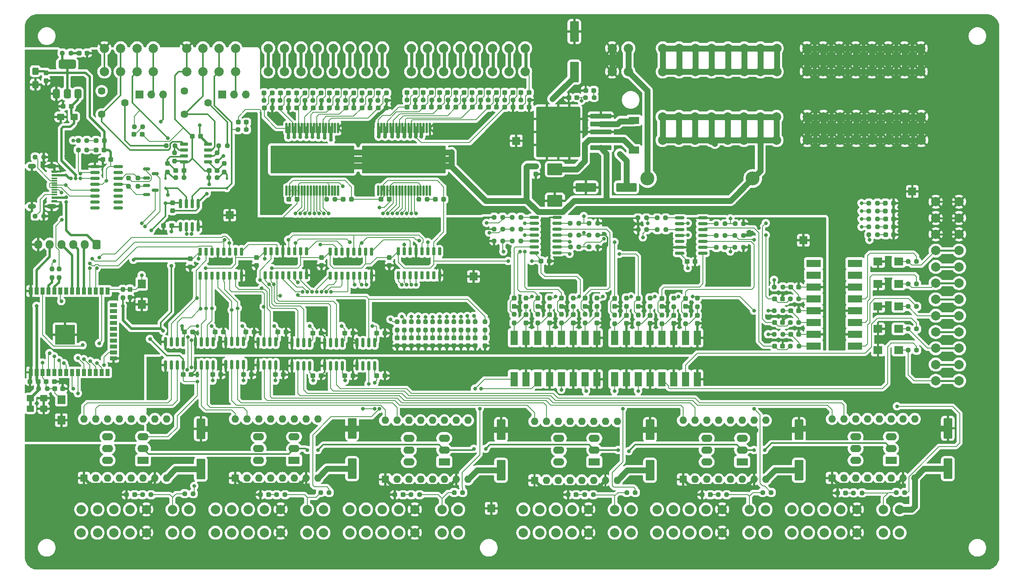
<source format=gtl>
G04 #@! TF.GenerationSoftware,KiCad,Pcbnew,8.0.2*
G04 #@! TF.CreationDate,2024-05-03T17:38:01+02:00*
G04 #@! TF.ProjectId,FluidNC,466c7569-644e-4432-9e6b-696361645f70,rev?*
G04 #@! TF.SameCoordinates,Original*
G04 #@! TF.FileFunction,Copper,L1,Top*
G04 #@! TF.FilePolarity,Positive*
%FSLAX46Y46*%
G04 Gerber Fmt 4.6, Leading zero omitted, Abs format (unit mm)*
G04 Created by KiCad (PCBNEW 8.0.2) date 2024-05-03 17:38:01*
%MOMM*%
%LPD*%
G01*
G04 APERTURE LIST*
G04 Aperture macros list*
%AMRoundRect*
0 Rectangle with rounded corners*
0 $1 Rounding radius*
0 $2 $3 $4 $5 $6 $7 $8 $9 X,Y pos of 4 corners*
0 Add a 4 corners polygon primitive as box body*
4,1,4,$2,$3,$4,$5,$6,$7,$8,$9,$2,$3,0*
0 Add four circle primitives for the rounded corners*
1,1,$1+$1,$2,$3*
1,1,$1+$1,$4,$5*
1,1,$1+$1,$6,$7*
1,1,$1+$1,$8,$9*
0 Add four rect primitives between the rounded corners*
20,1,$1+$1,$2,$3,$4,$5,0*
20,1,$1+$1,$4,$5,$6,$7,0*
20,1,$1+$1,$6,$7,$8,$9,0*
20,1,$1+$1,$8,$9,$2,$3,0*%
G04 Aperture macros list end*
G04 #@! TA.AperFunction,SMDPad,CuDef*
%ADD10RoundRect,0.237500X-0.237500X0.250000X-0.237500X-0.250000X0.237500X-0.250000X0.237500X0.250000X0*%
G04 #@! TD*
G04 #@! TA.AperFunction,SMDPad,CuDef*
%ADD11RoundRect,0.237500X-0.287500X-0.237500X0.287500X-0.237500X0.287500X0.237500X-0.287500X0.237500X0*%
G04 #@! TD*
G04 #@! TA.AperFunction,SMDPad,CuDef*
%ADD12RoundRect,0.237500X0.250000X0.237500X-0.250000X0.237500X-0.250000X-0.237500X0.250000X-0.237500X0*%
G04 #@! TD*
G04 #@! TA.AperFunction,SMDPad,CuDef*
%ADD13RoundRect,0.237500X-0.250000X-0.237500X0.250000X-0.237500X0.250000X0.237500X-0.250000X0.237500X0*%
G04 #@! TD*
G04 #@! TA.AperFunction,SMDPad,CuDef*
%ADD14RoundRect,0.237500X0.237500X-0.250000X0.237500X0.250000X-0.237500X0.250000X-0.237500X-0.250000X0*%
G04 #@! TD*
G04 #@! TA.AperFunction,SMDPad,CuDef*
%ADD15RoundRect,0.237500X-0.300000X-0.237500X0.300000X-0.237500X0.300000X0.237500X-0.300000X0.237500X0*%
G04 #@! TD*
G04 #@! TA.AperFunction,ComponentPad*
%ADD16C,2.000000*%
G04 #@! TD*
G04 #@! TA.AperFunction,SMDPad,CuDef*
%ADD17R,1.240000X0.600000*%
G04 #@! TD*
G04 #@! TA.AperFunction,SMDPad,CuDef*
%ADD18R,1.240000X0.300000*%
G04 #@! TD*
G04 #@! TA.AperFunction,ComponentPad*
%ADD19O,2.100000X1.000000*%
G04 #@! TD*
G04 #@! TA.AperFunction,ComponentPad*
%ADD20O,1.800000X1.000000*%
G04 #@! TD*
G04 #@! TA.AperFunction,SMDPad,CuDef*
%ADD21RoundRect,0.150000X-0.150000X0.825000X-0.150000X-0.825000X0.150000X-0.825000X0.150000X0.825000X0*%
G04 #@! TD*
G04 #@! TA.AperFunction,SMDPad,CuDef*
%ADD22RoundRect,0.237500X0.287500X0.237500X-0.287500X0.237500X-0.287500X-0.237500X0.287500X-0.237500X0*%
G04 #@! TD*
G04 #@! TA.AperFunction,SMDPad,CuDef*
%ADD23RoundRect,0.150000X0.150000X-0.725000X0.150000X0.725000X-0.150000X0.725000X-0.150000X-0.725000X0*%
G04 #@! TD*
G04 #@! TA.AperFunction,SMDPad,CuDef*
%ADD24RoundRect,0.237500X0.237500X-0.287500X0.237500X0.287500X-0.237500X0.287500X-0.237500X-0.287500X0*%
G04 #@! TD*
G04 #@! TA.AperFunction,ComponentPad*
%ADD25C,1.620000*%
G04 #@! TD*
G04 #@! TA.AperFunction,SMDPad,CuDef*
%ADD26RoundRect,0.112500X0.187500X0.112500X-0.187500X0.112500X-0.187500X-0.112500X0.187500X-0.112500X0*%
G04 #@! TD*
G04 #@! TA.AperFunction,SMDPad,CuDef*
%ADD27RoundRect,0.150000X-0.587500X-0.150000X0.587500X-0.150000X0.587500X0.150000X-0.587500X0.150000X0*%
G04 #@! TD*
G04 #@! TA.AperFunction,SMDPad,CuDef*
%ADD28RoundRect,0.375000X0.375000X-0.625000X0.375000X0.625000X-0.375000X0.625000X-0.375000X-0.625000X0*%
G04 #@! TD*
G04 #@! TA.AperFunction,SMDPad,CuDef*
%ADD29RoundRect,0.500000X1.400000X-0.500000X1.400000X0.500000X-1.400000X0.500000X-1.400000X-0.500000X0*%
G04 #@! TD*
G04 #@! TA.AperFunction,SMDPad,CuDef*
%ADD30RoundRect,0.250000X-0.537500X-0.425000X0.537500X-0.425000X0.537500X0.425000X-0.537500X0.425000X0*%
G04 #@! TD*
G04 #@! TA.AperFunction,SMDPad,CuDef*
%ADD31RoundRect,0.237500X-0.237500X0.300000X-0.237500X-0.300000X0.237500X-0.300000X0.237500X0.300000X0*%
G04 #@! TD*
G04 #@! TA.AperFunction,ComponentPad*
%ADD32C,1.200000*%
G04 #@! TD*
G04 #@! TA.AperFunction,SMDPad,CuDef*
%ADD33RoundRect,0.178500X-8.821500X-2.796500X8.821500X-2.796500X8.821500X2.796500X-8.821500X2.796500X0*%
G04 #@! TD*
G04 #@! TA.AperFunction,SMDPad,CuDef*
%ADD34RoundRect,0.112500X-0.112500X-0.987500X0.112500X-0.987500X0.112500X0.987500X-0.112500X0.987500X0*%
G04 #@! TD*
G04 #@! TA.AperFunction,SMDPad,CuDef*
%ADD35RoundRect,0.237500X0.300000X0.237500X-0.300000X0.237500X-0.300000X-0.237500X0.300000X-0.237500X0*%
G04 #@! TD*
G04 #@! TA.AperFunction,ComponentPad*
%ADD36R,2.400000X1.600000*%
G04 #@! TD*
G04 #@! TA.AperFunction,ComponentPad*
%ADD37O,2.400000X1.600000*%
G04 #@! TD*
G04 #@! TA.AperFunction,SMDPad,CuDef*
%ADD38RoundRect,0.250000X0.700000X-1.950000X0.700000X1.950000X-0.700000X1.950000X-0.700000X-1.950000X0*%
G04 #@! TD*
G04 #@! TA.AperFunction,SMDPad,CuDef*
%ADD39R,1.600000X3.100000*%
G04 #@! TD*
G04 #@! TA.AperFunction,ComponentPad*
%ADD40R,1.600000X1.600000*%
G04 #@! TD*
G04 #@! TA.AperFunction,ComponentPad*
%ADD41O,1.600000X1.600000*%
G04 #@! TD*
G04 #@! TA.AperFunction,SMDPad,CuDef*
%ADD42RoundRect,0.150000X-0.725000X-0.150000X0.725000X-0.150000X0.725000X0.150000X-0.725000X0.150000X0*%
G04 #@! TD*
G04 #@! TA.AperFunction,SMDPad,CuDef*
%ADD43RoundRect,0.250000X0.537500X0.425000X-0.537500X0.425000X-0.537500X-0.425000X0.537500X-0.425000X0*%
G04 #@! TD*
G04 #@! TA.AperFunction,ComponentPad*
%ADD44RoundRect,0.250000X0.600000X0.725000X-0.600000X0.725000X-0.600000X-0.725000X0.600000X-0.725000X0*%
G04 #@! TD*
G04 #@! TA.AperFunction,ComponentPad*
%ADD45O,1.700000X1.950000*%
G04 #@! TD*
G04 #@! TA.AperFunction,SMDPad,CuDef*
%ADD46RoundRect,0.150000X-0.825000X-0.150000X0.825000X-0.150000X0.825000X0.150000X-0.825000X0.150000X0*%
G04 #@! TD*
G04 #@! TA.AperFunction,SMDPad,CuDef*
%ADD47R,1.925000X1.700000*%
G04 #@! TD*
G04 #@! TA.AperFunction,ComponentPad*
%ADD48R,1.700000X1.700000*%
G04 #@! TD*
G04 #@! TA.AperFunction,SMDPad,CuDef*
%ADD49R,1.700000X1.925000*%
G04 #@! TD*
G04 #@! TA.AperFunction,SMDPad,CuDef*
%ADD50RoundRect,0.237500X0.237500X-0.300000X0.237500X0.300000X-0.237500X0.300000X-0.237500X-0.300000X0*%
G04 #@! TD*
G04 #@! TA.AperFunction,ComponentPad*
%ADD51C,3.000000*%
G04 #@! TD*
G04 #@! TA.AperFunction,ComponentPad*
%ADD52O,1.700000X1.700000*%
G04 #@! TD*
G04 #@! TA.AperFunction,SMDPad,CuDef*
%ADD53RoundRect,0.150000X0.150000X-0.825000X0.150000X0.825000X-0.150000X0.825000X-0.150000X-0.825000X0*%
G04 #@! TD*
G04 #@! TA.AperFunction,SMDPad,CuDef*
%ADD54RoundRect,0.112500X-0.112500X0.187500X-0.112500X-0.187500X0.112500X-0.187500X0.112500X0.187500X0*%
G04 #@! TD*
G04 #@! TA.AperFunction,SMDPad,CuDef*
%ADD55R,2.200000X1.500000*%
G04 #@! TD*
G04 #@! TA.AperFunction,SMDPad,CuDef*
%ADD56R,3.100000X1.600000*%
G04 #@! TD*
G04 #@! TA.AperFunction,SMDPad,CuDef*
%ADD57R,0.900000X1.500000*%
G04 #@! TD*
G04 #@! TA.AperFunction,SMDPad,CuDef*
%ADD58R,1.500000X0.900000*%
G04 #@! TD*
G04 #@! TA.AperFunction,SMDPad,CuDef*
%ADD59R,1.050000X1.050000*%
G04 #@! TD*
G04 #@! TA.AperFunction,HeatsinkPad*
%ADD60C,0.600000*%
G04 #@! TD*
G04 #@! TA.AperFunction,SMDPad,CuDef*
%ADD61R,4.200000X4.200000*%
G04 #@! TD*
G04 #@! TA.AperFunction,SMDPad,CuDef*
%ADD62RoundRect,0.150000X0.825000X0.150000X-0.825000X0.150000X-0.825000X-0.150000X0.825000X-0.150000X0*%
G04 #@! TD*
G04 #@! TA.AperFunction,SMDPad,CuDef*
%ADD63RoundRect,0.250000X2.050000X0.300000X-2.050000X0.300000X-2.050000X-0.300000X2.050000X-0.300000X0*%
G04 #@! TD*
G04 #@! TA.AperFunction,SMDPad,CuDef*
%ADD64RoundRect,0.250000X2.025000X2.375000X-2.025000X2.375000X-2.025000X-2.375000X2.025000X-2.375000X0*%
G04 #@! TD*
G04 #@! TA.AperFunction,SMDPad,CuDef*
%ADD65RoundRect,0.250002X4.449998X5.149998X-4.449998X5.149998X-4.449998X-5.149998X4.449998X-5.149998X0*%
G04 #@! TD*
G04 #@! TA.AperFunction,SMDPad,CuDef*
%ADD66RoundRect,0.250000X-1.400000X-1.000000X1.400000X-1.000000X1.400000X1.000000X-1.400000X1.000000X0*%
G04 #@! TD*
G04 #@! TA.AperFunction,SMDPad,CuDef*
%ADD67RoundRect,0.250000X-0.425000X0.537500X-0.425000X-0.537500X0.425000X-0.537500X0.425000X0.537500X0*%
G04 #@! TD*
G04 #@! TA.AperFunction,SMDPad,CuDef*
%ADD68RoundRect,0.250000X1.950000X0.700000X-1.950000X0.700000X-1.950000X-0.700000X1.950000X-0.700000X0*%
G04 #@! TD*
G04 #@! TA.AperFunction,ViaPad*
%ADD69C,0.800000*%
G04 #@! TD*
G04 #@! TA.AperFunction,Conductor*
%ADD70C,0.203200*%
G04 #@! TD*
G04 #@! TA.AperFunction,Conductor*
%ADD71C,0.508000*%
G04 #@! TD*
G04 #@! TA.AperFunction,Conductor*
%ADD72C,0.304800*%
G04 #@! TD*
G04 #@! TA.AperFunction,Conductor*
%ADD73C,0.609600*%
G04 #@! TD*
G04 #@! TA.AperFunction,Conductor*
%ADD74C,1.270000*%
G04 #@! TD*
G04 #@! TA.AperFunction,Conductor*
%ADD75C,0.406400*%
G04 #@! TD*
G04 #@! TA.AperFunction,Conductor*
%ADD76C,0.711200*%
G04 #@! TD*
G04 #@! TA.AperFunction,Conductor*
%ADD77C,0.355600*%
G04 #@! TD*
G04 #@! TA.AperFunction,Conductor*
%ADD78C,0.762000*%
G04 #@! TD*
G04 APERTURE END LIST*
D10*
X80264000Y-66383500D03*
X80264000Y-68208500D03*
X81788000Y-66383500D03*
X81788000Y-68208500D03*
D11*
X22125000Y-103600000D03*
X23875000Y-103600000D03*
X15597500Y-29464000D03*
X17347500Y-29464000D03*
D12*
X122425000Y-103600000D03*
X120600000Y-103600000D03*
D13*
X3255000Y-80772000D03*
X5080000Y-80772000D03*
D12*
X163171500Y-69088000D03*
X161346500Y-69088000D03*
D14*
X43145000Y-34210000D03*
X43145000Y-32385000D03*
D11*
X174925000Y-103200000D03*
X176675000Y-103200000D03*
D15*
X72737500Y-20400000D03*
X74462500Y-20400000D03*
D10*
X97028000Y-66383500D03*
X97028000Y-68208500D03*
D13*
X55187500Y-18800000D03*
X57012500Y-18800000D03*
D16*
X77104000Y-12620000D03*
X77104000Y-7620000D03*
X73604000Y-12620000D03*
X73604000Y-7620000D03*
X70104000Y-12620000D03*
X70104000Y-7620000D03*
X66604000Y-12620000D03*
X66604000Y-7620000D03*
X63104000Y-12620000D03*
X63104000Y-7620000D03*
X59604000Y-12620000D03*
X59604000Y-7620000D03*
X56104000Y-12620000D03*
X56104000Y-7620000D03*
X52604000Y-12620000D03*
X52604000Y-7620000D03*
X12416000Y-106760000D03*
X12416000Y-111760000D03*
X15916000Y-106760000D03*
X15916000Y-111760000D03*
X19416000Y-106760000D03*
X19416000Y-111760000D03*
X22916000Y-106760000D03*
X22916000Y-111760000D03*
X26416000Y-106760000D03*
X26416000Y-111760000D03*
D13*
X101130500Y-43942000D03*
X102955500Y-43942000D03*
D15*
X111240000Y-53340000D03*
X112965000Y-53340000D03*
D14*
X22527500Y-37300500D03*
X22527500Y-35475500D03*
D17*
X6625500Y-34110000D03*
X6625500Y-34910000D03*
D18*
X6625500Y-36060000D03*
X6625500Y-37060000D03*
X6625500Y-37560000D03*
X6625500Y-38560000D03*
D17*
X6625500Y-39710000D03*
X6625500Y-40510000D03*
X6625500Y-40510000D03*
X6625500Y-39710000D03*
D18*
X6625500Y-39060000D03*
X6625500Y-38060000D03*
X6625500Y-36560000D03*
X6625500Y-35560000D03*
D17*
X6625500Y-34910000D03*
X6625500Y-34110000D03*
D19*
X6025500Y-32990000D03*
D20*
X1825500Y-32990000D03*
D19*
X6025500Y-41630000D03*
D20*
X1825500Y-41630000D03*
D13*
X136209000Y-46609000D03*
X138034000Y-46609000D03*
D21*
X75514000Y-70931000D03*
X74244000Y-70931000D03*
X72974000Y-70931000D03*
X71704000Y-70931000D03*
X71704000Y-75881000D03*
X72974000Y-75881000D03*
X74244000Y-75881000D03*
X75514000Y-75881000D03*
D16*
X107412000Y-106760000D03*
X107412000Y-111760000D03*
X110912000Y-106760000D03*
X110912000Y-111760000D03*
X114412000Y-106760000D03*
X114412000Y-111760000D03*
X117912000Y-106760000D03*
X117912000Y-111760000D03*
X121412000Y-106760000D03*
X121412000Y-111760000D03*
D10*
X137160000Y-64977000D03*
X137160000Y-66802000D03*
D13*
X41978500Y-28575000D03*
X43803500Y-28575000D03*
D22*
X186975000Y-42600000D03*
X185225000Y-42600000D03*
D13*
X63857500Y-103124000D03*
X65682500Y-103124000D03*
D21*
X54229000Y-70742000D03*
X52959000Y-70742000D03*
X51689000Y-70742000D03*
X50419000Y-70742000D03*
X50419000Y-75692000D03*
X51689000Y-75692000D03*
X52959000Y-75692000D03*
X54229000Y-75692000D03*
D10*
X99187000Y-66383500D03*
X99187000Y-68208500D03*
D13*
X85887500Y-18700000D03*
X87712500Y-18700000D03*
X129643500Y-103124000D03*
X131468500Y-103124000D03*
X101130500Y-46482000D03*
X102955500Y-46482000D03*
D23*
X37973000Y-56458000D03*
X39243000Y-56458000D03*
X40513000Y-56458000D03*
X41783000Y-56458000D03*
X43053000Y-56458000D03*
X44323000Y-56458000D03*
X45593000Y-56458000D03*
X46863000Y-56458000D03*
X46863000Y-51308000D03*
X45593000Y-51308000D03*
X44323000Y-51308000D03*
X43053000Y-51308000D03*
X41783000Y-51308000D03*
X40513000Y-51308000D03*
X39243000Y-51308000D03*
X37973000Y-51308000D03*
D15*
X57049500Y-40112000D03*
X58774500Y-40112000D03*
D24*
X92456000Y-71600000D03*
X92456000Y-69850000D03*
D25*
X34624000Y-21804000D03*
X39624000Y-19304000D03*
X34624000Y-16804000D03*
D13*
X190095500Y-53467000D03*
X191920500Y-53467000D03*
D10*
X83312000Y-66383500D03*
X83312000Y-68208500D03*
D26*
X11208500Y-34816500D03*
X9108500Y-34816500D03*
D27*
X26416000Y-33594000D03*
X26416000Y-35494000D03*
X28291000Y-34544000D03*
D24*
X90932000Y-71600000D03*
X90932000Y-69850000D03*
D12*
X123379000Y-47752000D03*
X121554000Y-47752000D03*
D10*
X120650000Y-64823500D03*
X120650000Y-66648500D03*
D16*
X70104000Y-106760000D03*
X70104000Y-111760000D03*
X73604000Y-106760000D03*
X73604000Y-111760000D03*
X77104000Y-106760000D03*
X77104000Y-111760000D03*
X80604000Y-106760000D03*
X80604000Y-111760000D03*
X84104000Y-106760000D03*
X84104000Y-111760000D03*
X60960000Y-106760000D03*
X60960000Y-111760000D03*
X64460000Y-106760000D03*
X64460000Y-111760000D03*
D15*
X76237500Y-20400000D03*
X77962500Y-20400000D03*
D13*
X32684000Y-35433000D03*
X34509000Y-35433000D03*
D10*
X95504000Y-66383500D03*
X95504000Y-68208500D03*
D11*
X106925000Y-17100000D03*
X108675000Y-17100000D03*
D13*
X51687500Y-18800000D03*
X53512500Y-18800000D03*
D28*
X7098000Y-17374000D03*
X9398000Y-17374000D03*
D29*
X9398000Y-11074000D03*
D28*
X11698000Y-17374000D03*
D30*
X1443000Y-85090000D03*
X4318000Y-85090000D03*
D22*
X187000000Y-46000000D03*
X185250000Y-46000000D03*
D31*
X144780000Y-65027000D03*
X144780000Y-66752000D03*
D12*
X27412500Y-103600000D03*
X25587500Y-103600000D03*
D32*
X77264000Y-30000000D03*
X77264000Y-31500000D03*
X77264000Y-33000000D03*
X78764000Y-30000000D03*
X78764000Y-31500000D03*
X78764000Y-33000000D03*
X80264000Y-30000000D03*
X80264000Y-31500000D03*
X80264000Y-33000000D03*
X81764000Y-30000000D03*
X81764000Y-31500000D03*
D33*
X81764000Y-31500000D03*
D32*
X81764000Y-33000000D03*
X83264000Y-30000000D03*
X83264000Y-31500000D03*
X83264000Y-33000000D03*
X84764000Y-30000000D03*
X84764000Y-31500000D03*
X84764000Y-33000000D03*
X86264000Y-30000000D03*
X86264000Y-31500000D03*
X86264000Y-33000000D03*
D34*
X76239000Y-38240000D03*
X76889000Y-38240000D03*
X77539000Y-38240000D03*
X78189000Y-38240000D03*
X78839000Y-38240000D03*
X79489000Y-38240000D03*
X80139000Y-38240000D03*
X80789000Y-38240000D03*
X81439000Y-38240000D03*
X82089000Y-38240000D03*
X82739000Y-38240000D03*
X83389000Y-38240000D03*
X84039000Y-38240000D03*
X84689000Y-38240000D03*
X85339000Y-38240000D03*
X85989000Y-38240000D03*
X86639000Y-38240000D03*
X87289000Y-38240000D03*
X87289000Y-24760000D03*
X86639000Y-24760000D03*
X85989000Y-24760000D03*
X85339000Y-24760000D03*
X84689000Y-24760000D03*
X84039000Y-24760000D03*
X83389000Y-24760000D03*
X82739000Y-24760000D03*
X82089000Y-24760000D03*
X81439000Y-24760000D03*
X80789000Y-24760000D03*
X80139000Y-24760000D03*
X79489000Y-24760000D03*
X78839000Y-24760000D03*
X78189000Y-24760000D03*
X77539000Y-24760000D03*
X76889000Y-24760000D03*
X76239000Y-24760000D03*
D15*
X69060000Y-68834000D03*
X70785000Y-68834000D03*
D16*
X127056000Y-106760000D03*
X127056000Y-111760000D03*
X130556000Y-106760000D03*
X130556000Y-111760000D03*
D10*
X92456000Y-66383500D03*
X92456000Y-68208500D03*
D15*
X34305000Y-77789000D03*
X36030000Y-77789000D03*
D11*
X15625500Y-27432000D03*
X17375500Y-27432000D03*
D22*
X187000000Y-47700000D03*
X185250000Y-47700000D03*
D31*
X127000000Y-61394000D03*
X127000000Y-63119000D03*
D11*
X85925000Y-17100000D03*
X87675000Y-17100000D03*
D10*
X86360000Y-66383500D03*
X86360000Y-68208500D03*
X115570000Y-64823500D03*
X115570000Y-66648500D03*
D11*
X72725000Y-17200000D03*
X74475000Y-17200000D03*
D15*
X32731000Y-33909000D03*
X34456000Y-33909000D03*
D11*
X145825000Y-103600000D03*
X147575000Y-103600000D03*
D31*
X32004000Y-40793500D03*
X32004000Y-42518500D03*
D10*
X90932000Y-66383500D03*
X90932000Y-68208500D03*
D31*
X35814000Y-52885000D03*
X35814000Y-54610000D03*
D12*
X119315000Y-47752000D03*
X117490000Y-47752000D03*
D35*
X118900000Y-18200000D03*
X117175000Y-18200000D03*
D36*
X58156000Y-96210000D03*
D37*
X58156000Y-93670000D03*
X58156000Y-91130000D03*
X50536000Y-91130000D03*
X50536000Y-93670000D03*
X50536000Y-96210000D03*
D16*
X161884000Y-12620000D03*
X161884000Y-7620000D03*
X158384000Y-12620000D03*
X158384000Y-7620000D03*
X154884000Y-12620000D03*
X154884000Y-7620000D03*
X151384000Y-12620000D03*
X151384000Y-7620000D03*
X147884000Y-12620000D03*
X147884000Y-7620000D03*
X144384000Y-12620000D03*
X144384000Y-7620000D03*
X140884000Y-12620000D03*
X140884000Y-7620000D03*
X137384000Y-12620000D03*
X137384000Y-7620000D03*
D15*
X65737500Y-20400000D03*
X67462500Y-20400000D03*
D16*
X41260000Y-106760000D03*
X41260000Y-111760000D03*
X44760000Y-106760000D03*
X44760000Y-111760000D03*
X48260000Y-106760000D03*
X48260000Y-111760000D03*
X51760000Y-106760000D03*
X51760000Y-111760000D03*
X55260000Y-106760000D03*
X55260000Y-111760000D03*
D13*
X164799000Y-71628000D03*
X166624000Y-71628000D03*
D11*
X58725000Y-17200000D03*
X60475000Y-17200000D03*
D10*
X89408000Y-66383500D03*
X89408000Y-68208500D03*
D31*
X137160000Y-61394000D03*
X137160000Y-63119000D03*
X129540000Y-65027000D03*
X129540000Y-66752000D03*
D12*
X150734000Y-47879000D03*
X148909000Y-47879000D03*
D36*
X154432000Y-96520000D03*
D37*
X154432000Y-93980000D03*
X154432000Y-91440000D03*
X146812000Y-91440000D03*
X146812000Y-93980000D03*
X146812000Y-96520000D03*
D31*
X118110000Y-64900000D03*
X118110000Y-66625000D03*
D38*
X118364000Y-12732000D03*
X118364000Y-4032000D03*
D10*
X87884000Y-66383500D03*
X87884000Y-68208500D03*
D16*
X45552000Y-12620000D03*
X45552000Y-7620000D03*
X42052000Y-12620000D03*
X42052000Y-7620000D03*
X38552000Y-12620000D03*
X38552000Y-7620000D03*
X35052000Y-12620000D03*
X35052000Y-7620000D03*
D12*
X86764500Y-40112000D03*
X84939500Y-40112000D03*
D15*
X58737500Y-20400000D03*
X60462500Y-20400000D03*
D13*
X164775500Y-66548000D03*
X166600500Y-66548000D03*
D16*
X129992000Y-12620000D03*
X129992000Y-7620000D03*
X126492000Y-12620000D03*
X126492000Y-7620000D03*
D39*
X105410000Y-78740000D03*
X107950000Y-78740000D03*
X110490000Y-78740000D03*
X113030000Y-78740000D03*
X115570000Y-78740000D03*
X118110000Y-78740000D03*
X120650000Y-78740000D03*
X123190000Y-78740000D03*
X123190000Y-69850000D03*
X120650000Y-69850000D03*
X118110000Y-69850000D03*
X115570000Y-69850000D03*
X113030000Y-69850000D03*
X110490000Y-69850000D03*
X107950000Y-69850000D03*
X105410000Y-69850000D03*
D13*
X62187500Y-18800000D03*
X64012500Y-18800000D03*
D12*
X154733000Y-45339000D03*
X152908000Y-45339000D03*
D40*
X13000000Y-100000000D03*
D41*
X15540000Y-100000000D03*
X18080000Y-100000000D03*
X20620000Y-100000000D03*
X23160000Y-100000000D03*
X25700000Y-100000000D03*
X28240000Y-100000000D03*
X30780000Y-100000000D03*
X30780000Y-87300000D03*
X28240000Y-87300000D03*
X25700000Y-87300000D03*
X23160000Y-87300000D03*
X20620000Y-87300000D03*
X18080000Y-87300000D03*
X15540000Y-87300000D03*
X13000000Y-87300000D03*
D15*
X99937500Y-20300000D03*
X101662500Y-20300000D03*
D12*
X66952500Y-40112000D03*
X65127500Y-40112000D03*
D40*
X109812000Y-100508000D03*
D41*
X112352000Y-100508000D03*
X114892000Y-100508000D03*
X117432000Y-100508000D03*
X119972000Y-100508000D03*
X122512000Y-100508000D03*
X125052000Y-100508000D03*
X127592000Y-100508000D03*
X127592000Y-87808000D03*
X125052000Y-87808000D03*
X122512000Y-87808000D03*
X119972000Y-87808000D03*
X117432000Y-87808000D03*
X114892000Y-87808000D03*
X112352000Y-87808000D03*
X109812000Y-87808000D03*
D42*
X34474000Y-28194000D03*
X34474000Y-29464000D03*
X34474000Y-30734000D03*
X34474000Y-32004000D03*
X39624000Y-32004000D03*
X39624000Y-30734000D03*
X39624000Y-29464000D03*
X39624000Y-28194000D03*
D23*
X80518000Y-56423000D03*
X81788000Y-56423000D03*
X83058000Y-56423000D03*
X84328000Y-56423000D03*
X85598000Y-56423000D03*
X86868000Y-56423000D03*
X88138000Y-56423000D03*
X89408000Y-56423000D03*
X89408000Y-51273000D03*
X88138000Y-51273000D03*
X86868000Y-51273000D03*
X85598000Y-51273000D03*
X84328000Y-51273000D03*
X83058000Y-51273000D03*
X81788000Y-51273000D03*
X80518000Y-51273000D03*
D43*
X10835500Y-22352000D03*
X7960500Y-22352000D03*
D44*
X15668000Y-49784000D03*
D45*
X13168000Y-49784000D03*
X10668000Y-49784000D03*
X8168000Y-49784000D03*
X5668000Y-49784000D03*
X3168000Y-49784000D03*
D46*
X15388500Y-33038500D03*
X15388500Y-34308500D03*
X15388500Y-35578500D03*
X15388500Y-36848500D03*
X15388500Y-38118500D03*
X15388500Y-39388500D03*
X15388500Y-40658500D03*
X15388500Y-41928500D03*
X20338500Y-41928500D03*
X20338500Y-40658500D03*
X20338500Y-39388500D03*
X20338500Y-38118500D03*
X20338500Y-36848500D03*
X20338500Y-35578500D03*
X20338500Y-34308500D03*
X20338500Y-33038500D03*
D13*
X69187500Y-18800000D03*
X71012500Y-18800000D03*
D15*
X103437500Y-20300000D03*
X105162500Y-20300000D03*
X75918000Y-77978000D03*
X77643000Y-77978000D03*
D10*
X105410000Y-64823500D03*
X105410000Y-66648500D03*
D47*
X188062500Y-53467000D03*
X183637500Y-53467000D03*
D15*
X62237500Y-20400000D03*
X63962500Y-20400000D03*
D48*
X105900000Y-27500000D03*
D24*
X83312000Y-71600000D03*
X83312000Y-69850000D03*
D11*
X62225000Y-17200000D03*
X63975000Y-17200000D03*
D13*
X105044000Y-43942000D03*
X106869000Y-43942000D03*
D49*
X25400000Y-62664500D03*
X25400000Y-58239500D03*
D11*
X51725000Y-17200000D03*
X53475000Y-17200000D03*
D12*
X163171500Y-58928000D03*
X161346500Y-58928000D03*
D50*
X22860000Y-61161000D03*
X22860000Y-59436000D03*
D15*
X164852000Y-69088000D03*
X166577000Y-69088000D03*
D36*
X122672000Y-96530000D03*
D37*
X122672000Y-93990000D03*
X122672000Y-91450000D03*
X115052000Y-91450000D03*
X115052000Y-93990000D03*
X115052000Y-96530000D03*
D51*
X134100000Y-35600000D03*
X156700000Y-35600000D03*
D15*
X34616500Y-68645000D03*
X36341500Y-68645000D03*
D13*
X82387500Y-18700000D03*
X84212500Y-18700000D03*
X120778000Y-18200000D03*
X122603000Y-18200000D03*
D35*
X31850500Y-45720000D03*
X30125500Y-45720000D03*
D13*
X58687500Y-18800000D03*
X60512500Y-18800000D03*
X92559500Y-103124000D03*
X94384500Y-103124000D03*
D31*
X134620000Y-65027000D03*
X134620000Y-66752000D03*
D10*
X142240000Y-64977000D03*
X142240000Y-66802000D03*
D12*
X119315000Y-45212000D03*
X117490000Y-45212000D03*
D48*
X44300000Y-43500000D03*
D13*
X181687500Y-44300000D03*
X183512500Y-44300000D03*
D12*
X150734000Y-45339000D03*
X148909000Y-45339000D03*
X32524000Y-28575000D03*
X30699000Y-28575000D03*
D13*
X181687500Y-40900000D03*
X183512500Y-40900000D03*
D15*
X55237500Y-20400000D03*
X56962500Y-20400000D03*
D16*
X196044000Y-79102000D03*
X201044000Y-79102000D03*
X196044000Y-75602000D03*
X201044000Y-75602000D03*
X196044000Y-72102000D03*
X201044000Y-72102000D03*
X196044000Y-68602000D03*
X201044000Y-68602000D03*
X196044000Y-65102000D03*
X201044000Y-65102000D03*
X196044000Y-61602000D03*
X201044000Y-61602000D03*
X196044000Y-58102000D03*
X201044000Y-58102000D03*
X196044000Y-54602000D03*
X201044000Y-54602000D03*
X196044000Y-51102000D03*
X201044000Y-51102000D03*
X196044000Y-47602000D03*
X201044000Y-47602000D03*
X196044000Y-44102000D03*
X201044000Y-44102000D03*
X196044000Y-40602000D03*
X201044000Y-40602000D03*
D15*
X161396500Y-61468000D03*
X163121500Y-61468000D03*
D39*
X127000000Y-78740000D03*
X129540000Y-78740000D03*
X132080000Y-78740000D03*
X134620000Y-78740000D03*
X137160000Y-78740000D03*
X139700000Y-78740000D03*
X142240000Y-78740000D03*
X144780000Y-78740000D03*
X144780000Y-69850000D03*
X142240000Y-69850000D03*
X139700000Y-69850000D03*
X137160000Y-69850000D03*
X134620000Y-69850000D03*
X132080000Y-69850000D03*
X129540000Y-69850000D03*
X127000000Y-69850000D03*
D11*
X96425000Y-17100000D03*
X98175000Y-17100000D03*
D10*
X93980000Y-66383500D03*
X93980000Y-68208500D03*
D48*
X167600000Y-48900000D03*
D24*
X81788000Y-71600000D03*
X81788000Y-69850000D03*
D13*
X103387500Y-18700000D03*
X105212500Y-18700000D03*
D31*
X110100000Y-32937500D03*
X110100000Y-34662500D03*
D11*
X65725000Y-17200000D03*
X67475000Y-17200000D03*
D13*
X99887500Y-18700000D03*
X101712500Y-18700000D03*
D15*
X164852000Y-64008000D03*
X166577000Y-64008000D03*
X54117000Y-77789000D03*
X55842000Y-77789000D03*
D48*
X42672000Y-17526000D03*
D52*
X45212000Y-17526000D03*
X47752000Y-17526000D03*
D10*
X6096000Y-55071000D03*
X6096000Y-56896000D03*
D13*
X187555500Y-103124000D03*
X189380500Y-103124000D03*
D14*
X144780000Y-63166000D03*
X144780000Y-61341000D03*
D11*
X69225000Y-17200000D03*
X70975000Y-17200000D03*
D15*
X82437500Y-20300000D03*
X84162500Y-20300000D03*
D13*
X190095500Y-67945000D03*
X191920500Y-67945000D03*
X72687500Y-18800000D03*
X74512500Y-18800000D03*
X92887500Y-18700000D03*
X94712500Y-18700000D03*
D31*
X113030000Y-64900000D03*
X113030000Y-66625000D03*
D47*
X188062500Y-63119000D03*
X183637500Y-63119000D03*
D30*
X1443000Y-82804000D03*
X4318000Y-82804000D03*
D22*
X187000000Y-44300000D03*
X185250000Y-44300000D03*
D13*
X46087500Y-25100000D03*
X47912500Y-25100000D03*
D12*
X151112500Y-103600000D03*
X149287500Y-103600000D03*
D31*
X115570000Y-61344000D03*
X115570000Y-63069000D03*
D13*
X76187500Y-18800000D03*
X78012500Y-18800000D03*
D48*
X191000000Y-38400000D03*
D38*
X102616000Y-98320000D03*
X102616000Y-89620000D03*
X70612000Y-98010000D03*
X70612000Y-89310000D03*
D13*
X2511500Y-31006500D03*
X4336500Y-31006500D03*
D14*
X129540000Y-63119000D03*
X129540000Y-61294000D03*
D23*
X65913000Y-56458000D03*
X67183000Y-56458000D03*
X68453000Y-56458000D03*
X69723000Y-56458000D03*
X70993000Y-56458000D03*
X72263000Y-56458000D03*
X73533000Y-56458000D03*
X74803000Y-56458000D03*
X74803000Y-51308000D03*
X73533000Y-51308000D03*
X72263000Y-51308000D03*
X70993000Y-51308000D03*
X69723000Y-51308000D03*
X68453000Y-51308000D03*
X67183000Y-51308000D03*
X65913000Y-51308000D03*
D35*
X38012000Y-26543000D03*
X36287000Y-26543000D03*
D11*
X55225000Y-17200000D03*
X56975000Y-17200000D03*
D15*
X4879000Y-79248000D03*
X6604000Y-79248000D03*
D13*
X8335000Y-8636000D03*
X10160000Y-8636000D03*
D15*
X164852000Y-58928000D03*
X166577000Y-58928000D03*
D12*
X123379000Y-50292000D03*
X121554000Y-50292000D03*
D40*
X77734000Y-100310000D03*
D41*
X80274000Y-100310000D03*
X82814000Y-100310000D03*
X85354000Y-100310000D03*
X87894000Y-100310000D03*
X90434000Y-100310000D03*
X92974000Y-100310000D03*
X95514000Y-100310000D03*
X95514000Y-87610000D03*
X92974000Y-87610000D03*
X90434000Y-87610000D03*
X87894000Y-87610000D03*
X85354000Y-87610000D03*
X82814000Y-87610000D03*
X80274000Y-87610000D03*
X77734000Y-87610000D03*
D16*
X184778000Y-106760000D03*
X184778000Y-111760000D03*
X188278000Y-106760000D03*
X188278000Y-111760000D03*
D15*
X41220500Y-68645000D03*
X42945500Y-68645000D03*
D12*
X150734000Y-50419000D03*
X148909000Y-50419000D03*
D14*
X113030000Y-63116000D03*
X113030000Y-61291000D03*
D31*
X110490000Y-61344000D03*
X110490000Y-63069000D03*
D10*
X41621000Y-30052000D03*
X41621000Y-31877000D03*
D16*
X155956000Y-106760000D03*
X155956000Y-111760000D03*
X159456000Y-106760000D03*
X159456000Y-111760000D03*
D48*
X100500000Y-106500000D03*
D13*
X11787500Y-29464000D03*
X13612500Y-29464000D03*
D16*
X165100000Y-106760000D03*
X165100000Y-111760000D03*
X168600000Y-106760000D03*
X168600000Y-111760000D03*
X172100000Y-106760000D03*
X172100000Y-111760000D03*
X175600000Y-106760000D03*
X175600000Y-111760000D03*
X179100000Y-106760000D03*
X179100000Y-111760000D03*
D53*
X33747000Y-45971000D03*
X35017000Y-45971000D03*
X36287000Y-45971000D03*
X37557000Y-45971000D03*
X37557000Y-41021000D03*
X36287000Y-41021000D03*
X35017000Y-41021000D03*
X33747000Y-41021000D03*
D23*
X51943000Y-56388000D03*
X53213000Y-56388000D03*
X54483000Y-56388000D03*
X55753000Y-56388000D03*
X57023000Y-56388000D03*
X58293000Y-56388000D03*
X59563000Y-56388000D03*
X60833000Y-56388000D03*
X60833000Y-51238000D03*
X59563000Y-51238000D03*
X58293000Y-51238000D03*
X57023000Y-51238000D03*
X55753000Y-51238000D03*
X54483000Y-51238000D03*
X53213000Y-51238000D03*
X51943000Y-51238000D03*
D47*
X188062500Y-72517000D03*
X183637500Y-72517000D03*
D12*
X41621000Y-35433000D03*
X39796000Y-35433000D03*
D10*
X84836000Y-66383500D03*
X84836000Y-68208500D03*
D13*
X105044000Y-49022000D03*
X106869000Y-49022000D03*
D31*
X105410000Y-61344000D03*
X105410000Y-63069000D03*
D12*
X119362000Y-50292000D03*
X117537000Y-50292000D03*
D25*
X16804000Y-21804000D03*
X21804000Y-19304000D03*
X16804000Y-16804000D03*
D13*
X181687500Y-46000000D03*
X183512500Y-46000000D03*
X190095500Y-72517000D03*
X191920500Y-72517000D03*
D12*
X154686000Y-50419000D03*
X152861000Y-50419000D03*
D15*
X51737500Y-20400000D03*
X53462500Y-20400000D03*
D14*
X21336000Y-61261000D03*
X21336000Y-59436000D03*
D54*
X43688000Y-35624000D03*
X43688000Y-37724000D03*
D13*
X190095500Y-58293000D03*
X191920500Y-58293000D03*
D15*
X85937500Y-20300000D03*
X87662500Y-20300000D03*
D35*
X41621000Y-33909000D03*
X39896000Y-33909000D03*
D14*
X107950000Y-63116000D03*
X107950000Y-61291000D03*
D13*
X132080000Y-46609000D03*
X133905000Y-46609000D03*
D12*
X56212500Y-103600000D03*
X54387500Y-103600000D03*
D47*
X188062500Y-67945000D03*
X183637500Y-67945000D03*
D38*
X198628000Y-98010000D03*
X198628000Y-89310000D03*
D55*
X131200000Y-29500000D03*
X131200000Y-23100000D03*
D49*
X8128000Y-87556500D03*
X8128000Y-83131500D03*
D11*
X120815500Y-16676000D03*
X122565500Y-16676000D03*
D24*
X93980000Y-71600000D03*
X93980000Y-69850000D03*
D40*
X45466000Y-100000000D03*
D41*
X48006000Y-100000000D03*
X50546000Y-100000000D03*
X53086000Y-100000000D03*
X55626000Y-100000000D03*
X58166000Y-100000000D03*
X60706000Y-100000000D03*
X63246000Y-100000000D03*
X63246000Y-87300000D03*
X60706000Y-87300000D03*
X58166000Y-87300000D03*
X55626000Y-87300000D03*
X53086000Y-87300000D03*
X50546000Y-87300000D03*
X48006000Y-87300000D03*
X45466000Y-87300000D03*
D24*
X89408000Y-71600000D03*
X89408000Y-69850000D03*
D32*
X57572000Y-30000000D03*
X57572000Y-31500000D03*
X57572000Y-33000000D03*
X59072000Y-30000000D03*
X59072000Y-31500000D03*
X59072000Y-33000000D03*
X60572000Y-30000000D03*
X60572000Y-31500000D03*
X60572000Y-33000000D03*
X62072000Y-30000000D03*
X62072000Y-31500000D03*
D33*
X62072000Y-31500000D03*
D32*
X62072000Y-33000000D03*
X63572000Y-30000000D03*
X63572000Y-31500000D03*
X63572000Y-33000000D03*
X65072000Y-30000000D03*
X65072000Y-31500000D03*
X65072000Y-33000000D03*
X66572000Y-30000000D03*
X66572000Y-31500000D03*
X66572000Y-33000000D03*
D34*
X56547000Y-38240000D03*
X57197000Y-38240000D03*
X57847000Y-38240000D03*
X58497000Y-38240000D03*
X59147000Y-38240000D03*
X59797000Y-38240000D03*
X60447000Y-38240000D03*
X61097000Y-38240000D03*
X61747000Y-38240000D03*
X62397000Y-38240000D03*
X63047000Y-38240000D03*
X63697000Y-38240000D03*
X64347000Y-38240000D03*
X64997000Y-38240000D03*
X65647000Y-38240000D03*
X66297000Y-38240000D03*
X66947000Y-38240000D03*
X67597000Y-38240000D03*
X67597000Y-24760000D03*
X66947000Y-24760000D03*
X66297000Y-24760000D03*
X65647000Y-24760000D03*
X64997000Y-24760000D03*
X64347000Y-24760000D03*
X63697000Y-24760000D03*
X63047000Y-24760000D03*
X62397000Y-24760000D03*
X61747000Y-24760000D03*
X61097000Y-24760000D03*
X60447000Y-24760000D03*
X59797000Y-24760000D03*
X59147000Y-24760000D03*
X58497000Y-24760000D03*
X57847000Y-24760000D03*
X57197000Y-24760000D03*
X56547000Y-24760000D03*
D21*
X34290000Y-70742000D03*
X33020000Y-70742000D03*
X31750000Y-70742000D03*
X30480000Y-70742000D03*
X30480000Y-75692000D03*
X31750000Y-75692000D03*
X33020000Y-75692000D03*
X34290000Y-75692000D03*
D12*
X85112500Y-103600000D03*
X83287500Y-103600000D03*
D15*
X106937500Y-20300000D03*
X108662500Y-20300000D03*
D31*
X142240000Y-61394000D03*
X142240000Y-63119000D03*
D13*
X136162000Y-44069000D03*
X137987000Y-44069000D03*
D11*
X82425000Y-17100000D03*
X84175000Y-17100000D03*
D16*
X161828000Y-27352000D03*
X161828000Y-22352000D03*
X158328000Y-27352000D03*
X158328000Y-22352000D03*
X154828000Y-27352000D03*
X154828000Y-22352000D03*
X151328000Y-27352000D03*
X151328000Y-22352000D03*
X147828000Y-27352000D03*
X147828000Y-22352000D03*
X144328000Y-27352000D03*
X144328000Y-22352000D03*
X140828000Y-27352000D03*
X140828000Y-22352000D03*
X137328000Y-27352000D03*
X137328000Y-22352000D03*
D11*
X99925000Y-17100000D03*
X101675000Y-17100000D03*
D15*
X62202000Y-68834000D03*
X63927000Y-68834000D03*
D13*
X158853500Y-103124000D03*
X160678500Y-103124000D03*
D12*
X163171500Y-64008000D03*
X161346500Y-64008000D03*
D10*
X110490000Y-64823500D03*
X110490000Y-66648500D03*
D15*
X96437500Y-20300000D03*
X98162500Y-20300000D03*
D13*
X34647500Y-103378000D03*
X36472500Y-103378000D03*
D11*
X76225000Y-17200000D03*
X77975000Y-17200000D03*
D21*
X68514000Y-70931000D03*
X67244000Y-70931000D03*
X65974000Y-70931000D03*
X64704000Y-70931000D03*
X64704000Y-75881000D03*
X65974000Y-75881000D03*
X67244000Y-75881000D03*
X68514000Y-75881000D03*
D31*
X132080000Y-61394000D03*
X132080000Y-63119000D03*
D13*
X190095500Y-63119000D03*
X191920500Y-63119000D03*
D56*
X178689000Y-71628000D03*
X178689000Y-69088000D03*
X178689000Y-66548000D03*
X178689000Y-64008000D03*
X178689000Y-61468000D03*
X178689000Y-58928000D03*
X178689000Y-56388000D03*
X178689000Y-53848000D03*
X169799000Y-53848000D03*
X169799000Y-56388000D03*
X169799000Y-58928000D03*
X169799000Y-61468000D03*
X169799000Y-64008000D03*
X169799000Y-66548000D03*
X169799000Y-69088000D03*
X169799000Y-71628000D03*
D36*
X186436000Y-96210000D03*
D37*
X186436000Y-93670000D03*
X186436000Y-91130000D03*
X178816000Y-91130000D03*
X178816000Y-93670000D03*
X178816000Y-96210000D03*
D57*
X1550000Y-77285000D03*
X2820000Y-77285000D03*
X4090000Y-77285000D03*
X5360000Y-77285000D03*
X6630000Y-77285000D03*
X7900000Y-77285000D03*
X9170000Y-77285000D03*
X10440000Y-77285000D03*
X11710000Y-77285000D03*
X12980000Y-77285000D03*
X14250000Y-77285000D03*
X15520000Y-77285000D03*
X16790000Y-77285000D03*
X18060000Y-77285000D03*
D58*
X19310000Y-74245000D03*
X19310000Y-72975000D03*
X19310000Y-71705000D03*
X19310000Y-70435000D03*
X19310000Y-69165000D03*
X19310000Y-67895000D03*
X19310000Y-66625000D03*
X19310000Y-65355000D03*
X19310000Y-64085000D03*
X19310000Y-62815000D03*
D57*
X18060000Y-59785000D03*
X16790000Y-59785000D03*
X15520000Y-59785000D03*
X14250000Y-59785000D03*
X12980000Y-59785000D03*
X11710000Y-59785000D03*
X10440000Y-59785000D03*
X9170000Y-59785000D03*
X7900000Y-59785000D03*
X6630000Y-59785000D03*
X5360000Y-59785000D03*
X4090000Y-59785000D03*
X2820000Y-59785000D03*
X1550000Y-59785000D03*
D59*
X7365000Y-70740000D03*
D60*
X8127500Y-70740000D03*
D59*
X8890000Y-70740000D03*
D60*
X9652500Y-70740000D03*
D59*
X10415000Y-70740000D03*
D60*
X7365000Y-69977500D03*
X8890000Y-69977500D03*
X10415000Y-69977500D03*
D59*
X7365000Y-69215000D03*
D60*
X8127500Y-69215000D03*
D59*
X8890000Y-69215000D03*
D61*
X8890000Y-69215000D03*
D60*
X9652500Y-69215000D03*
D59*
X10415000Y-69215000D03*
D60*
X7365000Y-68452500D03*
X8890000Y-68452500D03*
X10415000Y-68452500D03*
D59*
X7365000Y-67690000D03*
D60*
X8127500Y-67690000D03*
D59*
X8890000Y-67690000D03*
D60*
X9652500Y-67690000D03*
D59*
X10415000Y-67690000D03*
D31*
X123190000Y-64900000D03*
X123190000Y-66625000D03*
D15*
X47824500Y-68645000D03*
X49549500Y-68645000D03*
D11*
X89425000Y-17100000D03*
X91175000Y-17100000D03*
D13*
X89387500Y-18700000D03*
X91212500Y-18700000D03*
D31*
X107950000Y-64900000D03*
X107950000Y-66625000D03*
D62*
X114678000Y-51562000D03*
X114678000Y-50292000D03*
X114678000Y-49022000D03*
X114678000Y-47752000D03*
X114678000Y-46482000D03*
X114678000Y-45212000D03*
X114678000Y-43942000D03*
X109728000Y-43942000D03*
X109728000Y-45212000D03*
X109728000Y-46482000D03*
X109728000Y-47752000D03*
X109728000Y-49022000D03*
X109728000Y-50292000D03*
X109728000Y-51562000D03*
D13*
X23787500Y-24500000D03*
X25612500Y-24500000D03*
D11*
X50925000Y-103600000D03*
X52675000Y-103600000D03*
D21*
X61514000Y-70931000D03*
X60244000Y-70931000D03*
X58974000Y-70931000D03*
X57704000Y-70931000D03*
X57704000Y-75881000D03*
X58974000Y-75881000D03*
X60244000Y-75881000D03*
X61514000Y-75881000D03*
D10*
X32477000Y-30052000D03*
X32477000Y-31877000D03*
D48*
X96700000Y-56700000D03*
D36*
X25690000Y-96210000D03*
D37*
X25690000Y-93670000D03*
X25690000Y-91130000D03*
X18070000Y-91130000D03*
X18070000Y-93670000D03*
X18070000Y-96210000D03*
D13*
X132033000Y-44069000D03*
X133858000Y-44069000D03*
D40*
X173746000Y-100000000D03*
D41*
X176286000Y-100000000D03*
X178826000Y-100000000D03*
X181366000Y-100000000D03*
X183906000Y-100000000D03*
X186446000Y-100000000D03*
X188986000Y-100000000D03*
X191526000Y-100000000D03*
X191526000Y-87300000D03*
X188986000Y-87300000D03*
X186446000Y-87300000D03*
X183906000Y-87300000D03*
X181366000Y-87300000D03*
X178826000Y-87300000D03*
X176286000Y-87300000D03*
X173746000Y-87300000D03*
D38*
X134620000Y-98330000D03*
X134620000Y-89630000D03*
D11*
X103425000Y-17100000D03*
X105175000Y-17100000D03*
D13*
X164775500Y-61468000D03*
X166600500Y-61468000D03*
D10*
X132080000Y-64977000D03*
X132080000Y-66802000D03*
D15*
X62202000Y-77978000D03*
X63927000Y-77978000D03*
D62*
X145985000Y-51689000D03*
X145985000Y-50419000D03*
X145985000Y-49149000D03*
X145985000Y-47879000D03*
X145985000Y-46609000D03*
X145985000Y-45339000D03*
X145985000Y-44069000D03*
X141035000Y-44069000D03*
X141035000Y-45339000D03*
X141035000Y-46609000D03*
X141035000Y-47879000D03*
X141035000Y-49149000D03*
X141035000Y-50419000D03*
X141035000Y-51689000D03*
D15*
X161423000Y-66548000D03*
X163148000Y-66548000D03*
D63*
X124050000Y-29000000D03*
X124050000Y-27300000D03*
X124050000Y-25600000D03*
D64*
X117325000Y-28375000D03*
X117325000Y-22825000D03*
D65*
X114900000Y-25600000D03*
D64*
X112475000Y-28375000D03*
X112475000Y-22825000D03*
D63*
X124050000Y-23900000D03*
X124050000Y-22200000D03*
D24*
X80264000Y-71600000D03*
X80264000Y-69850000D03*
D15*
X76861500Y-40112000D03*
X78586500Y-40112000D03*
D11*
X79825000Y-103600000D03*
X81575000Y-103600000D03*
D16*
X192928000Y-27352000D03*
X192928000Y-22352000D03*
X189428000Y-27352000D03*
X189428000Y-22352000D03*
X185928000Y-27352000D03*
X185928000Y-22352000D03*
X182428000Y-27352000D03*
X182428000Y-22352000D03*
X178928000Y-27352000D03*
X178928000Y-22352000D03*
X175428000Y-27352000D03*
X175428000Y-22352000D03*
X171928000Y-27352000D03*
X171928000Y-22352000D03*
X168428000Y-27352000D03*
X168428000Y-22352000D03*
D22*
X25500000Y-26100000D03*
X23750000Y-26100000D03*
D16*
X107812000Y-12620000D03*
X107812000Y-7620000D03*
X104312000Y-12620000D03*
X104312000Y-7620000D03*
X100812000Y-12620000D03*
X100812000Y-7620000D03*
X97312000Y-12620000D03*
X97312000Y-7620000D03*
X93812000Y-12620000D03*
X93812000Y-7620000D03*
X90312000Y-12620000D03*
X90312000Y-7620000D03*
X86812000Y-12620000D03*
X86812000Y-7620000D03*
X83312000Y-12620000D03*
X83312000Y-7620000D03*
D12*
X180212500Y-103200000D03*
X178387500Y-103200000D03*
D31*
X4826000Y-12853500D03*
X4826000Y-14578500D03*
X50038000Y-52578000D03*
X50038000Y-54303000D03*
D48*
X24907000Y-17526000D03*
D52*
X27447000Y-17526000D03*
X29987000Y-17526000D03*
D47*
X188062500Y-58293000D03*
X183637500Y-58293000D03*
D15*
X161423000Y-71628000D03*
X163148000Y-71628000D03*
D31*
X64008000Y-52578000D03*
X64008000Y-54303000D03*
D14*
X30953000Y-34210000D03*
X30953000Y-32385000D03*
D11*
X92925000Y-17100000D03*
X94675000Y-17100000D03*
D13*
X96387500Y-18700000D03*
X98212500Y-18700000D03*
X181687500Y-42600000D03*
X183512500Y-42600000D03*
D14*
X134620000Y-63119000D03*
X134620000Y-61294000D03*
D15*
X40655000Y-77789000D03*
X42380000Y-77789000D03*
D66*
X114200000Y-33600000D03*
X114200000Y-40400000D03*
D24*
X86360000Y-71600000D03*
X86360000Y-69850000D03*
D16*
X136144000Y-106760000D03*
X136144000Y-111760000D03*
X139644000Y-106760000D03*
X139644000Y-111760000D03*
X143144000Y-106760000D03*
X143144000Y-111760000D03*
X146644000Y-106760000D03*
X146644000Y-111760000D03*
X150144000Y-106760000D03*
X150144000Y-111760000D03*
D14*
X139700000Y-63166000D03*
X139700000Y-61341000D03*
D16*
X32004000Y-106760000D03*
X32004000Y-111760000D03*
X35504000Y-106760000D03*
X35504000Y-111760000D03*
D10*
X24559500Y-35475500D03*
X24559500Y-37300500D03*
D21*
X47290000Y-70677000D03*
X46020000Y-70677000D03*
X44750000Y-70677000D03*
X43480000Y-70677000D03*
X43480000Y-75627000D03*
X44750000Y-75627000D03*
X46020000Y-75627000D03*
X47290000Y-75627000D03*
D14*
X118110000Y-63116000D03*
X118110000Y-61291000D03*
D31*
X78613000Y-52578000D03*
X78613000Y-54303000D03*
D15*
X54682500Y-68645000D03*
X56407500Y-68645000D03*
D12*
X123379000Y-45212000D03*
X121554000Y-45212000D03*
D16*
X89916000Y-106760000D03*
X89916000Y-111760000D03*
X93416000Y-106760000D03*
X93416000Y-111760000D03*
D54*
X30480000Y-35624000D03*
X30480000Y-37724000D03*
D24*
X84836000Y-71600000D03*
X84836000Y-69850000D03*
D13*
X181687500Y-47700000D03*
X183512500Y-47700000D03*
D15*
X142612000Y-53467000D03*
X144337000Y-53467000D03*
D16*
X192816000Y-12620000D03*
X192816000Y-7620000D03*
X189316000Y-12620000D03*
X189316000Y-7620000D03*
X185816000Y-12620000D03*
X185816000Y-7620000D03*
X182316000Y-12620000D03*
X182316000Y-7620000D03*
X178816000Y-12620000D03*
X178816000Y-7620000D03*
X175316000Y-12620000D03*
X175316000Y-7620000D03*
X171816000Y-12620000D03*
X171816000Y-7620000D03*
X168316000Y-12620000D03*
X168316000Y-7620000D03*
D38*
X166624000Y-98330000D03*
X166624000Y-89630000D03*
X38100000Y-98108000D03*
X38100000Y-89408000D03*
D13*
X11787500Y-27432000D03*
X13612500Y-27432000D03*
D22*
X90283000Y-40112000D03*
X88533000Y-40112000D03*
D10*
X127000000Y-64977000D03*
X127000000Y-66802000D03*
X7620000Y-55071000D03*
X7620000Y-56896000D03*
D24*
X97028000Y-71600000D03*
X97028000Y-69850000D03*
D15*
X69275000Y-20400000D03*
X71000000Y-20400000D03*
D12*
X154686000Y-47879000D03*
X152861000Y-47879000D03*
D36*
X90424000Y-96520000D03*
D37*
X90424000Y-93980000D03*
X90424000Y-91440000D03*
X82804000Y-91440000D03*
X82804000Y-93980000D03*
X82804000Y-96520000D03*
D13*
X2511500Y-43706500D03*
X4336500Y-43706500D03*
D15*
X92937500Y-20300000D03*
X94662500Y-20300000D03*
X69060000Y-77978000D03*
X70785000Y-77978000D03*
D22*
X13688000Y-8636000D03*
X11938000Y-8636000D03*
D24*
X99187000Y-71600000D03*
X99187000Y-69850000D03*
D22*
X70471000Y-40112000D03*
X68721000Y-40112000D03*
D13*
X65687500Y-18800000D03*
X67512500Y-18800000D03*
D40*
X141742000Y-100310000D03*
D41*
X144282000Y-100310000D03*
X146822000Y-100310000D03*
X149362000Y-100310000D03*
X151902000Y-100310000D03*
X154442000Y-100310000D03*
X156982000Y-100310000D03*
X159522000Y-100310000D03*
X159522000Y-87610000D03*
X156982000Y-87610000D03*
X154442000Y-87610000D03*
X151902000Y-87610000D03*
X149362000Y-87610000D03*
X146822000Y-87610000D03*
X144282000Y-87610000D03*
X141742000Y-87610000D03*
D67*
X2540000Y-12532500D03*
X2540000Y-15407500D03*
D15*
X89437500Y-20300000D03*
X91162500Y-20300000D03*
D35*
X10260500Y-20066000D03*
X8535500Y-20066000D03*
D24*
X95504000Y-71600000D03*
X95504000Y-69850000D03*
D15*
X47259000Y-77789000D03*
X48984000Y-77789000D03*
D11*
X46150000Y-23500000D03*
X47900000Y-23500000D03*
D24*
X87884000Y-71600000D03*
X87884000Y-69850000D03*
D68*
X129550000Y-37500000D03*
X120850000Y-37500000D03*
D15*
X75918000Y-68834000D03*
X77643000Y-68834000D03*
D22*
X186975000Y-40900000D03*
X185225000Y-40900000D03*
D35*
X3148500Y-79248000D03*
X1423500Y-79248000D03*
D31*
X139700000Y-65027000D03*
X139700000Y-66752000D03*
D11*
X117025000Y-103600000D03*
X118775000Y-103600000D03*
D27*
X26416000Y-37150000D03*
X26416000Y-39050000D03*
X28291000Y-38100000D03*
D35*
X18761500Y-31514500D03*
X17036500Y-31514500D03*
D31*
X120650000Y-61344000D03*
X120650000Y-63069000D03*
D13*
X106887500Y-18700000D03*
X108712500Y-18700000D03*
D35*
X8432500Y-80772000D03*
X6707500Y-80772000D03*
D13*
X101130500Y-49022000D03*
X102955500Y-49022000D03*
D21*
X40782000Y-70742000D03*
X39512000Y-70742000D03*
X38242000Y-70742000D03*
X36972000Y-70742000D03*
X36972000Y-75692000D03*
X38242000Y-75692000D03*
X39512000Y-75692000D03*
X40782000Y-75692000D03*
D16*
X27884000Y-12620000D03*
X27884000Y-7620000D03*
X24384000Y-12620000D03*
X24384000Y-7620000D03*
X20884000Y-12620000D03*
X20884000Y-7620000D03*
X17384000Y-12620000D03*
X17384000Y-7620000D03*
D13*
X105044000Y-46482000D03*
X106869000Y-46482000D03*
D14*
X123190000Y-63116000D03*
X123190000Y-61291000D03*
D69*
X14224000Y-53848000D03*
X8128000Y-61976000D03*
X10160000Y-35560000D03*
X9144000Y-39624000D03*
X163830000Y-60198000D03*
X164084000Y-65278000D03*
X41910000Y-53086000D03*
X8382000Y-33782000D03*
X143510000Y-64008000D03*
X133350000Y-63754000D03*
X85598000Y-53848000D03*
X112014000Y-49530000D03*
X128270000Y-62992000D03*
X28194000Y-69596000D03*
X104394000Y-51562000D03*
X69850000Y-45974000D03*
X167386000Y-62738000D03*
X12954000Y-32512000D03*
X124968000Y-66548000D03*
X33528000Y-54610000D03*
X58674000Y-46228000D03*
X116840000Y-64008000D03*
X157988000Y-46228000D03*
X114300000Y-66294000D03*
X111760000Y-64008000D03*
X28194000Y-65532000D03*
X24384000Y-65532000D03*
X76454000Y-41890000D03*
X81661000Y-53213000D03*
X167386000Y-67818000D03*
X124968000Y-50546000D03*
X60706000Y-53848000D03*
X138430000Y-64008000D03*
X8128000Y-14986000D03*
X55880000Y-52832000D03*
X68580000Y-37318000D03*
X78740000Y-56261000D03*
X125984000Y-45212000D03*
X10922000Y-14986000D03*
X163576000Y-70358000D03*
X48768000Y-56642000D03*
X37338000Y-68834000D03*
X106680000Y-64008000D03*
X13462000Y-10668000D03*
X155956000Y-46990000D03*
X109220000Y-66294000D03*
X121920000Y-64008000D03*
X154686000Y-52070000D03*
X69850000Y-53086000D03*
X9144000Y-30734000D03*
X119380000Y-66548000D03*
X9120000Y-37060000D03*
X8128000Y-38608000D03*
X53848000Y-67310000D03*
X29972000Y-68326000D03*
X31750000Y-46990000D03*
X2794000Y-62992000D03*
X31750000Y-54356000D03*
X17780000Y-36068000D03*
X46990000Y-67310000D03*
X61468000Y-67310000D03*
X34036000Y-67310000D03*
X68326000Y-67310000D03*
X21336000Y-62992000D03*
X74945600Y-67310000D03*
X40386000Y-67310000D03*
X37338000Y-67310000D03*
X8290000Y-44516962D03*
X12192000Y-34544000D03*
X12192000Y-35560000D03*
X10668000Y-27432000D03*
X6604000Y-53340000D03*
X4064000Y-75184000D03*
X26107108Y-45919108D03*
X25400000Y-45212000D03*
X25400000Y-56388000D03*
X124714000Y-48514000D03*
X5588000Y-73152000D03*
X6604000Y-73853600D03*
X100076000Y-47244000D03*
X120396000Y-47244000D03*
X7620000Y-74676000D03*
X8693997Y-75324564D03*
X120396000Y-43688000D03*
X35156190Y-76747280D03*
X35052000Y-47558400D03*
X35318100Y-69690258D03*
X10668000Y-80772000D03*
X36068000Y-47558400D03*
X11684000Y-81788000D03*
X36068000Y-76200000D03*
X36072853Y-70346271D03*
X11684000Y-74168000D03*
X103124000Y-51308000D03*
X156972000Y-48768000D03*
X12957603Y-74450400D03*
X14352009Y-74853600D03*
X151892000Y-44196000D03*
X15748000Y-75256800D03*
X133096000Y-48260000D03*
X134112000Y-45212000D03*
X17272000Y-75692000D03*
X16256000Y-71031200D03*
X151892000Y-51308000D03*
X72644000Y-49469600D03*
X15748000Y-54864000D03*
X44196000Y-49469600D03*
X85029600Y-48961600D03*
X70104000Y-49276000D03*
X58420000Y-49469600D03*
X86868000Y-49276000D03*
X16256000Y-52638400D03*
X12700000Y-71434400D03*
X99517682Y-45161682D03*
X113700000Y-18500000D03*
X37846000Y-24130000D03*
X108100000Y-40286000D03*
X130302000Y-89662000D03*
X185800000Y-63200000D03*
X71800000Y-16000000D03*
X68200000Y-15900000D03*
X88700000Y-15800000D03*
X39878000Y-36830000D03*
X65786000Y-89408000D03*
X102609672Y-15709672D03*
X51500000Y-23800000D03*
X64900000Y-15900000D03*
X57500000Y-21800000D03*
X126492000Y-89662000D03*
X159512000Y-89662000D03*
X61468000Y-89408000D03*
X53700000Y-21800000D03*
X37338000Y-77724000D03*
X75300000Y-16000000D03*
X87600000Y-26600000D03*
X37084000Y-83820000D03*
X39370000Y-38862000D03*
X85200000Y-15800000D03*
X99314000Y-89662000D03*
X30226000Y-82550000D03*
X95700000Y-15900000D03*
X106400000Y-15600000D03*
X99300000Y-15800000D03*
X61300000Y-15800000D03*
X95504000Y-89662000D03*
X30480000Y-78232000D03*
X185700000Y-67700000D03*
X92300000Y-15700000D03*
X157226000Y-89662000D03*
X42926000Y-30734000D03*
X34290000Y-83312000D03*
X156972000Y-93980000D03*
X96774000Y-93726000D03*
X69088000Y-79054400D03*
X27178000Y-70104000D03*
X60960000Y-93980000D03*
X128100000Y-30300000D03*
X62230000Y-79054400D03*
X99314000Y-93726000D03*
X47244000Y-79054400D03*
X63246000Y-93980000D03*
X40640000Y-79054400D03*
X54102000Y-79054400D03*
X27432000Y-46736000D03*
X128200000Y-23300000D03*
X159258000Y-93980000D03*
X75438000Y-79502000D03*
X37338000Y-79248000D03*
X127762000Y-93980000D03*
X30480000Y-40894000D03*
X29464000Y-23368000D03*
X130048000Y-94234000D03*
X119900000Y-18900000D03*
X81280000Y-65278000D03*
X38048760Y-63599546D03*
X83312000Y-65278000D03*
X39243000Y-63500000D03*
X84836000Y-65278000D03*
X40513000Y-63500000D03*
X86360000Y-65405000D03*
X44750000Y-63881000D03*
X87884000Y-65405000D03*
X46020000Y-63500000D03*
X51622400Y-63171125D03*
X89408000Y-65278000D03*
X51181000Y-59182000D03*
X90932000Y-65278000D03*
X37271400Y-61341000D03*
X78867000Y-65913000D03*
X93980000Y-65278000D03*
X52768500Y-58356500D03*
X95377000Y-65151000D03*
X53781400Y-58377189D03*
X55118000Y-60833000D03*
X96774000Y-65151000D03*
X59944000Y-59944000D03*
X58420000Y-43160000D03*
X60960000Y-59944000D03*
X59436000Y-43160000D03*
X58928000Y-60645600D03*
X58928000Y-57912000D03*
X60452000Y-43160000D03*
X61976000Y-59944000D03*
X92456000Y-65278000D03*
X50800000Y-57404000D03*
X62484000Y-43160000D03*
X62992000Y-59944000D03*
X64008000Y-59944000D03*
X63500000Y-43160000D03*
X65024000Y-59944000D03*
X64516000Y-43160000D03*
X66040000Y-59944000D03*
X65532000Y-43160000D03*
X71120000Y-58420000D03*
X77216000Y-43160000D03*
X78232000Y-43160000D03*
X72644000Y-58420000D03*
X79248000Y-43160000D03*
X73660000Y-58420000D03*
X63814400Y-49784000D03*
X61468000Y-43160000D03*
X81280000Y-58420000D03*
X81280000Y-43160000D03*
X82296000Y-43160000D03*
X82296000Y-58420000D03*
X83312000Y-58420000D03*
X83312000Y-43160000D03*
X84328000Y-43160000D03*
X84328000Y-58420000D03*
X81788000Y-49784000D03*
X80264000Y-43160000D03*
X11176000Y-35560000D03*
X23622000Y-53086000D03*
X142748000Y-54864000D03*
X109220000Y-53340000D03*
X109220000Y-60960000D03*
X51816000Y-52832000D03*
X114300000Y-60960000D03*
X160020000Y-69088000D03*
X119380000Y-60960000D03*
X39116000Y-54864000D03*
X104140000Y-53340000D03*
X37592000Y-52832000D03*
X9144000Y-40640000D03*
X124460000Y-60960000D03*
X140716000Y-60960000D03*
X156972000Y-64008000D03*
X130556000Y-60960000D03*
X160020000Y-64008000D03*
X53340000Y-54864000D03*
X135636000Y-60960000D03*
X161290000Y-57404000D03*
X143764000Y-60960000D03*
X56896000Y-48768000D03*
X43180000Y-48768000D03*
X14732000Y-52832000D03*
X14224000Y-54864000D03*
X30988000Y-26924000D03*
X30988000Y-39116000D03*
X74168000Y-79756000D03*
X128016000Y-51816000D03*
X117348000Y-51816000D03*
X117358991Y-49217000D03*
X127000000Y-49276000D03*
X107696000Y-51308000D03*
X107696000Y-45212000D03*
X106680000Y-51308000D03*
X107696000Y-47752000D03*
X159512000Y-45212000D03*
X142748000Y-45212000D03*
X159512000Y-47752000D03*
X142748000Y-47752000D03*
X181800000Y-48800000D03*
X180100000Y-46000000D03*
X180100000Y-44300000D03*
X180100000Y-42600000D03*
X180100000Y-40900000D03*
X56900000Y-26800000D03*
X58200000Y-26700000D03*
X59500000Y-26700000D03*
X60800000Y-26700000D03*
X62125712Y-26725712D03*
X63401424Y-26801424D03*
X64727136Y-26827136D03*
X66100000Y-27300000D03*
X76300000Y-26600000D03*
X77700000Y-26600000D03*
X79200000Y-26600000D03*
X80500000Y-26600000D03*
X81800000Y-26600000D03*
X83100000Y-26600000D03*
X84300000Y-26600000D03*
X85500000Y-26600000D03*
X132080000Y-81280000D03*
X187706000Y-84582000D03*
X127000000Y-81280000D03*
X156972000Y-85090000D03*
X128778000Y-85090000D03*
X120904000Y-81280000D03*
X115570000Y-81026000D03*
X98044000Y-85090000D03*
X76454000Y-85150400D03*
X98298000Y-80772000D03*
X75438000Y-85090000D03*
X36700000Y-101700000D03*
X72898000Y-85090000D03*
X97028000Y-80772000D03*
D70*
X40479400Y-50131400D02*
X37631786Y-50131400D01*
X20320000Y-54356000D02*
X16232213Y-54356000D01*
X16038613Y-54162400D02*
X15457387Y-54162400D01*
X14732000Y-54356000D02*
X14224000Y-53848000D01*
X7900000Y-61748000D02*
X7900000Y-59785000D01*
X16232213Y-54356000D02*
X16038613Y-54162400D01*
X37471186Y-50292000D02*
X24384000Y-50292000D01*
X8128000Y-61976000D02*
X7900000Y-61748000D01*
X24384000Y-50292000D02*
X20320000Y-54356000D01*
X15457387Y-54162400D02*
X15263787Y-54356000D01*
X40513000Y-51308000D02*
X40513000Y-50165000D01*
X15263787Y-54356000D02*
X14732000Y-54356000D01*
X37631786Y-50131400D02*
X37471186Y-50292000D01*
X40513000Y-50165000D02*
X40479400Y-50131400D01*
D71*
X6625500Y-39710000D02*
X9058000Y-39710000D01*
X9015000Y-34910000D02*
X9108500Y-34816500D01*
X9852000Y-35560000D02*
X9108500Y-34816500D01*
X10160000Y-35560000D02*
X9852000Y-35560000D01*
X9058000Y-39710000D02*
X9144000Y-39624000D01*
X6625500Y-34910000D02*
X9015000Y-34910000D01*
D72*
X137541000Y-63119000D02*
X138430000Y-64008000D01*
X35814000Y-54610000D02*
X33528000Y-54610000D01*
D70*
X78839000Y-37140001D02*
X79423001Y-36556000D01*
D72*
X25400000Y-62664500D02*
X25400000Y-64516000D01*
X13688000Y-10442000D02*
X13462000Y-10668000D01*
D70*
X58497000Y-39834500D02*
X58774500Y-40112000D01*
X85339000Y-37059000D02*
X85339000Y-38240000D01*
D72*
X84328000Y-52578000D02*
X85598000Y-53848000D01*
X15388500Y-33038500D02*
X13480500Y-33038500D01*
X85598000Y-53848000D02*
X84963000Y-53213000D01*
D70*
X119303000Y-66625000D02*
X119380000Y-66548000D01*
D72*
X163148000Y-66214000D02*
X164084000Y-65278000D01*
X102108000Y-52324000D02*
X103632000Y-52324000D01*
X163148000Y-70786000D02*
X163576000Y-70358000D01*
X30125500Y-45312500D02*
X31242000Y-44196000D01*
D70*
X65278000Y-36556000D02*
X67818000Y-36556000D01*
D72*
X8054000Y-34110000D02*
X8382000Y-33782000D01*
D70*
X59147000Y-39739500D02*
X58774500Y-40112000D01*
D72*
X110490000Y-63069000D02*
X110821000Y-63069000D01*
D70*
X78586500Y-40773500D02*
X78586500Y-40112000D01*
D72*
X123379000Y-47752000D02*
X125016055Y-47752000D01*
X114678000Y-43942000D02*
X113030000Y-43942000D01*
X97790000Y-45720000D02*
X98552000Y-46482000D01*
D70*
X78839000Y-38240000D02*
X78189000Y-38240000D01*
D72*
X137160000Y-63119000D02*
X137541000Y-63119000D01*
X64704000Y-69611000D02*
X63927000Y-68834000D01*
X154686000Y-47879000D02*
X155067000Y-47879000D01*
D70*
X144780000Y-66752000D02*
X144780000Y-69850000D01*
D72*
X105410000Y-63069000D02*
X105741000Y-63069000D01*
X157099000Y-45339000D02*
X157988000Y-46228000D01*
X163148000Y-66548000D02*
X163148000Y-66214000D01*
D70*
X55753000Y-51238000D02*
X55753000Y-52705000D01*
D72*
X132080000Y-63119000D02*
X132715000Y-63119000D01*
X101130500Y-51346500D02*
X101854000Y-52070000D01*
D70*
X78613000Y-54303000D02*
X78613000Y-56134000D01*
D72*
X98552000Y-46482000D02*
X101130500Y-46482000D01*
X37149000Y-68645000D02*
X37338000Y-68834000D01*
X101854000Y-52070000D02*
X102108000Y-52324000D01*
X142240000Y-63119000D02*
X142621000Y-63119000D01*
X37557000Y-44415000D02*
X37557000Y-45971000D01*
D70*
X65278000Y-36556000D02*
X65647000Y-36925000D01*
D72*
X25400000Y-64516000D02*
X24384000Y-65532000D01*
X70785000Y-68834000D02*
X70785000Y-70012000D01*
X4826000Y-14578500D02*
X7720500Y-14578500D01*
D70*
X59436000Y-36556000D02*
X65278000Y-36556000D01*
D72*
X110821000Y-63069000D02*
X111760000Y-64008000D01*
D70*
X58774500Y-41027500D02*
X55753000Y-44049000D01*
D72*
X24511000Y-65405000D02*
X28067000Y-65405000D01*
X69723000Y-52959000D02*
X69850000Y-53086000D01*
X24384000Y-65532000D02*
X24511000Y-65405000D01*
X101130500Y-49022000D02*
X101130500Y-51346500D01*
D70*
X166577000Y-69088000D02*
X169799000Y-69088000D01*
D72*
X41783000Y-51308000D02*
X41783000Y-52959000D01*
D73*
X1423500Y-77411500D02*
X1550000Y-77285000D01*
D72*
X46863000Y-56458000D02*
X48584000Y-56458000D01*
X84963000Y-53213000D02*
X81661000Y-53213000D01*
D70*
X113030000Y-66625000D02*
X113030000Y-69546000D01*
D72*
X125530000Y-48265945D02*
X125530000Y-49984000D01*
D70*
X134620000Y-66752000D02*
X134620000Y-69850000D01*
X166577000Y-68627000D02*
X167386000Y-67818000D01*
D72*
X37338000Y-44196000D02*
X37557000Y-44415000D01*
D70*
X76454000Y-41890000D02*
X77470000Y-41890000D01*
X79423001Y-36556000D02*
X84836000Y-36556000D01*
D72*
X6625500Y-34110000D02*
X8054000Y-34110000D01*
X70785000Y-70012000D02*
X71704000Y-70931000D01*
D70*
X166577000Y-64008000D02*
X166577000Y-63547000D01*
D72*
X64704000Y-70931000D02*
X64704000Y-69611000D01*
D70*
X113030000Y-66625000D02*
X113969000Y-66625000D01*
D72*
X113030000Y-43942000D02*
X112268000Y-44704000D01*
D70*
X166577000Y-69088000D02*
X166577000Y-68627000D01*
X58774500Y-40112000D02*
X58774500Y-41027500D01*
X123190000Y-66625000D02*
X123190000Y-69546000D01*
X166577000Y-63547000D02*
X167386000Y-62738000D01*
X78189000Y-39714500D02*
X78586500Y-40112000D01*
D72*
X155067000Y-47879000D02*
X155956000Y-46990000D01*
X69723000Y-51308000D02*
X69723000Y-52959000D01*
X154686000Y-50419000D02*
X154686000Y-52070000D01*
X115901000Y-63069000D02*
X116840000Y-64008000D01*
D70*
X67818000Y-36556000D02*
X68580000Y-37318000D01*
D72*
X36972000Y-69275500D02*
X36341500Y-68645000D01*
D70*
X118110000Y-66625000D02*
X118110000Y-69546000D01*
D72*
X41783000Y-52959000D02*
X41910000Y-53086000D01*
D70*
X78839000Y-38240000D02*
X78839000Y-37140001D01*
D72*
X132715000Y-63119000D02*
X133350000Y-63754000D01*
X103632000Y-52324000D02*
X104394000Y-51562000D01*
X142621000Y-63119000D02*
X143510000Y-64008000D01*
D70*
X55753000Y-52705000D02*
X55880000Y-52832000D01*
X139700000Y-66752000D02*
X139700000Y-69850000D01*
X124891000Y-66625000D02*
X124968000Y-66548000D01*
D73*
X1423500Y-79248000D02*
X1423500Y-77411500D01*
D72*
X112268000Y-44704000D02*
X112268000Y-49276000D01*
D70*
X65647000Y-36925000D02*
X65647000Y-38240000D01*
D72*
X128143000Y-63119000D02*
X128270000Y-62992000D01*
D70*
X43480000Y-70677000D02*
X43480000Y-69179500D01*
D72*
X123379000Y-45212000D02*
X125984000Y-45212000D01*
X7720500Y-14578500D02*
X8128000Y-14986000D01*
X30125500Y-45720000D02*
X30125500Y-45312500D01*
X120981000Y-63069000D02*
X121920000Y-64008000D01*
X98806000Y-43942000D02*
X97790000Y-44958000D01*
D70*
X78962400Y-38363400D02*
X78962400Y-39736100D01*
X107950000Y-66625000D02*
X108889000Y-66625000D01*
X59147000Y-38240000D02*
X59147000Y-36845000D01*
X59147000Y-38240000D02*
X59147000Y-39739500D01*
X78962400Y-39736100D02*
X78586500Y-40112000D01*
D72*
X105741000Y-63069000D02*
X106680000Y-64008000D01*
D70*
X84836000Y-36556000D02*
X85339000Y-37059000D01*
D72*
X125016055Y-47752000D02*
X125530000Y-48265945D01*
D70*
X123190000Y-66625000D02*
X124891000Y-66625000D01*
X78189000Y-38240000D02*
X78189000Y-39714500D01*
X113969000Y-66625000D02*
X114300000Y-66294000D01*
D72*
X115570000Y-63069000D02*
X115901000Y-63069000D01*
D70*
X59147000Y-36845000D02*
X59436000Y-36556000D01*
D72*
X29340000Y-70742000D02*
X28194000Y-69596000D01*
X48584000Y-56458000D02*
X48768000Y-56642000D01*
X163121500Y-60906500D02*
X163830000Y-60198000D01*
X154733000Y-45339000D02*
X157099000Y-45339000D01*
X112268000Y-49276000D02*
X112014000Y-49530000D01*
X101130500Y-43942000D02*
X98806000Y-43942000D01*
D70*
X43480000Y-69179500D02*
X42945500Y-68645000D01*
D72*
X28067000Y-65405000D02*
X28194000Y-65532000D01*
X36972000Y-70742000D02*
X36972000Y-69275500D01*
X163148000Y-71628000D02*
X163148000Y-70786000D01*
D70*
X129540000Y-66752000D02*
X129540000Y-69850000D01*
D72*
X36341500Y-68645000D02*
X37149000Y-68645000D01*
X15388500Y-31855500D02*
X15388500Y-33038500D01*
X97790000Y-44958000D02*
X97790000Y-45720000D01*
D70*
X118110000Y-66625000D02*
X119303000Y-66625000D01*
D72*
X84328000Y-51273000D02*
X84328000Y-52578000D01*
D70*
X58497000Y-38240000D02*
X58497000Y-39834500D01*
D72*
X112965000Y-53340000D02*
X112965000Y-50481000D01*
D70*
X78613000Y-56134000D02*
X78740000Y-56261000D01*
D72*
X120650000Y-63069000D02*
X120981000Y-63069000D01*
D73*
X1550000Y-59785000D02*
X1550000Y-77285000D01*
D72*
X163121500Y-61468000D02*
X163121500Y-60906500D01*
X30480000Y-70742000D02*
X29340000Y-70742000D01*
D70*
X78839000Y-38240000D02*
X78962400Y-38363400D01*
X77470000Y-41890000D02*
X78586500Y-40773500D01*
D72*
X127000000Y-63119000D02*
X128143000Y-63119000D01*
X61161000Y-54303000D02*
X60706000Y-53848000D01*
X125530000Y-49984000D02*
X124968000Y-50546000D01*
D70*
X166577000Y-64008000D02*
X169799000Y-64008000D01*
D72*
X31242000Y-44196000D02*
X37338000Y-44196000D01*
X13688000Y-8636000D02*
X13688000Y-10442000D01*
D70*
X107950000Y-66625000D02*
X107950000Y-69546000D01*
X166577000Y-58928000D02*
X169799000Y-58928000D01*
X58497000Y-38240000D02*
X59147000Y-38240000D01*
X108889000Y-66625000D02*
X109220000Y-66294000D01*
D72*
X17036500Y-31514500D02*
X15729500Y-31514500D01*
X13480500Y-33038500D02*
X12954000Y-32512000D01*
X64008000Y-54303000D02*
X61161000Y-54303000D01*
X15729500Y-31514500D02*
X15388500Y-31855500D01*
X112965000Y-50481000D02*
X112014000Y-49530000D01*
D70*
X6625500Y-36060000D02*
X5752300Y-36060000D01*
X3048000Y-31543000D02*
X2511500Y-31006500D01*
X3048000Y-33355700D02*
X3048000Y-31543000D01*
X5752300Y-36060000D02*
X3048000Y-33355700D01*
X10178500Y-38118500D02*
X15388500Y-38118500D01*
X15330000Y-38060000D02*
X15388500Y-38118500D01*
X7580000Y-38060000D02*
X8128000Y-38608000D01*
X6625500Y-38060000D02*
X7580000Y-38060000D01*
X6625500Y-37060000D02*
X9120000Y-37060000D01*
X9120000Y-37060000D02*
X10178500Y-38118500D01*
X15388500Y-39388500D02*
X9950634Y-39388500D01*
X5752300Y-36560000D02*
X5588000Y-36724300D01*
X5752300Y-37560000D02*
X6625500Y-37560000D01*
X5588000Y-36724300D02*
X5588000Y-37395700D01*
X8122134Y-37560000D02*
X6625500Y-37560000D01*
X6625500Y-36560000D02*
X5752300Y-36560000D01*
X5588000Y-37395700D02*
X5752300Y-37560000D01*
X9950634Y-39388500D02*
X8122134Y-37560000D01*
X6625500Y-39060000D02*
X4628000Y-39060000D01*
X4628000Y-39060000D02*
X3556000Y-40132000D01*
X3556000Y-40132000D02*
X3556000Y-42662000D01*
X3556000Y-42662000D02*
X2511500Y-43706500D01*
D72*
X31750000Y-54356000D02*
X31750000Y-64262000D01*
D70*
X62202000Y-68834000D02*
X62202000Y-70243000D01*
X18761500Y-31514500D02*
X18761500Y-33004000D01*
X18306500Y-33038500D02*
X18796000Y-33038500D01*
X69060000Y-70385000D02*
X68514000Y-70931000D01*
X47824500Y-68645000D02*
X47824500Y-68144500D01*
D71*
X9398000Y-12700000D02*
X9398000Y-11074000D01*
D70*
X17780000Y-33528000D02*
X18288000Y-33020000D01*
D73*
X1443000Y-82804000D02*
X1443000Y-85090000D01*
D70*
X35951500Y-67310000D02*
X37338000Y-67310000D01*
D73*
X2820000Y-77285000D02*
X2820000Y-78919500D01*
D71*
X9398000Y-17374000D02*
X9398000Y-12700000D01*
D70*
X54682500Y-68645000D02*
X54682500Y-68144500D01*
X34616500Y-68645000D02*
X34616500Y-70415500D01*
D72*
X29464000Y-66548000D02*
X29464000Y-67818000D01*
D70*
X75918000Y-68834000D02*
X75918000Y-70527000D01*
D71*
X17375500Y-29436000D02*
X17347500Y-29464000D01*
X17347500Y-29464000D02*
X18288000Y-29464000D01*
D70*
X47824500Y-68144500D02*
X46990000Y-67310000D01*
D71*
X8335000Y-8636000D02*
X8335000Y-10011000D01*
D70*
X47824500Y-68645000D02*
X47824500Y-70142500D01*
D71*
X18288000Y-29464000D02*
X18761500Y-29937500D01*
D70*
X54682500Y-68645000D02*
X54682500Y-70288500D01*
X41220500Y-68645000D02*
X41220500Y-68144500D01*
D72*
X33747000Y-45971000D02*
X32101500Y-45971000D01*
D71*
X4505000Y-12532500D02*
X4826000Y-12853500D01*
D73*
X29464000Y-67818000D02*
X29972000Y-68326000D01*
D70*
X69060000Y-68044000D02*
X68326000Y-67310000D01*
D73*
X3255000Y-80772000D02*
X3255000Y-80992000D01*
D70*
X54682500Y-68144500D02*
X53848000Y-67310000D01*
D71*
X14224000Y-22352000D02*
X17375500Y-25503500D01*
X9244500Y-12853500D02*
X9398000Y-12700000D01*
D72*
X31850500Y-46889500D02*
X31750000Y-46990000D01*
D71*
X17375500Y-25503500D02*
X17375500Y-27432000D01*
D72*
X31850500Y-45720000D02*
X31850500Y-46889500D01*
D73*
X2820000Y-77285000D02*
X2820000Y-63018000D01*
X21336000Y-66040000D02*
X23114000Y-67818000D01*
X3148500Y-79248000D02*
X3148500Y-80665500D01*
D70*
X16999500Y-36848500D02*
X17780000Y-36068000D01*
D73*
X3255000Y-80992000D02*
X1443000Y-82804000D01*
D71*
X8335000Y-10011000D02*
X9398000Y-11074000D01*
D70*
X18761500Y-33004000D02*
X18796000Y-33038500D01*
D71*
X17375500Y-27432000D02*
X17375500Y-29436000D01*
D70*
X54682500Y-70288500D02*
X54229000Y-70742000D01*
X17780000Y-36068000D02*
X17780000Y-33528000D01*
D71*
X18761500Y-29937500D02*
X18761500Y-31514500D01*
D73*
X3148500Y-80665500D02*
X3255000Y-80772000D01*
D70*
X41220500Y-68144500D02*
X40386000Y-67310000D01*
X41220500Y-70303500D02*
X40782000Y-70742000D01*
D72*
X31750000Y-64262000D02*
X29464000Y-66548000D01*
D73*
X23114000Y-67818000D02*
X29464000Y-67818000D01*
D70*
X75918000Y-70527000D02*
X75514000Y-70931000D01*
X47824500Y-70142500D02*
X47290000Y-70677000D01*
X18796000Y-33038500D02*
X20338500Y-33038500D01*
D73*
X34036000Y-67310000D02*
X34036000Y-68064500D01*
X2820000Y-63018000D02*
X2794000Y-62992000D01*
D70*
X69060000Y-68834000D02*
X69060000Y-68044000D01*
D72*
X32101500Y-45971000D02*
X31850500Y-45720000D01*
D70*
X15388500Y-36848500D02*
X16999500Y-36848500D01*
D71*
X14224000Y-13716000D02*
X14224000Y-22352000D01*
D73*
X34036000Y-68064500D02*
X34616500Y-68645000D01*
D71*
X13361500Y-12853500D02*
X14224000Y-13716000D01*
D72*
X21336000Y-61261000D02*
X21336000Y-62992000D01*
D73*
X2820000Y-78919500D02*
X3148500Y-79248000D01*
D70*
X74945600Y-67310000D02*
X75692000Y-67310000D01*
X18288000Y-33020000D02*
X18306500Y-33038500D01*
X75918000Y-67536000D02*
X75918000Y-68834000D01*
X62202000Y-70243000D02*
X61514000Y-70931000D01*
X34616500Y-68645000D02*
X35951500Y-67310000D01*
D71*
X9244500Y-12853500D02*
X13361500Y-12853500D01*
D70*
X62202000Y-68044000D02*
X61468000Y-67310000D01*
X75692000Y-67310000D02*
X75918000Y-67536000D01*
D71*
X2540000Y-12532500D02*
X4505000Y-12532500D01*
D70*
X34616500Y-70415500D02*
X34290000Y-70742000D01*
D71*
X4826000Y-12853500D02*
X9244500Y-12853500D01*
D70*
X41220500Y-68645000D02*
X41220500Y-70303500D01*
X62202000Y-68834000D02*
X62202000Y-68044000D01*
D73*
X21336000Y-62992000D02*
X21336000Y-66040000D01*
D70*
X69060000Y-68834000D02*
X69060000Y-70385000D01*
X13612500Y-29464000D02*
X15597500Y-29464000D01*
X13612500Y-27432000D02*
X15625500Y-27432000D01*
X11787500Y-34139500D02*
X12192000Y-34544000D01*
X11787500Y-29464000D02*
X11787500Y-34139500D01*
X12427500Y-34308500D02*
X15388500Y-34308500D01*
X7620000Y-55071000D02*
X7620000Y-50989608D01*
X7016400Y-50386008D02*
X7016400Y-45790562D01*
X12192000Y-34544000D02*
X12427500Y-34308500D01*
X7620000Y-50989608D02*
X7016400Y-50386008D01*
X7016400Y-45790562D02*
X8290000Y-44516962D01*
D71*
X6630000Y-58902000D02*
X7620000Y-57912000D01*
X6630000Y-59785000D02*
X6630000Y-58902000D01*
X7620000Y-57912000D02*
X7620000Y-56896000D01*
D70*
X12210500Y-35578500D02*
X15388500Y-35578500D01*
X12192000Y-35560000D02*
X12210500Y-35578500D01*
X10668000Y-27432000D02*
X11787500Y-27432000D01*
X6096000Y-55071000D02*
X6096000Y-53848000D01*
X6096000Y-53848000D02*
X6604000Y-53340000D01*
D71*
X5360000Y-58648000D02*
X5360000Y-59785000D01*
X6096000Y-57912000D02*
X5360000Y-58648000D01*
X6096000Y-56896000D02*
X6096000Y-57912000D01*
D70*
X22527500Y-37300500D02*
X24277000Y-39050000D01*
X20338500Y-36848500D02*
X22075500Y-36848500D01*
X24277000Y-39050000D02*
X26416000Y-39050000D01*
X22075500Y-36848500D02*
X22527500Y-37300500D01*
X24578000Y-35494000D02*
X24559500Y-35475500D01*
X23770400Y-34686400D02*
X24559500Y-35475500D01*
X26416000Y-35494000D02*
X24578000Y-35494000D01*
X20338500Y-35578500D02*
X21168016Y-35578500D01*
X21168016Y-35578500D02*
X22060116Y-34686400D01*
X22060116Y-34686400D02*
X23770400Y-34686400D01*
X6707500Y-80772000D02*
X6707500Y-81711000D01*
X4090000Y-75210000D02*
X4090000Y-77285000D01*
X29330100Y-42696116D02*
X26107108Y-45919108D01*
X5080000Y-80772000D02*
X6707500Y-80772000D01*
X28291000Y-34544000D02*
X29330100Y-35583100D01*
X4879000Y-79248000D02*
X4879000Y-80571000D01*
X6707500Y-81711000D02*
X8128000Y-83131500D01*
X4090000Y-77285000D02*
X4090000Y-78459000D01*
X4879000Y-80571000D02*
X5080000Y-80772000D01*
X4064000Y-75184000D02*
X4090000Y-75210000D01*
X29330100Y-35583100D02*
X29330100Y-42696116D01*
X4090000Y-78459000D02*
X4879000Y-79248000D01*
X22860000Y-59436000D02*
X24203500Y-59436000D01*
X18409000Y-59436000D02*
X18060000Y-59785000D01*
X22860000Y-59436000D02*
X21336000Y-59436000D01*
X28291000Y-38100000D02*
X28291000Y-42321000D01*
X21336000Y-59436000D02*
X18409000Y-59436000D01*
X24203500Y-59436000D02*
X25400000Y-58239500D01*
X25400000Y-56388000D02*
X25400000Y-58239500D01*
X28291000Y-42321000D02*
X25400000Y-45212000D01*
X27455100Y-35835214D02*
X27455100Y-35088414D01*
X27455100Y-35088414D02*
X26416000Y-34049314D01*
X27025714Y-36264600D02*
X27455100Y-35835214D01*
X22527500Y-35475500D02*
X23316600Y-36264600D01*
X26416000Y-34049314D02*
X26416000Y-33594000D01*
X23316600Y-36264600D02*
X27025714Y-36264600D01*
X24559500Y-37300500D02*
X26265500Y-37300500D01*
X26265500Y-37300500D02*
X26416000Y-37150000D01*
X120904000Y-49276000D02*
X120396000Y-49784000D01*
X120396000Y-50292000D02*
X121554000Y-50292000D01*
X119362000Y-50292000D02*
X120396000Y-50292000D01*
X120396000Y-49784000D02*
X120396000Y-50292000D01*
X124714000Y-48514000D02*
X123952000Y-49276000D01*
X5360000Y-73380000D02*
X5588000Y-73152000D01*
X5360000Y-77285000D02*
X5360000Y-73380000D01*
X123952000Y-49276000D02*
X120904000Y-49276000D01*
X102178900Y-47258600D02*
X102955500Y-46482000D01*
X102955500Y-46482000D02*
X105044000Y-46482000D01*
X100090600Y-47258600D02*
X102178900Y-47258600D01*
X6630000Y-73879600D02*
X6604000Y-73853600D01*
X100076000Y-47244000D02*
X100090600Y-47258600D01*
X6630000Y-77285000D02*
X6630000Y-73879600D01*
X7900000Y-74956000D02*
X7620000Y-74676000D01*
X7900000Y-77285000D02*
X7900000Y-74956000D01*
X120396000Y-47244000D02*
X120396000Y-47752000D01*
X119315000Y-47752000D02*
X120396000Y-47752000D01*
X120396000Y-47752000D02*
X121554000Y-47752000D01*
X9170000Y-77285000D02*
X9170000Y-75800567D01*
X120396000Y-45212000D02*
X121554000Y-45212000D01*
X9170000Y-75800567D02*
X8693997Y-75324564D01*
X120396000Y-45212000D02*
X120396000Y-43688000D01*
X119315000Y-45212000D02*
X120396000Y-45212000D01*
X35017000Y-45971000D02*
X35017000Y-47523400D01*
X35017000Y-47523400D02*
X35052000Y-47558400D01*
X10440000Y-80544000D02*
X10440000Y-77285000D01*
X35318100Y-76585370D02*
X35156190Y-76747280D01*
X10668000Y-80772000D02*
X10440000Y-80544000D01*
X35318100Y-69690258D02*
X35318100Y-76585370D01*
X36287000Y-47339400D02*
X36068000Y-47558400D01*
X36068000Y-76200000D02*
X36068000Y-70351124D01*
X36068000Y-70351124D02*
X36072853Y-70346271D01*
X11684000Y-81788000D02*
X11710000Y-81762000D01*
X11710000Y-81762000D02*
X11710000Y-77285000D01*
X36287000Y-45971000D02*
X36287000Y-47339400D01*
X102955500Y-49022000D02*
X105044000Y-49022000D01*
X103124000Y-51308000D02*
X102955500Y-51139500D01*
X102955500Y-51139500D02*
X102955500Y-49022000D01*
X12980000Y-75464000D02*
X11684000Y-74168000D01*
X12980000Y-77285000D02*
X12980000Y-75464000D01*
X150734000Y-47879000D02*
X152861000Y-47879000D01*
X14250000Y-75742797D02*
X12957603Y-74450400D01*
X14250000Y-77285000D02*
X14250000Y-75742797D01*
X153727800Y-48745800D02*
X152861000Y-47879000D01*
X156972000Y-48768000D02*
X156949800Y-48745800D01*
X156949800Y-48745800D02*
X153727800Y-48745800D01*
X151892000Y-44196000D02*
X151892000Y-45339000D01*
X150734000Y-45339000D02*
X151892000Y-45339000D01*
X151892000Y-45339000D02*
X152908000Y-45339000D01*
X15520000Y-76021591D02*
X14352009Y-74853600D01*
X15520000Y-77285000D02*
X15520000Y-76021591D01*
X133905000Y-46609000D02*
X136209000Y-46609000D01*
X16790000Y-77285000D02*
X16790000Y-76298800D01*
X16790000Y-76298800D02*
X15748000Y-75256800D01*
X133096000Y-48260000D02*
X133096000Y-47418000D01*
X133096000Y-47418000D02*
X133905000Y-46609000D01*
X134112000Y-45212000D02*
X134112000Y-44323000D01*
X134112000Y-44323000D02*
X133858000Y-44069000D01*
X18356800Y-72975000D02*
X17272000Y-74059800D01*
X133858000Y-44069000D02*
X136162000Y-44069000D01*
X17272000Y-74059800D02*
X17272000Y-75692000D01*
X19310000Y-72975000D02*
X18356800Y-72975000D01*
X151892000Y-51308000D02*
X151892000Y-50419000D01*
X16790000Y-59785000D02*
X16790000Y-69884400D01*
X151892000Y-50419000D02*
X152861000Y-50419000D01*
X150734000Y-50419000D02*
X151892000Y-50419000D01*
X16790000Y-69884400D02*
X16790000Y-70497200D01*
X16790000Y-70497200D02*
X16256000Y-71031200D01*
X42889387Y-48066400D02*
X43470613Y-48066400D01*
X42695787Y-48260000D02*
X42889387Y-48066400D01*
X58420000Y-51111000D02*
X58293000Y-51238000D01*
X19687580Y-51816000D02*
X23243580Y-48260000D01*
X84328000Y-48768000D02*
X84836000Y-48768000D01*
X44323000Y-51308000D02*
X44323000Y-49596600D01*
X23243580Y-48260000D02*
X42695787Y-48260000D01*
X72644000Y-49469600D02*
X73853600Y-48260000D01*
X86868000Y-49276000D02*
X86868000Y-51273000D01*
X15520000Y-55092000D02*
X15748000Y-54864000D01*
X72263000Y-51308000D02*
X72263000Y-49850600D01*
X44323000Y-49596600D02*
X44196000Y-49469600D01*
X17078400Y-51816000D02*
X19687580Y-51816000D01*
X73853600Y-48260000D02*
X83820000Y-48260000D01*
X69491200Y-48663200D02*
X70104000Y-49276000D01*
X84836000Y-48768000D02*
X85029600Y-48961600D01*
X44196000Y-48791787D02*
X44196000Y-49469600D01*
X83820000Y-48260000D02*
X84328000Y-48768000D01*
X16256000Y-52638400D02*
X17078400Y-51816000D01*
X43470613Y-48066400D02*
X44196000Y-48791787D01*
X15520000Y-59785000D02*
X15520000Y-55092000D01*
X58420000Y-49469600D02*
X58420000Y-51111000D01*
X72263000Y-49850600D02*
X72644000Y-49469600D01*
X58420000Y-49469600D02*
X59226400Y-48663200D01*
X59226400Y-48663200D02*
X69491200Y-48663200D01*
D71*
X12980000Y-49972000D02*
X13168000Y-49784000D01*
X12980000Y-59785000D02*
X12980000Y-49972000D01*
X11710000Y-50826000D02*
X11710000Y-59785000D01*
X10668000Y-49784000D02*
X11710000Y-50826000D01*
X10440000Y-52056000D02*
X10440000Y-59785000D01*
X8168000Y-49784000D02*
X10440000Y-52056000D01*
D70*
X102158318Y-45161682D02*
X102955500Y-44364500D01*
X6488400Y-71616600D02*
X12517800Y-71616600D01*
X105044000Y-43942000D02*
X102955500Y-43942000D01*
X99517682Y-45161682D02*
X102158318Y-45161682D01*
X12517800Y-71616600D02*
X12700000Y-71434400D01*
X4090000Y-69218200D02*
X6488400Y-71616600D01*
X4090000Y-59785000D02*
X4090000Y-69218200D01*
X102955500Y-44364500D02*
X102955500Y-43942000D01*
D71*
X2820000Y-59785000D02*
X2820000Y-55297000D01*
X2820000Y-55297000D02*
X5668000Y-52449000D01*
X5668000Y-52449000D02*
X5668000Y-49784000D01*
D70*
X54356000Y-49784000D02*
X48387000Y-49784000D01*
X54483000Y-51238000D02*
X54483000Y-49911000D01*
X48387000Y-49784000D02*
X46863000Y-51308000D01*
X54483000Y-49911000D02*
X54356000Y-49784000D01*
X68453000Y-50165000D02*
X68453000Y-51308000D01*
X62988600Y-49082400D02*
X67370400Y-49082400D01*
X60833000Y-51238000D02*
X62988600Y-49082400D01*
X67370400Y-49082400D02*
X68453000Y-50165000D01*
X74803000Y-51308000D02*
X77343000Y-48768000D01*
X82804000Y-48768000D02*
X83058000Y-49022000D01*
X83058000Y-49022000D02*
X83058000Y-51273000D01*
X77343000Y-48768000D02*
X82804000Y-48768000D01*
X88533000Y-40112000D02*
X86764500Y-40112000D01*
D74*
X154828000Y-22352000D02*
X154828000Y-27352000D01*
X118314000Y-40386000D02*
X125300000Y-40386000D01*
X191526000Y-100000000D02*
X191526000Y-106074000D01*
X86264000Y-33000000D02*
X91694000Y-33000000D01*
X65236000Y-98010000D02*
X63246000Y-100000000D01*
X134620000Y-98330000D02*
X129770000Y-98330000D01*
X151914000Y-40386000D02*
X156700000Y-35600000D01*
X81764000Y-30000000D02*
X65072000Y-30000000D01*
X91694000Y-33000000D02*
X91948000Y-32746000D01*
X190840000Y-106760000D02*
X188278000Y-106760000D01*
D73*
X38012000Y-26582000D02*
X39624000Y-28194000D01*
D74*
X161828000Y-22352000D02*
X161828000Y-27352000D01*
X97504000Y-98320000D02*
X95514000Y-100310000D01*
D75*
X196044000Y-61602000D02*
X201044000Y-61602000D01*
D74*
X129770000Y-98330000D02*
X127592000Y-100508000D01*
X108100000Y-40286000D02*
X108000000Y-40386000D01*
X151328000Y-22352000D02*
X151328000Y-27352000D01*
X86264000Y-31500000D02*
X91670000Y-31500000D01*
X99314000Y-40386000D02*
X108000000Y-40386000D01*
D72*
X37846000Y-26377000D02*
X38012000Y-26543000D01*
D74*
X108100000Y-33100000D02*
X108100000Y-40286000D01*
X125300000Y-30250000D02*
X125300000Y-40386000D01*
X118364000Y-13836000D02*
X113700000Y-18500000D01*
X193516000Y-98010000D02*
X191526000Y-100000000D01*
X158328000Y-27352000D02*
X158328000Y-33972000D01*
X166624000Y-98330000D02*
X161502000Y-98330000D01*
X110100000Y-32937500D02*
X108262500Y-32937500D01*
D75*
X196044000Y-68602000D02*
X201044000Y-68602000D01*
D74*
X148584000Y-28108000D02*
X147828000Y-27352000D01*
X102616000Y-98320000D02*
X97504000Y-98320000D01*
X91948000Y-31222000D02*
X91948000Y-29952000D01*
X191526000Y-106074000D02*
X190840000Y-106760000D01*
X91948000Y-32746000D02*
X91948000Y-31222000D01*
X70612000Y-98010000D02*
X65236000Y-98010000D01*
X137328000Y-22352000D02*
X161828000Y-22352000D01*
X32672000Y-98108000D02*
X30780000Y-100000000D01*
X110614000Y-42800000D02*
X115900000Y-42800000D01*
X115900000Y-42800000D02*
X118314000Y-40386000D01*
X118364000Y-12732000D02*
X118364000Y-13836000D01*
X108262500Y-32937500D02*
X108100000Y-33100000D01*
X125300000Y-40386000D02*
X151914000Y-40386000D01*
D75*
X196044000Y-54602000D02*
X201044000Y-54602000D01*
D74*
X91670000Y-31500000D02*
X91948000Y-31222000D01*
X86264000Y-30000000D02*
X91900000Y-30000000D01*
X147828000Y-22352000D02*
X147828000Y-27352000D01*
X62072000Y-31500000D02*
X81764000Y-31500000D01*
X137328000Y-27352000D02*
X161828000Y-27352000D01*
X158328000Y-33972000D02*
X156700000Y-35600000D01*
X137328000Y-22352000D02*
X137328000Y-27352000D01*
X161502000Y-98330000D02*
X159522000Y-100310000D01*
X158328000Y-22352000D02*
X158328000Y-27352000D01*
X124050000Y-29000000D02*
X125300000Y-30250000D01*
X144328000Y-22352000D02*
X144328000Y-27352000D01*
X91900000Y-30000000D02*
X91948000Y-29952000D01*
X108100000Y-40286000D02*
X110614000Y-42800000D01*
X140828000Y-22352000D02*
X140828000Y-27352000D01*
X38100000Y-98108000D02*
X32672000Y-98108000D01*
X91948000Y-33020000D02*
X99314000Y-40386000D01*
X65072000Y-33000000D02*
X77264000Y-33000000D01*
D75*
X196044000Y-75602000D02*
X201044000Y-75602000D01*
D74*
X198628000Y-98010000D02*
X193516000Y-98010000D01*
D73*
X38012000Y-26543000D02*
X38012000Y-26582000D01*
D72*
X37846000Y-24130000D02*
X37846000Y-26377000D01*
X36287000Y-26543000D02*
X36287000Y-31277000D01*
D70*
X183637500Y-67945000D02*
X185455000Y-67945000D01*
X51000000Y-23300000D02*
X51500000Y-23800000D01*
D74*
X185928000Y-22352000D02*
X185928000Y-27352000D01*
D70*
X68301600Y-18010900D02*
X68301600Y-16001600D01*
X108712500Y-20250000D02*
X108662500Y-20300000D01*
X56962500Y-20400000D02*
X56962500Y-21262500D01*
D76*
X14355600Y-101355600D02*
X26884400Y-101355600D01*
X123696400Y-101863600D02*
X125052000Y-100508000D01*
D70*
X101712500Y-18700000D02*
X101712500Y-20250000D01*
X91212500Y-18612500D02*
X92001600Y-17823400D01*
X46150000Y-23500000D02*
X46150000Y-22350000D01*
D74*
X192816000Y-7620000D02*
X192816000Y-12620000D01*
D70*
X67512500Y-20350000D02*
X67462500Y-20400000D01*
D77*
X35052000Y-7620000D02*
X35052000Y-12620000D01*
D74*
X189316000Y-7620000D02*
X189316000Y-12620000D01*
D76*
X111167600Y-101863600D02*
X123696400Y-101863600D01*
D72*
X39796000Y-35433000D02*
X39796000Y-34009000D01*
D76*
X13000000Y-100000000D02*
X14355600Y-101355600D01*
D74*
X99356000Y-89620000D02*
X99314000Y-89662000D01*
D70*
X75398400Y-17914100D02*
X75398400Y-16098400D01*
D72*
X37273000Y-77789000D02*
X37338000Y-77724000D01*
D70*
X68301600Y-16001600D02*
X68200000Y-15900000D01*
D72*
X32512000Y-22860000D02*
X32512000Y-13462000D01*
D74*
X178900000Y-22324000D02*
X178928000Y-22352000D01*
D75*
X87289000Y-26289000D02*
X87600000Y-26600000D01*
D70*
X91212500Y-18700000D02*
X91212500Y-18612500D01*
X61301600Y-15801600D02*
X61300000Y-15800000D01*
X71801600Y-18010900D02*
X71801600Y-16001600D01*
D74*
X168428000Y-27352000D02*
X192928000Y-27352000D01*
D70*
X71012500Y-18800000D02*
X71801600Y-18010900D01*
D74*
X171816000Y-22240000D02*
X171928000Y-22352000D01*
D70*
X88501600Y-17910900D02*
X88501600Y-15998400D01*
D72*
X32004000Y-42518500D02*
X37034499Y-42518500D01*
D70*
X183637500Y-63119000D02*
X185719000Y-63119000D01*
D76*
X77734000Y-100310000D02*
X79089600Y-101665600D01*
D70*
X87712500Y-20250000D02*
X87662500Y-20300000D01*
D74*
X178816000Y-7620000D02*
X178816000Y-12620000D01*
D70*
X74512500Y-18800000D02*
X74512500Y-20350000D01*
X31431180Y-27625600D02*
X34332780Y-24724000D01*
D72*
X34509000Y-33962000D02*
X34456000Y-33909000D01*
X34456000Y-33909000D02*
X34456000Y-32022000D01*
D70*
X92001600Y-15998400D02*
X92300000Y-15700000D01*
D74*
X168428000Y-22352000D02*
X168428000Y-27352000D01*
D70*
X67512500Y-18800000D02*
X67512500Y-20350000D01*
X64898400Y-15901600D02*
X64900000Y-15900000D01*
D77*
X17384000Y-7620000D02*
X17384000Y-12620000D01*
D74*
X182316000Y-7620000D02*
X182316000Y-12620000D01*
D70*
X57012500Y-18800000D02*
X57012500Y-20350000D01*
D72*
X37557000Y-40675000D02*
X39370000Y-38862000D01*
D70*
X87712500Y-18700000D02*
X88501600Y-17910900D01*
D72*
X37557000Y-41995999D02*
X37557000Y-41021000D01*
D74*
X175428000Y-22352000D02*
X175428000Y-27352000D01*
D70*
X57012500Y-20350000D02*
X56962500Y-20400000D01*
X95550141Y-16049859D02*
X95700000Y-15900000D01*
D72*
X41621000Y-31877000D02*
X41783000Y-31877000D01*
X32477000Y-31877000D02*
X34347000Y-31877000D01*
D75*
X196044000Y-44102000D02*
X201044000Y-44102000D01*
D72*
X36287000Y-26543000D02*
X36195000Y-26543000D01*
D70*
X99001600Y-17910900D02*
X99001600Y-16098400D01*
X87712500Y-18700000D02*
X87712500Y-20250000D01*
X71801600Y-16001600D02*
X71800000Y-16000000D01*
X64898400Y-17914100D02*
X64898400Y-15901600D01*
D74*
X178816000Y-12620000D02*
X178900000Y-12704000D01*
D70*
X53462500Y-20400000D02*
X53462500Y-21562500D01*
D72*
X39796000Y-34009000D02*
X39896000Y-33909000D01*
D70*
X64012500Y-18800000D02*
X64012500Y-20350000D01*
D74*
X130334000Y-89630000D02*
X130302000Y-89662000D01*
D72*
X36972000Y-76847000D02*
X36972000Y-75692000D01*
D74*
X102616000Y-89620000D02*
X99356000Y-89620000D01*
D70*
X56962500Y-21262500D02*
X57500000Y-21800000D01*
X25500000Y-26100000D02*
X27025600Y-27625600D01*
D74*
X95504000Y-89662000D02*
X94996000Y-89662000D01*
D76*
X26884400Y-101355600D02*
X28240000Y-100000000D01*
D70*
X51000000Y-21300000D02*
X51000000Y-23300000D01*
X85001600Y-15998400D02*
X85200000Y-15800000D01*
X88501600Y-15998400D02*
X88700000Y-15800000D01*
X64012500Y-18800000D02*
X64898400Y-17914100D01*
D72*
X34347000Y-31877000D02*
X34474000Y-32004000D01*
D70*
X105212500Y-18700000D02*
X106001600Y-17910900D01*
X94712500Y-20250000D02*
X94662500Y-20300000D01*
D76*
X74404978Y-23865600D02*
X69088000Y-23865600D01*
D74*
X192816000Y-12620000D02*
X192800000Y-12636000D01*
D72*
X36030000Y-77789000D02*
X36972000Y-76847000D01*
D76*
X175101600Y-101355600D02*
X187630400Y-101355600D01*
D70*
X50800000Y-20800000D02*
X51000000Y-21000000D01*
D76*
X76927778Y-21342800D02*
X74404978Y-23865600D01*
D70*
X84212500Y-18700000D02*
X84212500Y-20250000D01*
D72*
X37034499Y-42518500D02*
X37557000Y-41995999D01*
D74*
X168428000Y-22352000D02*
X192928000Y-22352000D01*
X166624000Y-89630000D02*
X159544000Y-89630000D01*
X192928000Y-22352000D02*
X192928000Y-27352000D01*
X94644000Y-89310000D02*
X70612000Y-89310000D01*
D70*
X60512500Y-18800000D02*
X60512500Y-20350000D01*
D75*
X196044000Y-47602000D02*
X201044000Y-47602000D01*
D72*
X41783000Y-31877000D02*
X42926000Y-30734000D01*
D70*
X105212500Y-18700000D02*
X105212500Y-20250000D01*
X84212500Y-18700000D02*
X85001600Y-17910900D01*
X185455000Y-67945000D02*
X185700000Y-67700000D01*
D76*
X187630400Y-101355600D02*
X188986000Y-100000000D01*
D72*
X35560000Y-32004000D02*
X34474000Y-32004000D01*
D70*
X185719000Y-63119000D02*
X185800000Y-63200000D01*
D76*
X45466000Y-100000000D02*
X46821600Y-101355600D01*
D74*
X182400000Y-22324000D02*
X182428000Y-22352000D01*
D76*
X77962500Y-20400000D02*
X77903194Y-20400000D01*
D70*
X53462500Y-21562500D02*
X53700000Y-21800000D01*
X106001600Y-17910900D02*
X106001600Y-15998400D01*
D76*
X155626400Y-101665600D02*
X156982000Y-100310000D01*
D74*
X185816000Y-12620000D02*
X185900000Y-12704000D01*
D70*
X74512500Y-18800000D02*
X75398400Y-17914100D01*
D72*
X30480000Y-82296000D02*
X30226000Y-82550000D01*
D70*
X71012500Y-20387500D02*
X71000000Y-20400000D01*
D76*
X173746000Y-100000000D02*
X175101600Y-101355600D01*
D74*
X189428000Y-22352000D02*
X189428000Y-27352000D01*
D70*
X74512500Y-20350000D02*
X74462500Y-20400000D01*
X95550141Y-17862359D02*
X95550141Y-16049859D01*
D74*
X134620000Y-89630000D02*
X130334000Y-89630000D01*
D70*
X67512500Y-18800000D02*
X68301600Y-18010900D01*
D75*
X87289000Y-24760000D02*
X87289000Y-26289000D01*
D76*
X109812000Y-100508000D02*
X111167600Y-101863600D01*
D74*
X94996000Y-89662000D02*
X94644000Y-89310000D01*
D72*
X36030000Y-77789000D02*
X37273000Y-77789000D01*
D70*
X47700000Y-20800000D02*
X50800000Y-20800000D01*
D76*
X143097600Y-101665600D02*
X155626400Y-101665600D01*
D72*
X39878000Y-35515000D02*
X39796000Y-35433000D01*
D70*
X53512500Y-18800000D02*
X53512500Y-20350000D01*
D74*
X175316000Y-7620000D02*
X175316000Y-12620000D01*
X185900000Y-22324000D02*
X185928000Y-22352000D01*
D76*
X91618400Y-101665600D02*
X92974000Y-100310000D01*
D70*
X84212500Y-20250000D02*
X84162500Y-20300000D01*
D72*
X34376000Y-24724000D02*
X32512000Y-22860000D01*
D74*
X168316000Y-7620000D02*
X192816000Y-7620000D01*
X168316000Y-12620000D02*
X192816000Y-12620000D01*
D72*
X30480000Y-75692000D02*
X30480000Y-78232000D01*
D74*
X168316000Y-22240000D02*
X168428000Y-22352000D01*
D72*
X64704000Y-75881000D02*
X64704000Y-77201000D01*
D76*
X76960394Y-21342800D02*
X76927778Y-21342800D01*
D70*
X53512500Y-20350000D02*
X53462500Y-20400000D01*
X92001600Y-17823400D02*
X92001600Y-15998400D01*
D74*
X182428000Y-22352000D02*
X182428000Y-27352000D01*
D70*
X46150000Y-22350000D02*
X47700000Y-20800000D01*
D72*
X34456000Y-32022000D02*
X34474000Y-32004000D01*
D70*
X60512500Y-18800000D02*
X61301600Y-18010900D01*
D74*
X178928000Y-22352000D02*
X178928000Y-27352000D01*
D70*
X91212500Y-20250000D02*
X91162500Y-20300000D01*
D72*
X39878000Y-36830000D02*
X39878000Y-35515000D01*
D70*
X61301600Y-18010900D02*
X61301600Y-15801600D01*
X34332780Y-24724000D02*
X34376000Y-24724000D01*
X91212500Y-18700000D02*
X91212500Y-20250000D01*
D74*
X192800000Y-22224000D02*
X192928000Y-22352000D01*
D72*
X36195000Y-26543000D02*
X34376000Y-24724000D01*
D70*
X99001600Y-16098400D02*
X99300000Y-15800000D01*
D76*
X46821600Y-101355600D02*
X59350400Y-101355600D01*
D72*
X39896000Y-33909000D02*
X39823500Y-33981500D01*
D74*
X126450000Y-89620000D02*
X102616000Y-89620000D01*
D72*
X38991500Y-33981500D02*
X36287000Y-31277000D01*
X34509000Y-35433000D02*
X34509000Y-33962000D01*
D74*
X189316000Y-12620000D02*
X189400000Y-12704000D01*
D70*
X102501600Y-17910900D02*
X102501600Y-15817744D01*
D74*
X198628000Y-89310000D02*
X166944000Y-89310000D01*
X61468000Y-89408000D02*
X38100000Y-89408000D01*
X157226000Y-89662000D02*
X157194000Y-89630000D01*
D76*
X141742000Y-100310000D02*
X143097600Y-101665600D01*
D70*
X51000000Y-21000000D02*
X51000000Y-21300000D01*
D72*
X33354000Y-12620000D02*
X35052000Y-12620000D01*
D70*
X94712500Y-18700000D02*
X95550141Y-17862359D01*
D74*
X159544000Y-89630000D02*
X159512000Y-89662000D01*
D70*
X98212500Y-18700000D02*
X98212500Y-20250000D01*
X102501600Y-15817744D02*
X102609672Y-15709672D01*
D76*
X59350400Y-101355600D02*
X60706000Y-100000000D01*
D70*
X101712500Y-18700000D02*
X102501600Y-17910900D01*
X108712500Y-18700000D02*
X108712500Y-20250000D01*
D74*
X70612000Y-89310000D02*
X65884000Y-89310000D01*
X126492000Y-7620000D02*
X126492000Y-12620000D01*
X171816000Y-7620000D02*
X171816000Y-12620000D01*
D70*
X71012500Y-18800000D02*
X71012500Y-20387500D01*
D74*
X185816000Y-7620000D02*
X185816000Y-12620000D01*
D72*
X36287000Y-31277000D02*
X35560000Y-32004000D01*
D70*
X64012500Y-20350000D02*
X63962500Y-20400000D01*
X75398400Y-16098400D02*
X75300000Y-16000000D01*
D74*
X182316000Y-12620000D02*
X182400000Y-12704000D01*
D76*
X79089600Y-101665600D02*
X91618400Y-101665600D01*
D74*
X175316000Y-22240000D02*
X175428000Y-22352000D01*
D70*
X98212500Y-18700000D02*
X99001600Y-17910900D01*
X106001600Y-15998400D02*
X106400000Y-15600000D01*
D74*
X65884000Y-89310000D02*
X65786000Y-89408000D01*
D75*
X196044000Y-40602000D02*
X201044000Y-40602000D01*
D76*
X77903194Y-20400000D02*
X76960394Y-21342800D01*
D70*
X27025600Y-27625600D02*
X31431180Y-27625600D01*
X101712500Y-20250000D02*
X101662500Y-20300000D01*
X85001600Y-17910900D02*
X85001600Y-15998400D01*
X60512500Y-20350000D02*
X60462500Y-20400000D01*
D74*
X126492000Y-89662000D02*
X126450000Y-89620000D01*
D70*
X98212500Y-20250000D02*
X98162500Y-20300000D01*
X105212500Y-20250000D02*
X105162500Y-20300000D01*
X94712500Y-18700000D02*
X94712500Y-20250000D01*
D72*
X37557000Y-41021000D02*
X37557000Y-40675000D01*
X32512000Y-13462000D02*
X33354000Y-12620000D01*
X64704000Y-77201000D02*
X63927000Y-77978000D01*
X39823500Y-33981500D02*
X38991500Y-33981500D01*
D74*
X166944000Y-89310000D02*
X166624000Y-89630000D01*
X189400000Y-22324000D02*
X189428000Y-22352000D01*
X157194000Y-89630000D02*
X134620000Y-89630000D01*
X168316000Y-12620000D02*
X168316000Y-7620000D01*
D72*
X30480000Y-78232000D02*
X30480000Y-82296000D01*
D74*
X171928000Y-22352000D02*
X171928000Y-27352000D01*
D72*
X27178000Y-70104000D02*
X30734000Y-73660000D01*
D74*
X129550000Y-31750000D02*
X128100000Y-30300000D01*
D70*
X118900000Y-18200000D02*
X119900000Y-18200000D01*
D72*
X32004000Y-40793500D02*
X33519500Y-40793500D01*
X122672000Y-93990000D02*
X122946000Y-93990000D01*
D70*
X69060000Y-77978000D02*
X69060000Y-79026400D01*
D74*
X128200000Y-23300000D02*
X131000000Y-23300000D01*
D72*
X30480000Y-43688000D02*
X27432000Y-46736000D01*
X30480000Y-40894000D02*
X30480000Y-43688000D01*
X29987000Y-17526000D02*
X29987000Y-22845000D01*
D74*
X158384000Y-7620000D02*
X158384000Y-12620000D01*
D70*
X62202000Y-79026400D02*
X62230000Y-79054400D01*
X68514000Y-77432000D02*
X69060000Y-77978000D01*
D72*
X159258000Y-93980000D02*
X160720400Y-92517600D01*
D74*
X137384000Y-7620000D02*
X161884000Y-7620000D01*
D70*
X34305000Y-77789000D02*
X34305000Y-75707000D01*
X34305000Y-77789000D02*
X34305000Y-79009000D01*
X37338000Y-79248000D02*
X37338000Y-82299898D01*
X34544000Y-79248000D02*
X37338000Y-79248000D01*
D72*
X63246000Y-93980000D02*
X64398400Y-92827600D01*
D70*
X54117000Y-79039400D02*
X54102000Y-79054400D01*
X47259000Y-75658000D02*
X47290000Y-75627000D01*
X61514000Y-75881000D02*
X61514000Y-77290000D01*
X37338000Y-82299898D02*
X33020000Y-86617898D01*
X62202000Y-77978000D02*
X62202000Y-79026400D01*
D72*
X30734000Y-73660000D02*
X33528000Y-73660000D01*
D74*
X147884000Y-7620000D02*
X147884000Y-12620000D01*
D72*
X99314000Y-93726000D02*
X100202400Y-92837600D01*
D70*
X47259000Y-77789000D02*
X47259000Y-79039400D01*
D72*
X131454400Y-92827600D02*
X153279600Y-92827600D01*
D70*
X40655000Y-79039400D02*
X40640000Y-79054400D01*
D74*
X161884000Y-7620000D02*
X161884000Y-12620000D01*
D70*
X75918000Y-77978000D02*
X75918000Y-79022000D01*
X54117000Y-77789000D02*
X54117000Y-75865000D01*
D74*
X144384000Y-7620000D02*
X144384000Y-12620000D01*
D72*
X33519500Y-40793500D02*
X33747000Y-41021000D01*
D70*
X40655000Y-77789000D02*
X40655000Y-75819000D01*
D74*
X137384000Y-7620000D02*
X137384000Y-12620000D01*
D72*
X30480000Y-40894000D02*
X31903500Y-40894000D01*
X60650000Y-93670000D02*
X60960000Y-93980000D01*
D70*
X40655000Y-75819000D02*
X40782000Y-75692000D01*
D72*
X89271600Y-92827600D02*
X90424000Y-93980000D01*
X96520000Y-93980000D02*
X96774000Y-93726000D01*
X25690000Y-93670000D02*
X26842400Y-94822400D01*
D70*
X33020000Y-86617898D02*
X33020000Y-89154000D01*
X33020000Y-89154000D02*
X31044000Y-91130000D01*
X31044000Y-91130000D02*
X25690000Y-91130000D01*
D72*
X31903500Y-40894000D02*
X32004000Y-40793500D01*
D70*
X61514000Y-77290000D02*
X62202000Y-77978000D01*
X69060000Y-79026400D02*
X69088000Y-79054400D01*
D72*
X121519600Y-92837600D02*
X122672000Y-93990000D01*
D74*
X131000000Y-23300000D02*
X131200000Y-23100000D01*
D72*
X29987000Y-22845000D02*
X29464000Y-23368000D01*
D74*
X129550000Y-37500000D02*
X129550000Y-31750000D01*
D72*
X160720400Y-92517600D02*
X185283600Y-92517600D01*
D70*
X34305000Y-75707000D02*
X34290000Y-75692000D01*
X47259000Y-79039400D02*
X47244000Y-79054400D01*
X54117000Y-75865000D02*
X54290000Y-75692000D01*
D72*
X122956000Y-93980000D02*
X127762000Y-93980000D01*
X57003600Y-94822400D02*
X58156000Y-93670000D01*
X154432000Y-93980000D02*
X156972000Y-93980000D01*
X34290000Y-74422000D02*
X34290000Y-75692000D01*
D70*
X68514000Y-75881000D02*
X68514000Y-77432000D01*
D74*
X127600000Y-23900000D02*
X124050000Y-23900000D01*
D72*
X26842400Y-94822400D02*
X57003600Y-94822400D01*
D74*
X137384000Y-12620000D02*
X161884000Y-12620000D01*
D70*
X75918000Y-79022000D02*
X75438000Y-79502000D01*
X54117000Y-77789000D02*
X54117000Y-79039400D01*
X40655000Y-77789000D02*
X40655000Y-79039400D01*
X75514000Y-77574000D02*
X75918000Y-77978000D01*
X34305000Y-79009000D02*
X34544000Y-79248000D01*
D74*
X151384000Y-7620000D02*
X151384000Y-12620000D01*
D72*
X153279600Y-92827600D02*
X154432000Y-93980000D01*
X185283600Y-92517600D02*
X186436000Y-93670000D01*
D70*
X119900000Y-18200000D02*
X120778000Y-18200000D01*
X119900000Y-18200000D02*
X119900000Y-18900000D01*
D72*
X58156000Y-93670000D02*
X60650000Y-93670000D01*
X100202400Y-92837600D02*
X121519600Y-92837600D01*
D74*
X154884000Y-7620000D02*
X154884000Y-12620000D01*
D72*
X130048000Y-94234000D02*
X131454400Y-92827600D01*
D70*
X47259000Y-77789000D02*
X47259000Y-75658000D01*
D72*
X33528000Y-73660000D02*
X34290000Y-74422000D01*
X90424000Y-93980000D02*
X96520000Y-93980000D01*
D74*
X140884000Y-7620000D02*
X140884000Y-12620000D01*
D70*
X75514000Y-75881000D02*
X75514000Y-77574000D01*
D74*
X128200000Y-23300000D02*
X127600000Y-23900000D01*
D72*
X122946000Y-93990000D02*
X122956000Y-93980000D01*
X64398400Y-92827600D02*
X89271600Y-92827600D01*
D70*
X66952500Y-40112000D02*
X68721000Y-40112000D01*
D74*
X131200000Y-29500000D02*
X129000000Y-27300000D01*
X114200000Y-33600000D02*
X118900000Y-33600000D01*
X129000000Y-27300000D02*
X124050000Y-27300000D01*
X120600000Y-28200000D02*
X121500000Y-27300000D01*
X118900000Y-33600000D02*
X120600000Y-31900000D01*
X121500000Y-27300000D02*
X124050000Y-27300000D01*
X120600000Y-31900000D02*
X120600000Y-28200000D01*
D70*
X64997000Y-39981500D02*
X65127500Y-40112000D01*
X64997000Y-38240000D02*
X64997000Y-39981500D01*
X37973000Y-63627000D02*
X36068000Y-65532000D01*
X33020000Y-66548000D02*
X33020000Y-70742000D01*
X36068000Y-65532000D02*
X34036000Y-65532000D01*
X37973000Y-56458000D02*
X37973000Y-63627000D01*
X81788000Y-66383500D02*
X81788000Y-65786000D01*
X81788000Y-65786000D02*
X81280000Y-65278000D01*
X34036000Y-65532000D02*
X33020000Y-66548000D01*
X38242000Y-66914000D02*
X38242000Y-70742000D01*
X39243000Y-56458000D02*
X39243000Y-63500000D01*
X39243000Y-63500000D02*
X39243000Y-65913000D01*
X83312000Y-66383500D02*
X83312000Y-65278000D01*
X39243000Y-65913000D02*
X38242000Y-66914000D01*
X39512000Y-67168000D02*
X39512000Y-70742000D01*
X40513000Y-66167000D02*
X39512000Y-67168000D01*
X40513000Y-63500000D02*
X40513000Y-66167000D01*
X84836000Y-66383500D02*
X84836000Y-65278000D01*
X40513000Y-56458000D02*
X40513000Y-63500000D01*
X86360000Y-66383500D02*
X86360000Y-65405000D01*
X41783000Y-59055000D02*
X44750000Y-62022000D01*
X41783000Y-56458000D02*
X41783000Y-59055000D01*
X44750000Y-62022000D02*
X44750000Y-63881000D01*
X44750000Y-63881000D02*
X44750000Y-70677000D01*
X43180000Y-57912000D02*
X43180000Y-59436000D01*
X87884000Y-66383500D02*
X87884000Y-65405000D01*
X43053000Y-56458000D02*
X43053000Y-57785000D01*
X46020000Y-62276000D02*
X46020000Y-63500000D01*
X46020000Y-63500000D02*
X46020000Y-70677000D01*
X43180000Y-59436000D02*
X46020000Y-62276000D01*
X43053000Y-57785000D02*
X43180000Y-57912000D01*
X44323000Y-59563000D02*
X44704000Y-59944000D01*
X51750000Y-60386000D02*
X51750000Y-70742000D01*
X44704000Y-59944000D02*
X51308000Y-59944000D01*
X89408000Y-66383500D02*
X89408000Y-65278000D01*
X44323000Y-56458000D02*
X44323000Y-59563000D01*
X51308000Y-59944000D02*
X51750000Y-60386000D01*
X45593000Y-56458000D02*
X45593000Y-58801000D01*
X53020000Y-64196000D02*
X53020000Y-70742000D01*
X46228000Y-59436000D02*
X51689000Y-59436000D01*
X52324000Y-63500000D02*
X53020000Y-64196000D01*
X51689000Y-59436000D02*
X51816000Y-59436000D01*
X51435000Y-59436000D02*
X51689000Y-59436000D01*
X51816000Y-59436000D02*
X52324000Y-59944000D01*
X45593000Y-58801000D02*
X46228000Y-59436000D01*
X90932000Y-66383500D02*
X90932000Y-65278000D01*
X51181000Y-59182000D02*
X51435000Y-59436000D01*
X52324000Y-59944000D02*
X52324000Y-63500000D01*
X37271400Y-61341000D02*
X37084000Y-61153600D01*
X37084000Y-61153600D02*
X37084000Y-55372000D01*
X37084000Y-55372000D02*
X39243000Y-53213000D01*
X33528000Y-65024000D02*
X31750000Y-66802000D01*
X39243000Y-53213000D02*
X39243000Y-51308000D01*
X37271400Y-61341000D02*
X33588400Y-65024000D01*
X31750000Y-66802000D02*
X31750000Y-70742000D01*
X33588400Y-65024000D02*
X33528000Y-65024000D01*
X80264000Y-66383500D02*
X79337500Y-66383500D01*
X79337500Y-66383500D02*
X78867000Y-65913000D01*
X59436000Y-62992000D02*
X60244000Y-63800000D01*
X53340000Y-62484000D02*
X53848000Y-62992000D01*
X52768500Y-58356500D02*
X53340000Y-58928000D01*
X53848000Y-62992000D02*
X59436000Y-62992000D01*
X53340000Y-58928000D02*
X53340000Y-62484000D01*
X60244000Y-63800000D02*
X60244000Y-70931000D01*
X51943000Y-57531000D02*
X52768500Y-58356500D01*
X51943000Y-56388000D02*
X51943000Y-57531000D01*
X93980000Y-66383500D02*
X93980000Y-65278000D01*
X54356000Y-62484000D02*
X65532000Y-62484000D01*
X53213000Y-56388000D02*
X53213000Y-57785000D01*
X53213000Y-57785000D02*
X53848000Y-58420000D01*
X95504000Y-66383500D02*
X95504000Y-65278000D01*
X53848000Y-61976000D02*
X54356000Y-62484000D01*
X53848000Y-58420000D02*
X53848000Y-61976000D01*
X65974000Y-62926000D02*
X65974000Y-70931000D01*
X95504000Y-65278000D02*
X95377000Y-65151000D01*
X65532000Y-62484000D02*
X65974000Y-62926000D01*
X54483000Y-60833000D02*
X54483000Y-61595000D01*
X67244000Y-62672000D02*
X67244000Y-70931000D01*
X54864000Y-61976000D02*
X66548000Y-61976000D01*
X66548000Y-61976000D02*
X67244000Y-62672000D01*
X97028000Y-66383500D02*
X97028000Y-65405000D01*
X54483000Y-56388000D02*
X54483000Y-60833000D01*
X55118000Y-60833000D02*
X54483000Y-60833000D01*
X54483000Y-61595000D02*
X54864000Y-61976000D01*
X97028000Y-65405000D02*
X96774000Y-65151000D01*
X58420000Y-43160000D02*
X59797000Y-41783000D01*
X58434001Y-59944000D02*
X59944000Y-59944000D01*
X55753000Y-57262999D02*
X58434001Y-59944000D01*
X55753000Y-56388000D02*
X55753000Y-57262999D01*
X59797000Y-41783000D02*
X59797000Y-38240000D01*
X59436000Y-43160000D02*
X60447000Y-42149000D01*
X57023000Y-57262999D02*
X58688001Y-58928000D01*
X58688001Y-58928000D02*
X59944000Y-58928000D01*
X57023000Y-56388000D02*
X57023000Y-57262999D01*
X60447000Y-42149000D02*
X60447000Y-38240000D01*
X59944000Y-58928000D02*
X60960000Y-59944000D01*
X99187000Y-65278000D02*
X95453000Y-61544000D01*
X73660000Y-60960000D02*
X74244000Y-61544000D01*
X58293000Y-57277000D02*
X58928000Y-57912000D01*
X74244000Y-61544000D02*
X74244000Y-70931000D01*
X58928000Y-60645600D02*
X59242400Y-60960000D01*
X59242400Y-60960000D02*
X73660000Y-60960000D01*
X95453000Y-61544000D02*
X74244000Y-61544000D01*
X99187000Y-66383500D02*
X99187000Y-65278000D01*
X58293000Y-56388000D02*
X58293000Y-57277000D01*
X59563000Y-56388000D02*
X59563000Y-57531000D01*
X59563000Y-57531000D02*
X61976000Y-59944000D01*
X61097000Y-42515000D02*
X61097000Y-38240000D01*
X60452000Y-43160000D02*
X61097000Y-42515000D01*
X58420000Y-63500000D02*
X58974000Y-64054000D01*
X58974000Y-64054000D02*
X58974000Y-70931000D01*
X53213000Y-52959000D02*
X50800000Y-55372000D01*
X53213000Y-51238000D02*
X53213000Y-52959000D01*
X53340000Y-63500000D02*
X58420000Y-63500000D01*
X92456000Y-66383500D02*
X92456000Y-65278000D01*
X50800000Y-57404000D02*
X52832000Y-59436000D01*
X52832000Y-62992000D02*
X53340000Y-63500000D01*
X52832000Y-59436000D02*
X52832000Y-62992000D01*
X50800000Y-55372000D02*
X50800000Y-57404000D01*
X65913000Y-56458000D02*
X62992000Y-59379000D01*
X62397000Y-43073000D02*
X62397000Y-38240000D01*
X62484000Y-43160000D02*
X62397000Y-43073000D01*
X62992000Y-59379000D02*
X62992000Y-59944000D01*
X67183000Y-57785000D02*
X66548000Y-58420000D01*
X66548000Y-58420000D02*
X65532000Y-58420000D01*
X63047000Y-42707000D02*
X63047000Y-38240000D01*
X65532000Y-58420000D02*
X64008000Y-59944000D01*
X67183000Y-56458000D02*
X67183000Y-57785000D01*
X63500000Y-43160000D02*
X63047000Y-42707000D01*
X66040000Y-58928000D02*
X65024000Y-59944000D01*
X68453000Y-58547000D02*
X68072000Y-58928000D01*
X63697000Y-42341000D02*
X63697000Y-38240000D01*
X68072000Y-58928000D02*
X66040000Y-58928000D01*
X64516000Y-43160000D02*
X63697000Y-42341000D01*
X68453000Y-56458000D02*
X68453000Y-58547000D01*
X69723000Y-56458000D02*
X69723000Y-59817000D01*
X69596000Y-59944000D02*
X66040000Y-59944000D01*
X64347000Y-41975000D02*
X64347000Y-38240000D01*
X65532000Y-43160000D02*
X64347000Y-41975000D01*
X69723000Y-59817000D02*
X69596000Y-59944000D01*
X79489000Y-40887000D02*
X79489000Y-38240000D01*
X70993000Y-56458000D02*
X70993000Y-58293000D01*
X77216000Y-43160000D02*
X79489000Y-40887000D01*
X70993000Y-58293000D02*
X71120000Y-58420000D01*
X80139000Y-41253000D02*
X80139000Y-38240000D01*
X72263000Y-58039000D02*
X72644000Y-58420000D01*
X78232000Y-43160000D02*
X80139000Y-41253000D01*
X72263000Y-56458000D02*
X72263000Y-58039000D01*
X80772000Y-41636000D02*
X80772000Y-40620000D01*
X73533000Y-58293000D02*
X73660000Y-58420000D01*
X73533000Y-56458000D02*
X73533000Y-58293000D01*
X80789000Y-40603000D02*
X80789000Y-38240000D01*
X79248000Y-43160000D02*
X80772000Y-41636000D01*
X80772000Y-40620000D02*
X80789000Y-40603000D01*
X67183000Y-51308000D02*
X67183000Y-50433001D01*
X67183000Y-50433001D02*
X66533999Y-49784000D01*
X66533999Y-49784000D02*
X63814400Y-49784000D01*
X61468000Y-43160000D02*
X61747000Y-42881000D01*
X61747000Y-42881000D02*
X61747000Y-38240000D01*
X81280000Y-58420000D02*
X80518000Y-57658000D01*
X82089000Y-38240000D02*
X82089000Y-42351000D01*
X80518000Y-57658000D02*
X80518000Y-56423000D01*
X82089000Y-42351000D02*
X81280000Y-43160000D01*
X82296000Y-43160000D02*
X82739000Y-42717000D01*
X81788000Y-56423000D02*
X81788000Y-57912000D01*
X81788000Y-57912000D02*
X82296000Y-58420000D01*
X82739000Y-42717000D02*
X82739000Y-38240000D01*
X83312000Y-43160000D02*
X83389000Y-43083000D01*
X83058000Y-56423000D02*
X83058000Y-58166000D01*
X83058000Y-58166000D02*
X83312000Y-58420000D01*
X83389000Y-43083000D02*
X83389000Y-38240000D01*
X84328000Y-43160000D02*
X84039000Y-42871000D01*
X84039000Y-42871000D02*
X84039000Y-38240000D01*
X84328000Y-56423000D02*
X84328000Y-58420000D01*
X81788000Y-51273000D02*
X81788000Y-49784000D01*
X80264000Y-43160000D02*
X81439000Y-41985000D01*
X81439000Y-41985000D02*
X81439000Y-38240000D01*
X76861500Y-38267500D02*
X76889000Y-38240000D01*
X58928000Y-54864000D02*
X53340000Y-54864000D01*
X77216000Y-38240000D02*
X77216000Y-37064000D01*
X143764000Y-60960000D02*
X153924000Y-60960000D01*
X50603000Y-52578000D02*
X51943000Y-51238000D01*
X104140000Y-53340000D02*
X88138000Y-53340000D01*
X44704000Y-54864000D02*
X39116000Y-54864000D01*
D71*
X10160000Y-47752000D02*
X13636000Y-47752000D01*
D70*
X88138000Y-54102000D02*
X87376000Y-54864000D01*
X50038000Y-52578000D02*
X50603000Y-52578000D01*
X153924000Y-60960000D02*
X156972000Y-64008000D01*
X51816000Y-52832000D02*
X51816000Y-51365000D01*
X76861500Y-40112000D02*
X76861500Y-38267500D01*
D71*
X11698000Y-18628500D02*
X10260500Y-20066000D01*
D70*
X118110000Y-61291000D02*
X119049000Y-61291000D01*
X119634000Y-60706000D02*
X119634000Y-57404000D01*
X88138000Y-49276000D02*
X88138000Y-51273000D01*
X59563000Y-51238000D02*
X59563000Y-52578000D01*
X129540000Y-61294000D02*
X130222000Y-61294000D01*
D71*
X11208500Y-35527500D02*
X11176000Y-35560000D01*
D70*
X69088000Y-36048000D02*
X70471000Y-37431000D01*
X45593000Y-52578000D02*
X45593000Y-53975000D01*
X57847000Y-39314500D02*
X57049500Y-40112000D01*
X88138000Y-51273000D02*
X88138000Y-53340000D01*
X123190000Y-61291000D02*
X124129000Y-61291000D01*
X77216000Y-37064000D02*
X78232000Y-36048000D01*
X143764000Y-60960000D02*
X144399000Y-60960000D01*
X87376000Y-54864000D02*
X81788000Y-54864000D01*
X66548000Y-54864000D02*
X65913000Y-54229000D01*
D71*
X10260500Y-21777000D02*
X10835500Y-22352000D01*
D70*
X139700000Y-61341000D02*
X140335000Y-61341000D01*
X119049000Y-61291000D02*
X119380000Y-60960000D01*
X64008000Y-52578000D02*
X59563000Y-52578000D01*
X64008000Y-52578000D02*
X64643000Y-52578000D01*
X77539000Y-38240000D02*
X77216000Y-38240000D01*
X70471000Y-37431000D02*
X70471000Y-40112000D01*
X59563000Y-54229000D02*
X58928000Y-54864000D01*
X73533000Y-51308000D02*
X73533000Y-53975000D01*
X118872000Y-56642000D02*
X112014000Y-56642000D01*
X142612000Y-54728000D02*
X142748000Y-54864000D01*
D71*
X10835500Y-23708500D02*
X10835500Y-22352000D01*
D70*
X36396000Y-52885000D02*
X37973000Y-51308000D01*
X37592000Y-51689000D02*
X37973000Y-51308000D01*
X64643000Y-52578000D02*
X65913000Y-51308000D01*
D71*
X10260500Y-20066000D02*
X10260500Y-21777000D01*
D70*
X74549000Y-53975000D02*
X73533000Y-53975000D01*
X76861500Y-40112000D02*
X70471000Y-40112000D01*
D71*
X8128000Y-31736000D02*
X8128000Y-24892000D01*
D70*
X77539000Y-39434500D02*
X76861500Y-40112000D01*
D71*
X8128000Y-24892000D02*
X8523000Y-24497000D01*
D70*
X59563000Y-52578000D02*
X59563000Y-54229000D01*
X112014000Y-56642000D02*
X111240000Y-55868000D01*
X81788000Y-54864000D02*
X80518000Y-53594000D01*
X78613000Y-52578000D02*
X75946000Y-52578000D01*
X135302000Y-61294000D02*
X135636000Y-60960000D01*
X73533000Y-53975000D02*
X72644000Y-54864000D01*
X113030000Y-61291000D02*
X113969000Y-61291000D01*
X50038000Y-52578000D02*
X45593000Y-52578000D01*
X142612000Y-53266000D02*
X141035000Y-51689000D01*
X65913000Y-54229000D02*
X65913000Y-51308000D01*
X35814000Y-52885000D02*
X36396000Y-52885000D01*
X111240000Y-53074000D02*
X109728000Y-51562000D01*
X80518000Y-53594000D02*
X80518000Y-51273000D01*
X90283000Y-40112000D02*
X90283000Y-47131000D01*
X107950000Y-61291000D02*
X108889000Y-61291000D01*
X90283000Y-47131000D02*
X88138000Y-49276000D01*
X111240000Y-55868000D02*
X111240000Y-53340000D01*
D71*
X23823000Y-52885000D02*
X35814000Y-52885000D01*
D70*
X75946000Y-52578000D02*
X74549000Y-53975000D01*
X140335000Y-61341000D02*
X140716000Y-60960000D01*
X57847000Y-38240000D02*
X57847000Y-39314500D01*
X57197000Y-36763000D02*
X57912000Y-36048000D01*
X45593000Y-51308000D02*
X45593000Y-52578000D01*
X57197000Y-39964500D02*
X57049500Y-40112000D01*
X78613000Y-52578000D02*
X79213000Y-52578000D01*
X77216000Y-38240000D02*
X76889000Y-38240000D01*
X124129000Y-61291000D02*
X124460000Y-60960000D01*
D72*
X160020000Y-69088000D02*
X161346500Y-69088000D01*
D70*
X79213000Y-52578000D02*
X80518000Y-51273000D01*
D71*
X23622000Y-53086000D02*
X23823000Y-52885000D01*
D72*
X161346500Y-58928000D02*
X161346500Y-57460500D01*
D70*
X90283000Y-37431000D02*
X90283000Y-40112000D01*
D71*
X9144000Y-46736000D02*
X10160000Y-47752000D01*
D70*
X142612000Y-53467000D02*
X142612000Y-54728000D01*
D71*
X11698000Y-17374000D02*
X11698000Y-18628500D01*
D70*
X57197000Y-38240000D02*
X57847000Y-38240000D01*
X72644000Y-54864000D02*
X66548000Y-54864000D01*
D71*
X9144000Y-40640000D02*
X9144000Y-46736000D01*
D70*
X57197000Y-38240000D02*
X57197000Y-39964500D01*
D71*
X8523000Y-24497000D02*
X10047000Y-24497000D01*
X13636000Y-47752000D02*
X15668000Y-49784000D01*
D70*
X119634000Y-57404000D02*
X118872000Y-56642000D01*
X88900000Y-36048000D02*
X90283000Y-37431000D01*
X77539000Y-38240000D02*
X77539000Y-39434500D01*
D71*
X11208500Y-34816500D02*
X8128000Y-31736000D01*
D70*
X130222000Y-61294000D02*
X130556000Y-60960000D01*
D71*
X10047000Y-24497000D02*
X10835500Y-23708500D01*
D70*
X111240000Y-53340000D02*
X111240000Y-53074000D01*
X119380000Y-60960000D02*
X119634000Y-60706000D01*
X78232000Y-36048000D02*
X88900000Y-36048000D01*
X57197000Y-38240000D02*
X57197000Y-36763000D01*
X113969000Y-61291000D02*
X114300000Y-60960000D01*
D72*
X161346500Y-57460500D02*
X161290000Y-57404000D01*
D70*
X37592000Y-52832000D02*
X37592000Y-51689000D01*
X45593000Y-53975000D02*
X44704000Y-54864000D01*
X142612000Y-53467000D02*
X142612000Y-53266000D01*
X144399000Y-60960000D02*
X144780000Y-61341000D01*
D71*
X11208500Y-34816500D02*
X11208500Y-35527500D01*
D70*
X57912000Y-36048000D02*
X69088000Y-36048000D01*
D72*
X161346500Y-64008000D02*
X160020000Y-64008000D01*
D70*
X134620000Y-61294000D02*
X135302000Y-61294000D01*
X51816000Y-51365000D02*
X51943000Y-51238000D01*
X111240000Y-53340000D02*
X109220000Y-53340000D01*
X88138000Y-53340000D02*
X88138000Y-54102000D01*
X108889000Y-61291000D02*
X109220000Y-60960000D01*
X85852000Y-48641000D02*
X84963000Y-47752000D01*
X23876000Y-49276000D02*
X19812000Y-53340000D01*
X42672000Y-49276000D02*
X23876000Y-49276000D01*
X57023000Y-51238000D02*
X57023000Y-48895000D01*
X15240000Y-53340000D02*
X14732000Y-52832000D01*
X43053000Y-48895000D02*
X43180000Y-48768000D01*
X19812000Y-53340000D02*
X15240000Y-53340000D01*
X14224000Y-54864000D02*
X14250000Y-54890000D01*
X70993000Y-47879000D02*
X70993000Y-51308000D01*
X14250000Y-54890000D02*
X14250000Y-59785000D01*
X85598000Y-51273000D02*
X85598000Y-49530000D01*
X84963000Y-47752000D02*
X57912000Y-47752000D01*
X43053000Y-51308000D02*
X43053000Y-48895000D01*
X85598000Y-49530000D02*
X85852000Y-49276000D01*
X43180000Y-48768000D02*
X42672000Y-49276000D01*
X57023000Y-48895000D02*
X56896000Y-48768000D01*
X85852000Y-49276000D02*
X85852000Y-48641000D01*
X57912000Y-47752000D02*
X56896000Y-48768000D01*
D77*
X41052000Y-13620000D02*
X41052000Y-19946262D01*
X41052000Y-19946262D02*
X44704000Y-23598262D01*
D70*
X46087500Y-25100000D02*
X44704000Y-25100000D01*
D77*
X42052000Y-7620000D02*
X42052000Y-12620000D01*
X44704000Y-25100000D02*
X44704000Y-36708000D01*
X42052000Y-12620000D02*
X41052000Y-13620000D01*
X44704000Y-36708000D02*
X43688000Y-37724000D01*
X36287000Y-39405000D02*
X37968000Y-37724000D01*
X44704000Y-23598262D02*
X44704000Y-25100000D01*
X36287000Y-41021000D02*
X36287000Y-39405000D01*
X37968000Y-37724000D02*
X43688000Y-37724000D01*
X24384000Y-7620000D02*
X24384000Y-12620000D01*
X35017000Y-41021000D02*
X35017000Y-39589000D01*
X23384000Y-19320000D02*
X25032000Y-20968000D01*
D70*
X23787500Y-22212500D02*
X25032000Y-20968000D01*
D77*
X23384000Y-13620000D02*
X23384000Y-19320000D01*
X35017000Y-39589000D02*
X33152000Y-37724000D01*
X24384000Y-12620000D02*
X23384000Y-13620000D01*
D70*
X23787500Y-24500000D02*
X23787500Y-22212500D01*
D77*
X30988000Y-39116000D02*
X30988000Y-38232000D01*
X30988000Y-38232000D02*
X30480000Y-37724000D01*
X25032000Y-20968000D02*
X30988000Y-26924000D01*
X33152000Y-37724000D02*
X30480000Y-37724000D01*
D70*
X74244000Y-75881000D02*
X74244000Y-79680000D01*
X74244000Y-79680000D02*
X74168000Y-79756000D01*
X113792000Y-81788000D02*
X83312000Y-81788000D01*
X176286000Y-87300000D02*
X176286000Y-84338000D01*
X67244000Y-79944000D02*
X67244000Y-75881000D01*
X114808000Y-82804000D02*
X113792000Y-81788000D01*
X175768000Y-83820000D02*
X145288000Y-83820000D01*
X176286000Y-84338000D02*
X175768000Y-83820000D01*
X145288000Y-83820000D02*
X144272000Y-82804000D01*
X83312000Y-81788000D02*
X82296000Y-80772000D01*
X82296000Y-80772000D02*
X68072000Y-80772000D01*
X68072000Y-80772000D02*
X67244000Y-79944000D01*
X144272000Y-82804000D02*
X114808000Y-82804000D01*
X114300000Y-83312000D02*
X143764000Y-83312000D01*
X66548000Y-81280000D02*
X81788000Y-81280000D01*
X81788000Y-81280000D02*
X82804000Y-82296000D01*
X65974000Y-75881000D02*
X65974000Y-80706000D01*
X82804000Y-82296000D02*
X113284000Y-82296000D01*
X143764000Y-83312000D02*
X144780000Y-84328000D01*
X113284000Y-82296000D02*
X114300000Y-83312000D01*
X172720000Y-84328000D02*
X173746000Y-85354000D01*
X144780000Y-84328000D02*
X172720000Y-84328000D01*
X65974000Y-80706000D02*
X66548000Y-81280000D01*
X173746000Y-85354000D02*
X173746000Y-87300000D01*
X82296000Y-82804000D02*
X81280000Y-81788000D01*
X144282000Y-87610000D02*
X144282000Y-84846000D01*
X143256000Y-83820000D02*
X113792000Y-83820000D01*
X144282000Y-84846000D02*
X143256000Y-83820000D01*
X60960000Y-81788000D02*
X60244000Y-81072000D01*
X113792000Y-83820000D02*
X112776000Y-82804000D01*
X60244000Y-81072000D02*
X60244000Y-75881000D01*
X81280000Y-81788000D02*
X60960000Y-81788000D01*
X112776000Y-82804000D02*
X82296000Y-82804000D01*
X112268000Y-83312000D02*
X113284000Y-84328000D01*
X58974000Y-81834000D02*
X59436000Y-82296000D01*
X141742000Y-84846000D02*
X141742000Y-87610000D01*
X80772000Y-82296000D02*
X81788000Y-83312000D01*
X141224000Y-84328000D02*
X141742000Y-84846000D01*
X113284000Y-84328000D02*
X141224000Y-84328000D01*
X58974000Y-75881000D02*
X58974000Y-81834000D01*
X59436000Y-82296000D02*
X80772000Y-82296000D01*
X81788000Y-83312000D02*
X112268000Y-83312000D01*
X112352000Y-84412000D02*
X112352000Y-87808000D01*
X111760000Y-83820000D02*
X112352000Y-84412000D01*
X53340000Y-82804000D02*
X80264000Y-82804000D01*
X80264000Y-82804000D02*
X81280000Y-83820000D01*
X53020000Y-82484000D02*
X53340000Y-82804000D01*
X53020000Y-75692000D02*
X53020000Y-82484000D01*
X81280000Y-83820000D02*
X111760000Y-83820000D01*
X109812000Y-85936000D02*
X109812000Y-87808000D01*
X51750000Y-82738000D02*
X52324000Y-83312000D01*
X80772000Y-84328000D02*
X108204000Y-84328000D01*
X51750000Y-75692000D02*
X51750000Y-82738000D01*
X108204000Y-84328000D02*
X109812000Y-85936000D01*
X52324000Y-83312000D02*
X79756000Y-83312000D01*
X79756000Y-83312000D02*
X80772000Y-84328000D01*
X80274000Y-87610000D02*
X80274000Y-84846000D01*
X80274000Y-84846000D02*
X79248000Y-83820000D01*
X46736000Y-83820000D02*
X46020000Y-83104000D01*
X46020000Y-83104000D02*
X46020000Y-75627000D01*
X79248000Y-83820000D02*
X46736000Y-83820000D01*
X44750000Y-83358000D02*
X45720000Y-84328000D01*
X45720000Y-84328000D02*
X76708000Y-84328000D01*
X44750000Y-75627000D02*
X44750000Y-83358000D01*
X77734000Y-85354000D02*
X77734000Y-87610000D01*
X76708000Y-84328000D02*
X77734000Y-85354000D01*
X39512000Y-75692000D02*
X39512000Y-84216000D01*
X47244000Y-84836000D02*
X48006000Y-85598000D01*
X39512000Y-84216000D02*
X40132000Y-84836000D01*
X48006000Y-85598000D02*
X48006000Y-87300000D01*
X40132000Y-84836000D02*
X47244000Y-84836000D01*
X38242000Y-75692000D02*
X38242000Y-84470000D01*
X44704000Y-85344000D02*
X45466000Y-86106000D01*
X38242000Y-84470000D02*
X39116000Y-85344000D01*
X45466000Y-86106000D02*
X45466000Y-87300000D01*
X39116000Y-85344000D02*
X44704000Y-85344000D01*
X33020000Y-75692000D02*
X33020000Y-83312000D01*
X15540000Y-85044000D02*
X15540000Y-87300000D01*
X16256000Y-84328000D02*
X15540000Y-85044000D01*
X33020000Y-83312000D02*
X32004000Y-84328000D01*
X32004000Y-84328000D02*
X16256000Y-84328000D01*
X30988000Y-83820000D02*
X13716000Y-83820000D01*
X13716000Y-83820000D02*
X13000000Y-84536000D01*
X31750000Y-83058000D02*
X30988000Y-83820000D01*
X31750000Y-75692000D02*
X31750000Y-83058000D01*
X13000000Y-84536000D02*
X13000000Y-87300000D01*
D77*
X34290700Y-30917300D02*
X31566700Y-30917300D01*
X34474000Y-30734000D02*
X34290700Y-30917300D01*
X30953000Y-32385000D02*
X31207000Y-32385000D01*
X30953000Y-31531000D02*
X30953000Y-32385000D01*
X31207000Y-32385000D02*
X32731000Y-33909000D01*
X31566700Y-30917300D02*
X30953000Y-31531000D01*
X39624000Y-32004000D02*
X39716000Y-32004000D01*
X41621000Y-33909000D02*
X43145000Y-32385000D01*
X39716000Y-32004000D02*
X41621000Y-33909000D01*
D70*
X122565500Y-16676000D02*
X122565500Y-18162500D01*
X122565500Y-18162500D02*
X122603000Y-18200000D01*
D71*
X10160000Y-8636000D02*
X11938000Y-8636000D01*
D77*
X21804000Y-27392000D02*
X21804000Y-19304000D01*
X22987000Y-28575000D02*
X21804000Y-27392000D01*
X30699000Y-28575000D02*
X22987000Y-28575000D01*
X32477000Y-30052000D02*
X32477000Y-28622000D01*
X34474000Y-29464000D02*
X33413000Y-29464000D01*
X32477000Y-28622000D02*
X32524000Y-28575000D01*
X33413000Y-29464000D02*
X32524000Y-28575000D01*
X41978500Y-28575000D02*
X41978500Y-29694500D01*
X41978500Y-29694500D02*
X41621000Y-30052000D01*
X39624000Y-30734000D02*
X40939000Y-30734000D01*
X40939000Y-30734000D02*
X41621000Y-30052000D01*
X40498999Y-29464000D02*
X41113200Y-28849799D01*
X41113200Y-23333200D02*
X39584000Y-21804000D01*
X41113200Y-28849799D02*
X41113200Y-23333200D01*
X38552000Y-17876000D02*
X34624000Y-21804000D01*
X39584000Y-21804000D02*
X34624000Y-21804000D01*
X38552000Y-7620000D02*
X38552000Y-12620000D01*
X39624000Y-29464000D02*
X40498999Y-29464000D01*
X38552000Y-12620000D02*
X38552000Y-17876000D01*
X39624000Y-19304000D02*
X43803500Y-23483500D01*
X43803500Y-23483500D02*
X43803500Y-28575000D01*
D70*
X132080000Y-66802000D02*
X132080000Y-69850000D01*
X132845000Y-66802000D02*
X134620000Y-65027000D01*
X132080000Y-66802000D02*
X132845000Y-66802000D01*
X134620000Y-63119000D02*
X134620000Y-65027000D01*
X131303400Y-62170600D02*
X132080000Y-61394000D01*
X128016000Y-51816000D02*
X131572000Y-51816000D01*
X132080000Y-64977000D02*
X131303400Y-64200400D01*
X131572000Y-51816000D02*
X132080000Y-52324000D01*
X131303400Y-64200400D02*
X131303400Y-62170600D01*
X117094000Y-51562000D02*
X114678000Y-51562000D01*
X132080000Y-52324000D02*
X132080000Y-61394000D01*
X117348000Y-51816000D02*
X117094000Y-51562000D01*
X117358991Y-49217000D02*
X117163991Y-49022000D01*
X126223400Y-62170600D02*
X127000000Y-61394000D01*
X126223400Y-64200400D02*
X126223400Y-62170600D01*
X127000000Y-61394000D02*
X127000000Y-49276000D01*
X127000000Y-64977000D02*
X126223400Y-64200400D01*
X117163991Y-49022000D02*
X114678000Y-49022000D01*
X127000000Y-66802000D02*
X127765000Y-66802000D01*
X127000000Y-66802000D02*
X127000000Y-69850000D01*
X129540000Y-63119000D02*
X129540000Y-65027000D01*
X127765000Y-66802000D02*
X129540000Y-65027000D01*
X125222000Y-46482000D02*
X114678000Y-46482000D01*
X125984000Y-58928000D02*
X125984000Y-47244000D01*
X120650000Y-60706000D02*
X121920000Y-59436000D01*
X120650000Y-64823500D02*
X120650000Y-64399516D01*
X119873400Y-63622916D02*
X119873400Y-62120600D01*
X119873400Y-62120600D02*
X120650000Y-61344000D01*
X120650000Y-61344000D02*
X120650000Y-60706000D01*
X121920000Y-59436000D02*
X125476000Y-59436000D01*
X120650000Y-64399516D02*
X119873400Y-63622916D01*
X125476000Y-59436000D02*
X125984000Y-58928000D01*
X125984000Y-47244000D02*
X125222000Y-46482000D01*
X120650000Y-66648500D02*
X120650000Y-69546000D01*
X123190000Y-63116000D02*
X123190000Y-64900000D01*
X121441500Y-66648500D02*
X123190000Y-64900000D01*
X120650000Y-66648500D02*
X121441500Y-66648500D01*
X115570000Y-60198000D02*
X114808000Y-59436000D01*
X107696000Y-45212000D02*
X109728000Y-45212000D01*
X108204000Y-59436000D02*
X107696000Y-58928000D01*
X114808000Y-59436000D02*
X108204000Y-59436000D01*
X107696000Y-51331787D02*
X107696000Y-51308000D01*
X115570000Y-64823500D02*
X114793400Y-64046900D01*
X107696000Y-58928000D02*
X107696000Y-51331787D01*
X114793400Y-62120600D02*
X115570000Y-61344000D01*
X115570000Y-61344000D02*
X115570000Y-60198000D01*
X114793400Y-64046900D02*
X114793400Y-62120600D01*
X115570000Y-66648500D02*
X116361500Y-66648500D01*
X115570000Y-66648500D02*
X115570000Y-69546000D01*
X116361500Y-66648500D02*
X118110000Y-64900000D01*
X118110000Y-64900000D02*
X118110000Y-63116000D01*
X109713400Y-64046900D02*
X109713400Y-62120600D01*
X110490000Y-64823500D02*
X109713400Y-64046900D01*
X106680000Y-59944000D02*
X106172000Y-59436000D01*
X107696000Y-47752000D02*
X109728000Y-47752000D01*
X106172000Y-59436000D02*
X106172000Y-51816000D01*
X106172000Y-51816000D02*
X106680000Y-51308000D01*
X110490000Y-61344000D02*
X110490000Y-60706000D01*
X109713400Y-62120600D02*
X110490000Y-61344000D01*
X109728000Y-59944000D02*
X106680000Y-59944000D01*
X110490000Y-60706000D02*
X109728000Y-59944000D01*
X105410000Y-50546000D02*
X105664000Y-50292000D01*
X105410000Y-61344000D02*
X105410000Y-50546000D01*
X105664000Y-50292000D02*
X109728000Y-50292000D01*
X104633400Y-64046900D02*
X104633400Y-62120600D01*
X105410000Y-64823500D02*
X104633400Y-64046900D01*
X104633400Y-62120600D02*
X105410000Y-61344000D01*
X137160000Y-61394000D02*
X137160000Y-59436000D01*
X137160000Y-59436000D02*
X137668000Y-58928000D01*
X137160000Y-64977000D02*
X136383400Y-64200400D01*
X145288000Y-58928000D02*
X145985000Y-58231000D01*
X136383400Y-62170600D02*
X137160000Y-61394000D01*
X137668000Y-58928000D02*
X145288000Y-58928000D01*
X136383400Y-64200400D02*
X136383400Y-62170600D01*
X145985000Y-58231000D02*
X145985000Y-51689000D01*
X156972000Y-49784000D02*
X156337000Y-49149000D01*
X142748000Y-59436000D02*
X156464000Y-59436000D01*
X141463400Y-62170600D02*
X142240000Y-61394000D01*
X156337000Y-49149000D02*
X145985000Y-49149000D01*
X156972000Y-58928000D02*
X156972000Y-49784000D01*
X156464000Y-59436000D02*
X156972000Y-58928000D01*
X142240000Y-59944000D02*
X142748000Y-59436000D01*
X141463400Y-64200400D02*
X141463400Y-62170600D01*
X142240000Y-64977000D02*
X141463400Y-64200400D01*
X142240000Y-61394000D02*
X142240000Y-59944000D01*
X110490000Y-66648500D02*
X111281500Y-66648500D01*
X113030000Y-63116000D02*
X113030000Y-64900000D01*
X111281500Y-66648500D02*
X113030000Y-64900000D01*
X110490000Y-66648500D02*
X110490000Y-69546000D01*
X105410000Y-66648500D02*
X106201500Y-66648500D01*
X106201500Y-66648500D02*
X107950000Y-64900000D01*
X107950000Y-64900000D02*
X107950000Y-63116000D01*
X105410000Y-66648500D02*
X105410000Y-69546000D01*
X137925000Y-66802000D02*
X139700000Y-65027000D01*
X139700000Y-63166000D02*
X139700000Y-65027000D01*
X137160000Y-66802000D02*
X137160000Y-69850000D01*
X137160000Y-66802000D02*
X137925000Y-66802000D01*
X142240000Y-66802000D02*
X143005000Y-66802000D01*
X142240000Y-66802000D02*
X142240000Y-69850000D01*
X143005000Y-66802000D02*
X144780000Y-65027000D01*
X144780000Y-65027000D02*
X144780000Y-63166000D01*
X162199600Y-72404600D02*
X161423000Y-71628000D01*
X159004000Y-71628000D02*
X157988000Y-70612000D01*
X164799000Y-71628000D02*
X164022400Y-72404600D01*
X156972000Y-46228000D02*
X146366000Y-46228000D01*
X164022400Y-72404600D02*
X162199600Y-72404600D01*
X161423000Y-71628000D02*
X159004000Y-71628000D01*
X157988000Y-70612000D02*
X157988000Y-47244000D01*
X146366000Y-46228000D02*
X145985000Y-46609000D01*
X157988000Y-47244000D02*
X156972000Y-46228000D01*
X159512000Y-66548000D02*
X159004000Y-66040000D01*
X141162000Y-45212000D02*
X141035000Y-45339000D01*
X162199600Y-67324600D02*
X161423000Y-66548000D01*
X164775500Y-66548000D02*
X163998900Y-67324600D01*
X163998900Y-67324600D02*
X162199600Y-67324600D01*
X159004000Y-66040000D02*
X158810400Y-65846400D01*
X142748000Y-45212000D02*
X141162000Y-45212000D01*
X158810400Y-45913600D02*
X159512000Y-45212000D01*
X158810400Y-65846400D02*
X158810400Y-45913600D01*
X161423000Y-66548000D02*
X159512000Y-66548000D01*
X142748000Y-47752000D02*
X141162000Y-47752000D01*
X160020000Y-61468000D02*
X159512000Y-60960000D01*
X141162000Y-47752000D02*
X141035000Y-47879000D01*
X159512000Y-60960000D02*
X159512000Y-47752000D01*
X161396500Y-61468000D02*
X160020000Y-61468000D01*
X163998900Y-62244600D02*
X162173100Y-62244600D01*
X164775500Y-61468000D02*
X163998900Y-62244600D01*
X162173100Y-62244600D02*
X161396500Y-61468000D01*
X166624000Y-71628000D02*
X166624000Y-70860000D01*
X166624000Y-70860000D02*
X164852000Y-69088000D01*
X164852000Y-69088000D02*
X163171500Y-69088000D01*
X166624000Y-71628000D02*
X169799000Y-71628000D01*
X166600500Y-66548000D02*
X169799000Y-66548000D01*
X166600500Y-66548000D02*
X166600500Y-65756500D01*
X166600500Y-65756500D02*
X164852000Y-64008000D01*
X163171500Y-64008000D02*
X164852000Y-64008000D01*
X166600500Y-61468000D02*
X169799000Y-61468000D01*
X163171500Y-58928000D02*
X164852000Y-58928000D01*
X166600500Y-61468000D02*
X166600500Y-60676500D01*
X166600500Y-60676500D02*
X164852000Y-58928000D01*
X185800000Y-103200000D02*
X185826000Y-103226000D01*
X180212500Y-103200000D02*
X185800000Y-103200000D01*
X184778000Y-104274000D02*
X184778000Y-106760000D01*
X185928000Y-103124000D02*
X185826000Y-103226000D01*
X187555500Y-103124000D02*
X185928000Y-103124000D01*
X185826000Y-103226000D02*
X184778000Y-104274000D01*
X114678000Y-50292000D02*
X117537000Y-50292000D01*
X114678000Y-47752000D02*
X117490000Y-47752000D01*
X151112500Y-103600000D02*
X155670000Y-103600000D01*
X155670000Y-103600000D02*
X155956000Y-103886000D01*
X156718000Y-103124000D02*
X155956000Y-103886000D01*
X158853500Y-103124000D02*
X156718000Y-103124000D01*
X155956000Y-103886000D02*
X155956000Y-106760000D01*
X114678000Y-45212000D02*
X117490000Y-45212000D01*
X127056000Y-103830000D02*
X127056000Y-106760000D01*
X127762000Y-103124000D02*
X127056000Y-103830000D01*
X122425000Y-103600000D02*
X122492600Y-103667600D01*
X126893600Y-103667600D02*
X127056000Y-103830000D01*
X129643500Y-103124000D02*
X127762000Y-103124000D01*
X122492600Y-103667600D02*
X126893600Y-103667600D01*
X106869000Y-43942000D02*
X109728000Y-43942000D01*
X92710000Y-103124000D02*
X92559500Y-103124000D01*
X91186000Y-103124000D02*
X89916000Y-104394000D01*
X89122000Y-103600000D02*
X89916000Y-104394000D01*
X92559500Y-103124000D02*
X91186000Y-103124000D01*
X89916000Y-104394000D02*
X89916000Y-106760000D01*
X85112500Y-103600000D02*
X89122000Y-103600000D01*
X106869000Y-46482000D02*
X109728000Y-46482000D01*
X106869000Y-49022000D02*
X109728000Y-49022000D01*
X148909000Y-50419000D02*
X145985000Y-50419000D01*
X148909000Y-47879000D02*
X145985000Y-47879000D01*
X62841500Y-104140000D02*
X60960000Y-104140000D01*
X60960000Y-104140000D02*
X60960000Y-106760000D01*
X63857500Y-103124000D02*
X62841500Y-104140000D01*
X60420000Y-103600000D02*
X60960000Y-104140000D01*
X56212500Y-103600000D02*
X60420000Y-103600000D01*
X32004000Y-104140000D02*
X32004000Y-106760000D01*
X27412500Y-103600000D02*
X31464000Y-103600000D01*
X31464000Y-103600000D02*
X32004000Y-104140000D01*
X32766000Y-103378000D02*
X32004000Y-104140000D01*
X34647500Y-103378000D02*
X32766000Y-103378000D01*
X181687500Y-48687500D02*
X181800000Y-48800000D01*
X181687500Y-47700000D02*
X181687500Y-48687500D01*
X196044000Y-79102000D02*
X191370000Y-79102000D01*
X190095500Y-77827500D02*
X190095500Y-72517000D01*
X188062500Y-72517000D02*
X190095500Y-72517000D01*
D75*
X196044000Y-79102000D02*
X201044000Y-79102000D01*
D70*
X191370000Y-79102000D02*
X190095500Y-77827500D01*
D75*
X196044000Y-72102000D02*
X201044000Y-72102000D01*
D70*
X194252500Y-72102000D02*
X196044000Y-72102000D01*
X181687500Y-46000000D02*
X180100000Y-46000000D01*
X190095500Y-67945000D02*
X194252500Y-72102000D01*
X188062500Y-67945000D02*
X190095500Y-67945000D01*
X145985000Y-45339000D02*
X148909000Y-45339000D01*
X137987000Y-44069000D02*
X141035000Y-44069000D01*
X138034000Y-46609000D02*
X141035000Y-46609000D01*
X190095500Y-63119000D02*
X192078500Y-65102000D01*
X181687500Y-44300000D02*
X180100000Y-44300000D01*
X192078500Y-65102000D02*
X196044000Y-65102000D01*
X188062500Y-63119000D02*
X190095500Y-63119000D01*
D75*
X196044000Y-65102000D02*
X201044000Y-65102000D01*
D70*
X195076400Y-59069600D02*
X196044000Y-58102000D01*
X190095500Y-58293000D02*
X190872100Y-59069600D01*
D75*
X196044000Y-58102000D02*
X201044000Y-58102000D01*
D70*
X190872100Y-59069600D02*
X195076400Y-59069600D01*
X188062500Y-58293000D02*
X190095500Y-58293000D01*
X181687500Y-42600000D02*
X180100000Y-42600000D01*
X192902400Y-54243600D02*
X196044000Y-51102000D01*
D75*
X196044000Y-51102000D02*
X201044000Y-51102000D01*
D70*
X190095500Y-53467000D02*
X190872100Y-54243600D01*
X181687500Y-40900000D02*
X180100000Y-40900000D01*
X188062500Y-53467000D02*
X190095500Y-53467000D01*
X190872100Y-54243600D02*
X192902400Y-54243600D01*
D74*
X129992000Y-7620000D02*
X129992000Y-12620000D01*
X129992000Y-12620000D02*
X134100000Y-16728000D01*
X134100000Y-16728000D02*
X134100000Y-35600000D01*
D77*
X27884000Y-7620000D02*
X27884000Y-12620000D01*
X27884000Y-12620000D02*
X27884000Y-17089000D01*
X27884000Y-17089000D02*
X27447000Y-17526000D01*
X31564300Y-29073946D02*
X31174246Y-29464000D01*
X20884000Y-17724000D02*
X16804000Y-21804000D01*
X31174246Y-29464000D02*
X22860000Y-29464000D01*
X34002200Y-27722200D02*
X32012554Y-27722200D01*
X20884000Y-12620000D02*
X20884000Y-17724000D01*
X32012554Y-27722200D02*
X31564300Y-28170454D01*
X31564300Y-28170454D02*
X31564300Y-29073946D01*
X20884000Y-7620000D02*
X20884000Y-12620000D01*
X22860000Y-29464000D02*
X16804000Y-23408000D01*
X16804000Y-23408000D02*
X16804000Y-21804000D01*
X34474000Y-28194000D02*
X34002200Y-27722200D01*
X45552000Y-12620000D02*
X45552000Y-17186000D01*
X45552000Y-7620000D02*
X45552000Y-12620000D01*
X45552000Y-17186000D02*
X45212000Y-17526000D01*
D70*
X56856000Y-24800000D02*
X56896000Y-24760000D01*
X51737500Y-22237500D02*
X54300000Y-24800000D01*
X51737500Y-20400000D02*
X51737500Y-22237500D01*
X54300000Y-24800000D02*
X56856000Y-24800000D01*
D76*
X56900000Y-24764000D02*
X56896000Y-24760000D01*
D70*
X52723400Y-17951600D02*
X53475000Y-17200000D01*
D76*
X52604000Y-7620000D02*
X52604000Y-12620000D01*
D77*
X56896000Y-24760000D02*
X57197000Y-24760000D01*
D70*
X51737500Y-20400000D02*
X52723400Y-19414100D01*
D76*
X56900000Y-26800000D02*
X56900000Y-24764000D01*
D77*
X56547000Y-24760000D02*
X56896000Y-24760000D01*
D70*
X52723400Y-19414100D02*
X52723400Y-17951600D01*
D76*
X58200000Y-26700000D02*
X58200000Y-24760000D01*
D70*
X55976600Y-19660900D02*
X55976600Y-18198400D01*
X55976600Y-18198400D02*
X56975000Y-17200000D01*
D76*
X56104000Y-7620000D02*
X56104000Y-12620000D01*
D70*
X55237500Y-20937500D02*
X57847000Y-23547000D01*
X57847000Y-23547000D02*
X57847000Y-24760000D01*
D77*
X58200000Y-24760000D02*
X58497000Y-24760000D01*
D70*
X55237500Y-20400000D02*
X55237500Y-20937500D01*
D77*
X57847000Y-24760000D02*
X58200000Y-24760000D01*
D70*
X55237500Y-20400000D02*
X55976600Y-19660900D01*
X59476600Y-19660900D02*
X59476600Y-18198400D01*
X58737500Y-20400000D02*
X59476600Y-19660900D01*
D77*
X59147000Y-24760000D02*
X59436000Y-24760000D01*
D76*
X59500000Y-26700000D02*
X59500000Y-24824000D01*
D70*
X59147000Y-20809500D02*
X59147000Y-24760000D01*
X58737500Y-20400000D02*
X59147000Y-20809500D01*
D77*
X59436000Y-24760000D02*
X59797000Y-24760000D01*
D70*
X59476600Y-18198400D02*
X60475000Y-17200000D01*
D76*
X59604000Y-7620000D02*
X59604000Y-12620000D01*
X59500000Y-24824000D02*
X59436000Y-24760000D01*
D77*
X60960000Y-24760000D02*
X61097000Y-24760000D01*
D76*
X60800000Y-26700000D02*
X60800000Y-24760000D01*
X63104000Y-7620000D02*
X63104000Y-12620000D01*
D70*
X62237500Y-20400000D02*
X62237500Y-20562500D01*
X63051600Y-19585900D02*
X63051600Y-18123400D01*
X63051600Y-18123400D02*
X63975000Y-17200000D01*
D77*
X60447000Y-24760000D02*
X60800000Y-24760000D01*
D70*
X62237500Y-20562500D02*
X60447000Y-22353000D01*
D77*
X60800000Y-24760000D02*
X60960000Y-24760000D01*
D70*
X60447000Y-22353000D02*
X60447000Y-24760000D01*
X62237500Y-20400000D02*
X63051600Y-19585900D01*
D76*
X66604000Y-7620000D02*
X66604000Y-12620000D01*
X62125712Y-26725712D02*
X62125712Y-24909712D01*
D77*
X61976000Y-24760000D02*
X62397000Y-24760000D01*
D70*
X65100000Y-21400000D02*
X62300000Y-21400000D01*
X61747000Y-21953000D02*
X61747000Y-24760000D01*
X66476600Y-19660900D02*
X66476600Y-18198400D01*
X65737500Y-20400000D02*
X66476600Y-19660900D01*
X62300000Y-21400000D02*
X61747000Y-21953000D01*
X65737500Y-20762500D02*
X65100000Y-21400000D01*
D77*
X61747000Y-24760000D02*
X61976000Y-24760000D01*
D70*
X65737500Y-20400000D02*
X65737500Y-20762500D01*
X66476600Y-18198400D02*
X67475000Y-17200000D01*
D76*
X62125712Y-24909712D02*
X61976000Y-24760000D01*
X70104000Y-7620000D02*
X70104000Y-12620000D01*
D77*
X63400000Y-24760000D02*
X63500000Y-24760000D01*
D70*
X69275000Y-20400000D02*
X67871800Y-21803200D01*
X63047000Y-22253000D02*
X63047000Y-24760000D01*
D77*
X63047000Y-24760000D02*
X63400000Y-24760000D01*
D70*
X63496800Y-21803200D02*
X63047000Y-22253000D01*
D76*
X63401424Y-24761424D02*
X63400000Y-24760000D01*
D70*
X67871800Y-21803200D02*
X63496800Y-21803200D01*
X69976600Y-18198400D02*
X70975000Y-17200000D01*
X69976600Y-19698400D02*
X69976600Y-18198400D01*
X69275000Y-20400000D02*
X69976600Y-19698400D01*
D77*
X63500000Y-24760000D02*
X63697000Y-24760000D01*
D76*
X63401424Y-26801424D02*
X63401424Y-24761424D01*
D70*
X73551600Y-18123400D02*
X74475000Y-17200000D01*
X64347000Y-22953000D02*
X64347000Y-24760000D01*
D76*
X64700000Y-26800000D02*
X64700000Y-24760000D01*
D70*
X70931100Y-22206400D02*
X65093600Y-22206400D01*
D76*
X73604000Y-7620000D02*
X73604000Y-12620000D01*
D70*
X73551600Y-19585900D02*
X73551600Y-18123400D01*
D77*
X64700000Y-24760000D02*
X64997000Y-24760000D01*
D70*
X72737500Y-20400000D02*
X73551600Y-19585900D01*
D77*
X64347000Y-24760000D02*
X64700000Y-24760000D01*
D76*
X64727136Y-26827136D02*
X64700000Y-26800000D01*
D70*
X65093600Y-22206400D02*
X64347000Y-22953000D01*
X72737500Y-20400000D02*
X70931100Y-22206400D01*
X77223400Y-17951600D02*
X77975000Y-17200000D01*
X74027900Y-22609600D02*
X66190400Y-22609600D01*
D76*
X66100000Y-24820000D02*
X66040000Y-24760000D01*
X66100000Y-27300000D02*
X66100000Y-24820000D01*
X77104000Y-7620000D02*
X77104000Y-12620000D01*
D77*
X66040000Y-24760000D02*
X66297000Y-24760000D01*
D70*
X77223400Y-19414100D02*
X77223400Y-17951600D01*
X76237500Y-20400000D02*
X77223400Y-19414100D01*
X76237500Y-20400000D02*
X74027900Y-22609600D01*
X66190400Y-22609600D02*
X65647000Y-23153000D01*
D77*
X65647000Y-24760000D02*
X66040000Y-24760000D01*
D70*
X65647000Y-23153000D02*
X65647000Y-24760000D01*
X84689000Y-38240000D02*
X84689000Y-39861500D01*
X84689000Y-39861500D02*
X84939500Y-40112000D01*
D77*
X30480000Y-34683000D02*
X30953000Y-34210000D01*
X32176000Y-35433000D02*
X30953000Y-34210000D01*
X32684000Y-35433000D02*
X32176000Y-35433000D01*
X30480000Y-35624000D02*
X30480000Y-34683000D01*
X43688000Y-35624000D02*
X43688000Y-34753000D01*
X43688000Y-34753000D02*
X43145000Y-34210000D01*
X41621000Y-35433000D02*
X41922000Y-35433000D01*
X41922000Y-35433000D02*
X43145000Y-34210000D01*
D70*
X51725000Y-18762500D02*
X51687500Y-18800000D01*
X51725000Y-17200000D02*
X51725000Y-18762500D01*
X55225000Y-17200000D02*
X55225000Y-18762500D01*
X55225000Y-18762500D02*
X55187500Y-18800000D01*
X58725000Y-17200000D02*
X58725000Y-18762500D01*
X58725000Y-18762500D02*
X58687500Y-18800000D01*
X62225000Y-18762500D02*
X62187500Y-18800000D01*
X62225000Y-17200000D02*
X62225000Y-18762500D01*
X65725000Y-18762500D02*
X65687500Y-18800000D01*
X65725000Y-17200000D02*
X65725000Y-18762500D01*
X69225000Y-18762500D02*
X69187500Y-18800000D01*
X69225000Y-17200000D02*
X69225000Y-18762500D01*
X72725000Y-18762500D02*
X72687500Y-18800000D01*
X72725000Y-17200000D02*
X72725000Y-18762500D01*
X76225000Y-18762500D02*
X76187500Y-18800000D01*
X76225000Y-17200000D02*
X76225000Y-18762500D01*
X80600000Y-20300000D02*
X78900000Y-22000000D01*
X82437500Y-20300000D02*
X80600000Y-20300000D01*
D78*
X76300000Y-26600000D02*
X76300000Y-24960000D01*
D77*
X76500000Y-24760000D02*
X76239000Y-24760000D01*
D70*
X76239000Y-22961000D02*
X76239000Y-24760000D01*
X77200000Y-22000000D02*
X76239000Y-22961000D01*
X78900000Y-22000000D02*
X77200000Y-22000000D01*
X83176600Y-19560900D02*
X82437500Y-20300000D01*
D77*
X76889000Y-24760000D02*
X76500000Y-24760000D01*
D78*
X76300000Y-24960000D02*
X76500000Y-24760000D01*
D70*
X84175000Y-17100000D02*
X83176600Y-18098400D01*
X83176600Y-18098400D02*
X83176600Y-19560900D01*
D76*
X83448000Y-7620000D02*
X83448000Y-12620000D01*
D77*
X77800000Y-24760000D02*
X78189000Y-24760000D01*
D70*
X86923400Y-19314100D02*
X85937500Y-20300000D01*
D78*
X77700000Y-26600000D02*
X77700000Y-24860000D01*
D76*
X86948000Y-7620000D02*
X86948000Y-12620000D01*
D77*
X77539000Y-24760000D02*
X77800000Y-24760000D01*
D70*
X86923400Y-17851600D02*
X86923400Y-19314100D01*
X84937500Y-21300000D02*
X80170210Y-21300000D01*
X87675000Y-17100000D02*
X86923400Y-17851600D01*
X80170210Y-21300000D02*
X78189000Y-23281210D01*
X85937500Y-20300000D02*
X84937500Y-21300000D01*
D78*
X77700000Y-24860000D02*
X77800000Y-24760000D01*
D70*
X78189000Y-23281210D02*
X78189000Y-24760000D01*
D78*
X79200000Y-26600000D02*
X79200000Y-24760000D01*
D70*
X89437500Y-20300000D02*
X88034300Y-21703200D01*
D77*
X79200000Y-24760000D02*
X79489000Y-24760000D01*
D70*
X90423400Y-17851600D02*
X90423400Y-19314100D01*
D77*
X78839000Y-24760000D02*
X79200000Y-24760000D01*
D70*
X88034300Y-21703200D02*
X80896800Y-21703200D01*
X91175000Y-17100000D02*
X90423400Y-17851600D01*
X79489000Y-23111000D02*
X79489000Y-24760000D01*
D76*
X90448000Y-7620000D02*
X90448000Y-12620000D01*
D70*
X80896800Y-21703200D02*
X79489000Y-23111000D01*
X90423400Y-19314100D02*
X89437500Y-20300000D01*
X80789000Y-23011000D02*
X80789000Y-24760000D01*
D77*
X80500000Y-24760000D02*
X80789000Y-24760000D01*
D70*
X94675000Y-17100000D02*
X93923400Y-17851600D01*
D78*
X80500000Y-26600000D02*
X80500000Y-24760000D01*
D70*
X92937500Y-20300000D02*
X91131100Y-22106400D01*
X81693600Y-22106400D02*
X80789000Y-23011000D01*
X91131100Y-22106400D02*
X81693600Y-22106400D01*
D77*
X80139000Y-24760000D02*
X80500000Y-24760000D01*
D70*
X93923400Y-19314100D02*
X92937500Y-20300000D01*
X93923400Y-17851600D02*
X93923400Y-19314100D01*
D76*
X93948000Y-7620000D02*
X93948000Y-12620000D01*
D77*
X81788000Y-24760000D02*
X82089000Y-24760000D01*
X81439000Y-24760000D02*
X81788000Y-24760000D01*
D70*
X97423400Y-17851600D02*
X97423400Y-19314100D01*
X98175000Y-17100000D02*
X97423400Y-17851600D01*
D76*
X97448000Y-7620000D02*
X97448000Y-12620000D01*
D70*
X94137500Y-22600000D02*
X82400000Y-22600000D01*
X82400000Y-22600000D02*
X82089000Y-22911000D01*
X96437500Y-20300000D02*
X94137500Y-22600000D01*
D78*
X81800000Y-24772000D02*
X81788000Y-24760000D01*
X81800000Y-26600000D02*
X81800000Y-24772000D01*
D70*
X82089000Y-22911000D02*
X82089000Y-24760000D01*
X97423400Y-19314100D02*
X96437500Y-20300000D01*
X101675000Y-17100000D02*
X100923400Y-17851600D01*
D72*
X82739000Y-24760000D02*
X83100000Y-24760000D01*
D70*
X100923400Y-19314100D02*
X99937500Y-20300000D01*
X83400000Y-23300000D02*
X83389000Y-23311000D01*
D76*
X100948000Y-7620000D02*
X100948000Y-12620000D01*
D72*
X83100000Y-24760000D02*
X83389000Y-24760000D01*
D70*
X83400000Y-23100000D02*
X83400000Y-23300000D01*
X83389000Y-23311000D02*
X83389000Y-24760000D01*
D78*
X83100000Y-26600000D02*
X83100000Y-24760000D01*
D70*
X83496800Y-23003200D02*
X83400000Y-23100000D01*
X99937500Y-20300000D02*
X97234300Y-23003200D01*
X100923400Y-17851600D02*
X100923400Y-19314100D01*
X97234300Y-23003200D02*
X83496800Y-23003200D01*
D78*
X84300000Y-26600000D02*
X84300000Y-24788000D01*
D77*
X84328000Y-24760000D02*
X84689000Y-24760000D01*
X84039000Y-24760000D02*
X84328000Y-24760000D01*
D70*
X104423400Y-19314100D02*
X103437500Y-20300000D01*
X105175000Y-17100000D02*
X104423400Y-17851600D01*
D76*
X104448000Y-7620000D02*
X104448000Y-12620000D01*
D70*
X103437500Y-20300000D02*
X95837500Y-27900000D01*
X84300000Y-26700000D02*
X84300000Y-26600000D01*
D78*
X84300000Y-24788000D02*
X84328000Y-24760000D01*
D70*
X95837500Y-27900000D02*
X85500000Y-27900000D01*
X85500000Y-27900000D02*
X84300000Y-26700000D01*
X104423400Y-17851600D02*
X104423400Y-19314100D01*
D78*
X85500000Y-24860000D02*
X85600000Y-24760000D01*
X85500000Y-26600000D02*
X85500000Y-24860000D01*
D76*
X107948000Y-7620000D02*
X107948000Y-12620000D01*
D70*
X108675000Y-13483000D02*
X107812000Y-12620000D01*
D77*
X85339000Y-24760000D02*
X85600000Y-24760000D01*
D70*
X107923400Y-17851600D02*
X107923400Y-19314100D01*
X107923400Y-19314100D02*
X106937500Y-20300000D01*
D77*
X85600000Y-24760000D02*
X85989000Y-24760000D01*
D70*
X108675000Y-17100000D02*
X107923400Y-17851600D01*
X108675000Y-17100000D02*
X108675000Y-13483000D01*
X82387500Y-18700000D02*
X82387500Y-17137500D01*
X82387500Y-17137500D02*
X82425000Y-17100000D01*
X85887500Y-17137500D02*
X85925000Y-17100000D01*
X85887500Y-18700000D02*
X85887500Y-17137500D01*
X89387500Y-17137500D02*
X89425000Y-17100000D01*
X89387500Y-18700000D02*
X89387500Y-17137500D01*
X92887500Y-18700000D02*
X92887500Y-17137500D01*
X92887500Y-17137500D02*
X92925000Y-17100000D01*
X96387500Y-18700000D02*
X96387500Y-17137500D01*
X96387500Y-17137500D02*
X96425000Y-17100000D01*
X99887500Y-17137500D02*
X99925000Y-17100000D01*
X99887500Y-18700000D02*
X99887500Y-17137500D01*
X103387500Y-17137500D02*
X103425000Y-17100000D01*
X103387500Y-18700000D02*
X103387500Y-17137500D01*
X106887500Y-18700000D02*
X106887500Y-17137500D01*
X106887500Y-17137500D02*
X106925000Y-17100000D01*
X24012500Y-26100000D02*
X25612500Y-24500000D01*
X23750000Y-26100000D02*
X24012500Y-26100000D01*
X47912500Y-25100000D02*
X47912500Y-23512500D01*
X47912500Y-23512500D02*
X47900000Y-23500000D01*
X176675000Y-103200000D02*
X178387500Y-103200000D01*
X199644000Y-84582000D02*
X201168000Y-86106000D01*
X200406000Y-93218000D02*
X196750102Y-93218000D01*
X196750102Y-93218000D02*
X190246000Y-99722102D01*
X189976000Y-103124000D02*
X189380500Y-103124000D01*
X190246000Y-99722102D02*
X190246000Y-102854000D01*
X190246000Y-102854000D02*
X189976000Y-103124000D01*
X187706000Y-84582000D02*
X199644000Y-84582000D01*
X201168000Y-92456000D02*
X200406000Y-93218000D01*
X201168000Y-86106000D02*
X201168000Y-92456000D01*
X132080000Y-78740000D02*
X132080000Y-81280000D01*
X147575000Y-103600000D02*
X149287500Y-103600000D01*
X118775000Y-103600000D02*
X120600000Y-103600000D01*
X81575000Y-103600000D02*
X83287500Y-103600000D01*
X52675000Y-103600000D02*
X54387500Y-103600000D01*
X23875000Y-103600000D02*
X25587500Y-103600000D01*
X183512500Y-47700000D02*
X185250000Y-47700000D01*
X183512500Y-46000000D02*
X185250000Y-46000000D01*
X183512500Y-44300000D02*
X185250000Y-44300000D01*
X183512500Y-42600000D02*
X185225000Y-42600000D01*
X183512500Y-40900000D02*
X185225000Y-40900000D01*
X158242000Y-101092000D02*
X158853500Y-101703500D01*
X127000000Y-78740000D02*
X127000000Y-81280000D01*
X158242000Y-86360000D02*
X158242000Y-101092000D01*
X159258000Y-101703500D02*
X160678500Y-103124000D01*
X156972000Y-85090000D02*
X158242000Y-86360000D01*
X158853500Y-101703500D02*
X159258000Y-101703500D01*
X126490400Y-98807600D02*
X126490400Y-100964298D01*
X120650000Y-78740000D02*
X120650000Y-81026000D01*
X131200000Y-102000000D02*
X126900000Y-102000000D01*
X120650000Y-81026000D02*
X120904000Y-81280000D01*
X126900000Y-102000000D02*
X126500000Y-101600000D01*
X126490400Y-100964298D02*
X126500000Y-100973898D01*
X126500000Y-100973898D02*
X126500000Y-101600000D01*
X128778000Y-96520000D02*
X126490400Y-98807600D01*
X131468500Y-103124000D02*
X131468500Y-102268500D01*
X128778000Y-85090000D02*
X128778000Y-96520000D01*
X131468500Y-102268500D02*
X131200000Y-102000000D01*
X94384500Y-103124000D02*
X94384500Y-102115500D01*
X98044000Y-94996000D02*
X98044000Y-85090000D01*
X115570000Y-78740000D02*
X115570000Y-81026000D01*
X94234000Y-101965000D02*
X94234000Y-98806000D01*
X94384500Y-102115500D02*
X94234000Y-101965000D01*
X94234000Y-98806000D02*
X98044000Y-94996000D01*
X62144400Y-90763600D02*
X62144400Y-101500000D01*
X66099600Y-86808400D02*
X62144400Y-90763600D01*
X65200000Y-101900000D02*
X62544400Y-101900000D01*
X65682500Y-102382500D02*
X65200000Y-101900000D01*
X110490000Y-79490000D02*
X109208000Y-80772000D01*
X109208000Y-80772000D02*
X98298000Y-80772000D01*
X110490000Y-78740000D02*
X110490000Y-79490000D01*
X62544400Y-101900000D02*
X62144400Y-101500000D01*
X76454000Y-85150400D02*
X74796000Y-86808400D01*
X65682500Y-103124000D02*
X65682500Y-102382500D01*
X74796000Y-86808400D02*
X66099600Y-86808400D01*
X99060000Y-78740000D02*
X97028000Y-80772000D01*
X75438000Y-85090000D02*
X72898000Y-85090000D01*
X36700000Y-103150500D02*
X36472500Y-103378000D01*
X36700000Y-101700000D02*
X36700000Y-103150500D01*
X105410000Y-78740000D02*
X99060000Y-78740000D01*
X186500000Y-71000000D02*
X185700000Y-71800000D01*
X191920500Y-72517000D02*
X191920500Y-71720500D01*
X191200000Y-71000000D02*
X186500000Y-71000000D01*
X137160000Y-78740000D02*
X138598400Y-80178400D01*
X138598400Y-80178400D02*
X138598400Y-80591600D01*
X138778800Y-80772000D02*
X184600000Y-80772000D01*
X185700000Y-71800000D02*
X185700000Y-79672000D01*
X185700000Y-79672000D02*
X184600000Y-80772000D01*
X138598400Y-80591600D02*
X138778800Y-80772000D01*
X191920500Y-71720500D02*
X191200000Y-71000000D01*
D72*
X191920500Y-67945000D02*
X191920500Y-68222500D01*
D70*
X144780000Y-73152000D02*
X180848000Y-73152000D01*
X183500000Y-65600000D02*
X190800000Y-65600000D01*
X182200000Y-71800000D02*
X182200000Y-66900000D01*
X142240000Y-75692000D02*
X144780000Y-73152000D01*
X142240000Y-78740000D02*
X142240000Y-75692000D01*
X180848000Y-73152000D02*
X182200000Y-71800000D01*
X191920500Y-66720500D02*
X191920500Y-67945000D01*
X190800000Y-65600000D02*
X191920500Y-66720500D01*
X182200000Y-66900000D02*
X183500000Y-65600000D01*
X181864000Y-66548000D02*
X181864000Y-62476800D01*
X180848000Y-71628000D02*
X181356000Y-71120000D01*
D72*
X191920500Y-63119000D02*
X191920500Y-63396500D01*
D70*
X182940800Y-61400000D02*
X190201500Y-61400000D01*
X181356000Y-67056000D02*
X181864000Y-66548000D01*
X178689000Y-71628000D02*
X180848000Y-71628000D01*
X190201500Y-61400000D02*
X191920500Y-63119000D01*
X181864000Y-62476800D02*
X182940800Y-61400000D01*
X181356000Y-71120000D02*
X181356000Y-67056000D01*
X191500000Y-56300000D02*
X182400000Y-56300000D01*
X181864000Y-61468000D02*
X181864000Y-60452000D01*
X182400000Y-56300000D02*
X181900000Y-56800000D01*
X181356000Y-66040000D02*
X181356000Y-61976000D01*
X191920500Y-58293000D02*
X191920500Y-56720500D01*
X180848000Y-66548000D02*
X181356000Y-66040000D01*
X178689000Y-66548000D02*
X180848000Y-66548000D01*
X181356000Y-61976000D02*
X181864000Y-61468000D01*
X181900000Y-60416000D02*
X181864000Y-60452000D01*
X191920500Y-56720500D02*
X191500000Y-56300000D01*
X181900000Y-56800000D02*
X181900000Y-60416000D01*
X181356000Y-52208000D02*
X181864000Y-51700000D01*
X178689000Y-61468000D02*
X180848000Y-61468000D01*
X181864000Y-51700000D02*
X191300000Y-51700000D01*
X191300000Y-51700000D02*
X191920500Y-52320500D01*
X180848000Y-61468000D02*
X181356000Y-60960000D01*
X181356000Y-60960000D02*
X181356000Y-52208000D01*
X191920500Y-52320500D02*
X191920500Y-53467000D01*
X80264000Y-68208500D02*
X80264000Y-69850000D01*
X81788000Y-68208500D02*
X81788000Y-69850000D01*
X83312000Y-68208500D02*
X83312000Y-69850000D01*
X84836000Y-68208500D02*
X84836000Y-69850000D01*
X86360000Y-68208500D02*
X86360000Y-69850000D01*
X87884000Y-68208500D02*
X87884000Y-69850000D01*
X89408000Y-68208500D02*
X89408000Y-69850000D01*
X90932000Y-68208500D02*
X90932000Y-69850000D01*
X92456000Y-68208500D02*
X92456000Y-69850000D01*
X93980000Y-68208500D02*
X93980000Y-69850000D01*
X95504000Y-68208500D02*
X95504000Y-69850000D01*
X97028000Y-68208500D02*
X97028000Y-69850000D01*
X99187000Y-68208500D02*
X99187000Y-69850000D01*
G04 #@! TA.AperFunction,Conductor*
G36*
X207003491Y-300695D02*
G01*
X207295307Y-317083D01*
X207309104Y-318637D01*
X207593828Y-367014D01*
X207607385Y-370108D01*
X207884900Y-450059D01*
X207898025Y-454652D01*
X207945323Y-474243D01*
X208164842Y-565171D01*
X208177356Y-571197D01*
X208343444Y-662991D01*
X208430125Y-710898D01*
X208441899Y-718296D01*
X208534737Y-784168D01*
X208677440Y-885421D01*
X208688308Y-894089D01*
X208903642Y-1086525D01*
X208913474Y-1096357D01*
X209105910Y-1311691D01*
X209114581Y-1322563D01*
X209281703Y-1558100D01*
X209289101Y-1569874D01*
X209428798Y-1822636D01*
X209434831Y-1835164D01*
X209545347Y-2101974D01*
X209549940Y-2115099D01*
X209629891Y-2392614D01*
X209632985Y-2406171D01*
X209681360Y-2690884D01*
X209682917Y-2704702D01*
X209699305Y-2996508D01*
X209699500Y-3003461D01*
X209699501Y-116952406D01*
X209699501Y-116996520D01*
X209699306Y-117003473D01*
X209682917Y-117295297D01*
X209681360Y-117309115D01*
X209632985Y-117593828D01*
X209629891Y-117607385D01*
X209549940Y-117884900D01*
X209545347Y-117898025D01*
X209434831Y-118164835D01*
X209428798Y-118177363D01*
X209289101Y-118430125D01*
X209281703Y-118441899D01*
X209114581Y-118677436D01*
X209105910Y-118688308D01*
X208913474Y-118903642D01*
X208903642Y-118913474D01*
X208688308Y-119105910D01*
X208677436Y-119114581D01*
X208441899Y-119281703D01*
X208430125Y-119289101D01*
X208177363Y-119428798D01*
X208164835Y-119434831D01*
X207898025Y-119545347D01*
X207884900Y-119549940D01*
X207607385Y-119629891D01*
X207593828Y-119632985D01*
X207309115Y-119681360D01*
X207295297Y-119682917D01*
X207003490Y-119699305D01*
X206996537Y-119699500D01*
X3003478Y-119699500D01*
X2996526Y-119699305D01*
X2976025Y-119698153D01*
X2704703Y-119682917D01*
X2690885Y-119681360D01*
X2406171Y-119632985D01*
X2392614Y-119629891D01*
X2115099Y-119549940D01*
X2101974Y-119545347D01*
X1835164Y-119434831D01*
X1822636Y-119428798D01*
X1569874Y-119289101D01*
X1558100Y-119281703D01*
X1322563Y-119114581D01*
X1311691Y-119105910D01*
X1096357Y-118913474D01*
X1086525Y-118903642D01*
X894089Y-118688308D01*
X885418Y-118677436D01*
X718296Y-118441899D01*
X710898Y-118430125D01*
X571201Y-118177363D01*
X565171Y-118164842D01*
X454652Y-117898025D01*
X450059Y-117884900D01*
X370108Y-117607385D01*
X367014Y-117593828D01*
X353964Y-117517021D01*
X318637Y-117309104D01*
X317083Y-117295307D01*
X300694Y-117003473D01*
X300499Y-116996520D01*
X300499Y-114999998D01*
X3094645Y-114999998D01*
X3094645Y-115000001D01*
X3114039Y-115271160D01*
X3114040Y-115271167D01*
X3171823Y-115536793D01*
X3171825Y-115536801D01*
X3213953Y-115649750D01*
X3266830Y-115791519D01*
X3397109Y-116030107D01*
X3397110Y-116030108D01*
X3397113Y-116030113D01*
X3560029Y-116247742D01*
X3560033Y-116247746D01*
X3560038Y-116247752D01*
X3752247Y-116439961D01*
X3752253Y-116439966D01*
X3752258Y-116439971D01*
X3969887Y-116602887D01*
X3969891Y-116602889D01*
X3969892Y-116602890D01*
X4208481Y-116733169D01*
X4208480Y-116733169D01*
X4208484Y-116733170D01*
X4208487Y-116733172D01*
X4463199Y-116828175D01*
X4728840Y-116885961D01*
X4980605Y-116903967D01*
X4999999Y-116905355D01*
X5000000Y-116905355D01*
X5000001Y-116905355D01*
X5018100Y-116904060D01*
X5271160Y-116885961D01*
X5536801Y-116828175D01*
X5791513Y-116733172D01*
X5791517Y-116733169D01*
X5791519Y-116733169D01*
X5910813Y-116668029D01*
X6030113Y-116602887D01*
X6247742Y-116439971D01*
X6439971Y-116247742D01*
X6602887Y-116030113D01*
X6668029Y-115910813D01*
X6733169Y-115791519D01*
X6733169Y-115791517D01*
X6733172Y-115791513D01*
X6828175Y-115536801D01*
X6885961Y-115271160D01*
X6905355Y-115000000D01*
X6905355Y-114999998D01*
X98094645Y-114999998D01*
X98094645Y-115000001D01*
X98114039Y-115271160D01*
X98114040Y-115271167D01*
X98171823Y-115536793D01*
X98171825Y-115536801D01*
X98213953Y-115649750D01*
X98266830Y-115791519D01*
X98397109Y-116030107D01*
X98397110Y-116030108D01*
X98397113Y-116030113D01*
X98560029Y-116247742D01*
X98560033Y-116247746D01*
X98560038Y-116247752D01*
X98752247Y-116439961D01*
X98752253Y-116439966D01*
X98752258Y-116439971D01*
X98969887Y-116602887D01*
X98969891Y-116602889D01*
X98969892Y-116602890D01*
X99208481Y-116733169D01*
X99208480Y-116733169D01*
X99208484Y-116733170D01*
X99208487Y-116733172D01*
X99463199Y-116828175D01*
X99728840Y-116885961D01*
X99980605Y-116903967D01*
X99999999Y-116905355D01*
X100000000Y-116905355D01*
X100000001Y-116905355D01*
X100018100Y-116904060D01*
X100271160Y-116885961D01*
X100536801Y-116828175D01*
X100791513Y-116733172D01*
X100791517Y-116733169D01*
X100791519Y-116733169D01*
X100910813Y-116668029D01*
X101030113Y-116602887D01*
X101247742Y-116439971D01*
X101439971Y-116247742D01*
X101602887Y-116030113D01*
X101668029Y-115910813D01*
X101733169Y-115791519D01*
X101733169Y-115791517D01*
X101733172Y-115791513D01*
X101828175Y-115536801D01*
X101885961Y-115271160D01*
X101905355Y-115000000D01*
X101905355Y-114999998D01*
X203094645Y-114999998D01*
X203094645Y-115000001D01*
X203114039Y-115271160D01*
X203114040Y-115271167D01*
X203171823Y-115536793D01*
X203171825Y-115536801D01*
X203213953Y-115649750D01*
X203266830Y-115791519D01*
X203397109Y-116030107D01*
X203397110Y-116030108D01*
X203397113Y-116030113D01*
X203560029Y-116247742D01*
X203560033Y-116247746D01*
X203560038Y-116247752D01*
X203752247Y-116439961D01*
X203752253Y-116439966D01*
X203752258Y-116439971D01*
X203969887Y-116602887D01*
X203969891Y-116602889D01*
X203969892Y-116602890D01*
X204208481Y-116733169D01*
X204208480Y-116733169D01*
X204208484Y-116733170D01*
X204208487Y-116733172D01*
X204463199Y-116828175D01*
X204728840Y-116885961D01*
X204980605Y-116903967D01*
X204999999Y-116905355D01*
X205000000Y-116905355D01*
X205000001Y-116905355D01*
X205018100Y-116904060D01*
X205271160Y-116885961D01*
X205536801Y-116828175D01*
X205791513Y-116733172D01*
X205791517Y-116733169D01*
X205791519Y-116733169D01*
X205910813Y-116668029D01*
X206030113Y-116602887D01*
X206247742Y-116439971D01*
X206439971Y-116247742D01*
X206602887Y-116030113D01*
X206668029Y-115910813D01*
X206733169Y-115791519D01*
X206733169Y-115791517D01*
X206733172Y-115791513D01*
X206828175Y-115536801D01*
X206885961Y-115271160D01*
X206905355Y-115000000D01*
X206885961Y-114728840D01*
X206828175Y-114463199D01*
X206733172Y-114208487D01*
X206733170Y-114208484D01*
X206733169Y-114208480D01*
X206602890Y-113969892D01*
X206602889Y-113969891D01*
X206602887Y-113969887D01*
X206439971Y-113752258D01*
X206439966Y-113752253D01*
X206439961Y-113752247D01*
X206247752Y-113560038D01*
X206247746Y-113560033D01*
X206247742Y-113560029D01*
X206030113Y-113397113D01*
X206030108Y-113397110D01*
X206030107Y-113397109D01*
X205791518Y-113266830D01*
X205791519Y-113266830D01*
X205741920Y-113248330D01*
X205536801Y-113171825D01*
X205536794Y-113171823D01*
X205536793Y-113171823D01*
X205271167Y-113114040D01*
X205271160Y-113114039D01*
X205000001Y-113094645D01*
X204999999Y-113094645D01*
X204728839Y-113114039D01*
X204728832Y-113114040D01*
X204463206Y-113171823D01*
X204463202Y-113171824D01*
X204463199Y-113171825D01*
X204336496Y-113219083D01*
X204208480Y-113266830D01*
X203969892Y-113397109D01*
X203969891Y-113397110D01*
X203752259Y-113560028D01*
X203752247Y-113560038D01*
X203560038Y-113752247D01*
X203560028Y-113752259D01*
X203397110Y-113969891D01*
X203397109Y-113969892D01*
X203266830Y-114208480D01*
X203219326Y-114335843D01*
X203171825Y-114463199D01*
X203171824Y-114463202D01*
X203171823Y-114463206D01*
X203114040Y-114728832D01*
X203114039Y-114728839D01*
X203094645Y-114999998D01*
X101905355Y-114999998D01*
X101885961Y-114728840D01*
X101828175Y-114463199D01*
X101733172Y-114208487D01*
X101733170Y-114208484D01*
X101733169Y-114208480D01*
X101602890Y-113969892D01*
X101602889Y-113969891D01*
X101602887Y-113969887D01*
X101439971Y-113752258D01*
X101439966Y-113752253D01*
X101439961Y-113752247D01*
X101247752Y-113560038D01*
X101247746Y-113560033D01*
X101247742Y-113560029D01*
X101030113Y-113397113D01*
X101030108Y-113397110D01*
X101030107Y-113397109D01*
X100791518Y-113266830D01*
X100791519Y-113266830D01*
X100741920Y-113248330D01*
X100536801Y-113171825D01*
X100536794Y-113171823D01*
X100536793Y-113171823D01*
X100271167Y-113114040D01*
X100271160Y-113114039D01*
X100000001Y-113094645D01*
X99999999Y-113094645D01*
X99728839Y-113114039D01*
X99728832Y-113114040D01*
X99463206Y-113171823D01*
X99463202Y-113171824D01*
X99463199Y-113171825D01*
X99336496Y-113219083D01*
X99208480Y-113266830D01*
X98969892Y-113397109D01*
X98969891Y-113397110D01*
X98752259Y-113560028D01*
X98752247Y-113560038D01*
X98560038Y-113752247D01*
X98560028Y-113752259D01*
X98397110Y-113969891D01*
X98397109Y-113969892D01*
X98266830Y-114208480D01*
X98219326Y-114335843D01*
X98171825Y-114463199D01*
X98171824Y-114463202D01*
X98171823Y-114463206D01*
X98114040Y-114728832D01*
X98114039Y-114728839D01*
X98094645Y-114999998D01*
X6905355Y-114999998D01*
X6885961Y-114728840D01*
X6828175Y-114463199D01*
X6733172Y-114208487D01*
X6733170Y-114208484D01*
X6733169Y-114208480D01*
X6602890Y-113969892D01*
X6602889Y-113969891D01*
X6602887Y-113969887D01*
X6439971Y-113752258D01*
X6439966Y-113752253D01*
X6439961Y-113752247D01*
X6247752Y-113560038D01*
X6247746Y-113560033D01*
X6247742Y-113560029D01*
X6030113Y-113397113D01*
X6030108Y-113397110D01*
X6030107Y-113397109D01*
X5791518Y-113266830D01*
X5791519Y-113266830D01*
X5741920Y-113248330D01*
X5536801Y-113171825D01*
X5536794Y-113171823D01*
X5536793Y-113171823D01*
X5271167Y-113114040D01*
X5271160Y-113114039D01*
X5000001Y-113094645D01*
X4999999Y-113094645D01*
X4728839Y-113114039D01*
X4728832Y-113114040D01*
X4463206Y-113171823D01*
X4463202Y-113171824D01*
X4463199Y-113171825D01*
X4336496Y-113219083D01*
X4208480Y-113266830D01*
X3969892Y-113397109D01*
X3969891Y-113397110D01*
X3752259Y-113560028D01*
X3752247Y-113560038D01*
X3560038Y-113752247D01*
X3560028Y-113752259D01*
X3397110Y-113969891D01*
X3397109Y-113969892D01*
X3266830Y-114208480D01*
X3219326Y-114335843D01*
X3171825Y-114463199D01*
X3171824Y-114463202D01*
X3171823Y-114463206D01*
X3114040Y-114728832D01*
X3114039Y-114728839D01*
X3094645Y-114999998D01*
X300499Y-114999998D01*
X300499Y-111759994D01*
X10910357Y-111759994D01*
X10910357Y-111760005D01*
X10930890Y-112007812D01*
X10930892Y-112007824D01*
X10991936Y-112248881D01*
X11091826Y-112476606D01*
X11227833Y-112684782D01*
X11227836Y-112684785D01*
X11396256Y-112867738D01*
X11592491Y-113020474D01*
X11592493Y-113020475D01*
X11810332Y-113138364D01*
X11811190Y-113138828D01*
X12030141Y-113213994D01*
X12044964Y-113219083D01*
X12046386Y-113219571D01*
X12291665Y-113260500D01*
X12540335Y-113260500D01*
X12785614Y-113219571D01*
X13020810Y-113138828D01*
X13239509Y-113020474D01*
X13435744Y-112867738D01*
X13604164Y-112684785D01*
X13740173Y-112476607D01*
X13840063Y-112248881D01*
X13901108Y-112007821D01*
X13921643Y-111760000D01*
X13921643Y-111759994D01*
X14410357Y-111759994D01*
X14410357Y-111760005D01*
X14430890Y-112007812D01*
X14430892Y-112007824D01*
X14491936Y-112248881D01*
X14591826Y-112476606D01*
X14727833Y-112684782D01*
X14727836Y-112684785D01*
X14896256Y-112867738D01*
X15092491Y-113020474D01*
X15092493Y-113020475D01*
X15310332Y-113138364D01*
X15311190Y-113138828D01*
X15530141Y-113213994D01*
X15544964Y-113219083D01*
X15546386Y-113219571D01*
X15791665Y-113260500D01*
X16040335Y-113260500D01*
X16285614Y-113219571D01*
X16520810Y-113138828D01*
X16739509Y-113020474D01*
X16935744Y-112867738D01*
X17104164Y-112684785D01*
X17240173Y-112476607D01*
X17340063Y-112248881D01*
X17401108Y-112007821D01*
X17421643Y-111760000D01*
X17421643Y-111759994D01*
X17910357Y-111759994D01*
X17910357Y-111760005D01*
X17930890Y-112007812D01*
X17930892Y-112007824D01*
X17991936Y-112248881D01*
X18091826Y-112476606D01*
X18227833Y-112684782D01*
X18227836Y-112684785D01*
X18396256Y-112867738D01*
X18592491Y-113020474D01*
X18592493Y-113020475D01*
X18810332Y-113138364D01*
X18811190Y-113138828D01*
X19030141Y-113213994D01*
X19044964Y-113219083D01*
X19046386Y-113219571D01*
X19291665Y-113260500D01*
X19540335Y-113260500D01*
X19785614Y-113219571D01*
X20020810Y-113138828D01*
X20239509Y-113020474D01*
X20435744Y-112867738D01*
X20604164Y-112684785D01*
X20740173Y-112476607D01*
X20840063Y-112248881D01*
X20901108Y-112007821D01*
X20921643Y-111760000D01*
X20921643Y-111759994D01*
X21410357Y-111759994D01*
X21410357Y-111760005D01*
X21430890Y-112007812D01*
X21430892Y-112007824D01*
X21491936Y-112248881D01*
X21591826Y-112476606D01*
X21727833Y-112684782D01*
X21727836Y-112684785D01*
X21896256Y-112867738D01*
X22092491Y-113020474D01*
X22092493Y-113020475D01*
X22310332Y-113138364D01*
X22311190Y-113138828D01*
X22530141Y-113213994D01*
X22544964Y-113219083D01*
X22546386Y-113219571D01*
X22791665Y-113260500D01*
X23040335Y-113260500D01*
X23285614Y-113219571D01*
X23520810Y-113138828D01*
X23739509Y-113020474D01*
X23935744Y-112867738D01*
X24104164Y-112684785D01*
X24240173Y-112476607D01*
X24340063Y-112248881D01*
X24401108Y-112007821D01*
X24421643Y-111760000D01*
X24421643Y-111759994D01*
X24910859Y-111759994D01*
X24910859Y-111760005D01*
X24931385Y-112007729D01*
X24931387Y-112007738D01*
X24992412Y-112248717D01*
X25092266Y-112476364D01*
X25192564Y-112629882D01*
X25851387Y-111971059D01*
X25856889Y-111991591D01*
X25935881Y-112128408D01*
X26047592Y-112240119D01*
X26184409Y-112319111D01*
X26204940Y-112324612D01*
X25545942Y-112983609D01*
X25592768Y-113020055D01*
X25592770Y-113020056D01*
X25811385Y-113138364D01*
X25811396Y-113138369D01*
X26046506Y-113219083D01*
X26291707Y-113260000D01*
X26540293Y-113260000D01*
X26785493Y-113219083D01*
X27020603Y-113138369D01*
X27020614Y-113138364D01*
X27239228Y-113020057D01*
X27239231Y-113020055D01*
X27286056Y-112983609D01*
X26627059Y-112324612D01*
X26647591Y-112319111D01*
X26784408Y-112240119D01*
X26896119Y-112128408D01*
X26975111Y-111991591D01*
X26980612Y-111971060D01*
X27639434Y-112629882D01*
X27739731Y-112476369D01*
X27839587Y-112248717D01*
X27900612Y-112007738D01*
X27900614Y-112007729D01*
X27921141Y-111760005D01*
X27921141Y-111759994D01*
X30498357Y-111759994D01*
X30498357Y-111760005D01*
X30518890Y-112007812D01*
X30518892Y-112007824D01*
X30579936Y-112248881D01*
X30679826Y-112476606D01*
X30815833Y-112684782D01*
X30815836Y-112684785D01*
X30984256Y-112867738D01*
X31180491Y-113020474D01*
X31180493Y-113020475D01*
X31398332Y-113138364D01*
X31399190Y-113138828D01*
X31618141Y-113213994D01*
X31632964Y-113219083D01*
X31634386Y-113219571D01*
X31879665Y-113260500D01*
X32128335Y-113260500D01*
X32373614Y-113219571D01*
X32608810Y-113138828D01*
X32827509Y-113020474D01*
X33023744Y-112867738D01*
X33192164Y-112684785D01*
X33328173Y-112476607D01*
X33428063Y-112248881D01*
X33489108Y-112007821D01*
X33509643Y-111760000D01*
X33509643Y-111759994D01*
X33998357Y-111759994D01*
X33998357Y-111760005D01*
X34018890Y-112007812D01*
X34018892Y-112007824D01*
X34079936Y-112248881D01*
X34179826Y-112476606D01*
X34315833Y-112684782D01*
X34315836Y-112684785D01*
X34484256Y-112867738D01*
X34680491Y-113020474D01*
X34680493Y-113020475D01*
X34898332Y-113138364D01*
X34899190Y-113138828D01*
X35118141Y-113213994D01*
X35132964Y-113219083D01*
X35134386Y-113219571D01*
X35379665Y-113260500D01*
X35628335Y-113260500D01*
X35873614Y-113219571D01*
X36108810Y-113138828D01*
X36327509Y-113020474D01*
X36523744Y-112867738D01*
X36692164Y-112684785D01*
X36828173Y-112476607D01*
X36928063Y-112248881D01*
X36989108Y-112007821D01*
X37009643Y-111760000D01*
X37009643Y-111759994D01*
X39754357Y-111759994D01*
X39754357Y-111760005D01*
X39774890Y-112007812D01*
X39774892Y-112007824D01*
X39835936Y-112248881D01*
X39935826Y-112476606D01*
X40071833Y-112684782D01*
X40071836Y-112684785D01*
X40240256Y-112867738D01*
X40436491Y-113020474D01*
X40436493Y-113020475D01*
X40654332Y-113138364D01*
X40655190Y-113138828D01*
X40874141Y-113213994D01*
X40888964Y-113219083D01*
X40890386Y-113219571D01*
X41135665Y-113260500D01*
X41384335Y-113260500D01*
X41629614Y-113219571D01*
X41864810Y-113138828D01*
X42083509Y-113020474D01*
X42279744Y-112867738D01*
X42448164Y-112684785D01*
X42584173Y-112476607D01*
X42684063Y-112248881D01*
X42745108Y-112007821D01*
X42765643Y-111760000D01*
X42765643Y-111759994D01*
X43254357Y-111759994D01*
X43254357Y-111760005D01*
X43274890Y-112007812D01*
X43274892Y-112007824D01*
X43335936Y-112248881D01*
X43435826Y-112476606D01*
X43571833Y-112684782D01*
X43571836Y-112684785D01*
X43740256Y-112867738D01*
X43936491Y-113020474D01*
X43936493Y-113020475D01*
X44154332Y-113138364D01*
X44155190Y-113138828D01*
X44374141Y-113213994D01*
X44388964Y-113219083D01*
X44390386Y-113219571D01*
X44635665Y-113260500D01*
X44884335Y-113260500D01*
X45129614Y-113219571D01*
X45364810Y-113138828D01*
X45583509Y-113020474D01*
X45779744Y-112867738D01*
X45948164Y-112684785D01*
X46084173Y-112476607D01*
X46184063Y-112248881D01*
X46245108Y-112007821D01*
X46265643Y-111760000D01*
X46265643Y-111759994D01*
X46754357Y-111759994D01*
X46754357Y-111760005D01*
X46774890Y-112007812D01*
X46774892Y-112007824D01*
X46835936Y-112248881D01*
X46935826Y-112476606D01*
X47071833Y-112684782D01*
X47071836Y-112684785D01*
X47240256Y-112867738D01*
X47436491Y-113020474D01*
X47436493Y-113020475D01*
X47654332Y-113138364D01*
X47655190Y-113138828D01*
X47874141Y-113213994D01*
X47888964Y-113219083D01*
X47890386Y-113219571D01*
X48135665Y-113260500D01*
X48384335Y-113260500D01*
X48629614Y-113219571D01*
X48864810Y-113138828D01*
X49083509Y-113020474D01*
X49279744Y-112867738D01*
X49448164Y-112684785D01*
X49584173Y-112476607D01*
X49684063Y-112248881D01*
X49745108Y-112007821D01*
X49765643Y-111760000D01*
X49765643Y-111759994D01*
X50254357Y-111759994D01*
X50254357Y-111760005D01*
X50274890Y-112007812D01*
X50274892Y-112007824D01*
X50335936Y-112248881D01*
X50435826Y-112476606D01*
X50571833Y-112684782D01*
X50571836Y-112684785D01*
X50740256Y-112867738D01*
X50936491Y-113020474D01*
X50936493Y-113020475D01*
X51154332Y-113138364D01*
X51155190Y-113138828D01*
X51374141Y-113213994D01*
X51388964Y-113219083D01*
X51390386Y-113219571D01*
X51635665Y-113260500D01*
X51884335Y-113260500D01*
X52129614Y-113219571D01*
X52364810Y-113138828D01*
X52583509Y-113020474D01*
X52779744Y-112867738D01*
X52948164Y-112684785D01*
X53084173Y-112476607D01*
X53184063Y-112248881D01*
X53245108Y-112007821D01*
X53265643Y-111760000D01*
X53265643Y-111759994D01*
X53754859Y-111759994D01*
X53754859Y-111760005D01*
X53775385Y-112007729D01*
X53775387Y-112007738D01*
X53836412Y-112248717D01*
X53936266Y-112476364D01*
X54036564Y-112629882D01*
X54695387Y-111971059D01*
X54700889Y-111991591D01*
X54779881Y-112128408D01*
X54891592Y-112240119D01*
X55028409Y-112319111D01*
X55048940Y-112324612D01*
X54389942Y-112983609D01*
X54436768Y-113020055D01*
X54436770Y-113020056D01*
X54655385Y-113138364D01*
X54655396Y-113138369D01*
X54890506Y-113219083D01*
X55135707Y-113260000D01*
X55384293Y-113260000D01*
X55629493Y-113219083D01*
X55864603Y-113138369D01*
X55864614Y-113138364D01*
X56083228Y-113020057D01*
X56083231Y-113020055D01*
X56130056Y-112983609D01*
X55471059Y-112324612D01*
X55491591Y-112319111D01*
X55628408Y-112240119D01*
X55740119Y-112128408D01*
X55819111Y-111991591D01*
X55824612Y-111971060D01*
X56483434Y-112629882D01*
X56583731Y-112476369D01*
X56683587Y-112248717D01*
X56744612Y-112007738D01*
X56744614Y-112007729D01*
X56765141Y-111760005D01*
X56765141Y-111759994D01*
X59454357Y-111759994D01*
X59454357Y-111760005D01*
X59474890Y-112007812D01*
X59474892Y-112007824D01*
X59535936Y-112248881D01*
X59635826Y-112476606D01*
X59771833Y-112684782D01*
X59771836Y-112684785D01*
X59940256Y-112867738D01*
X60136491Y-113020474D01*
X60136493Y-113020475D01*
X60354332Y-113138364D01*
X60355190Y-113138828D01*
X60574141Y-113213994D01*
X60588964Y-113219083D01*
X60590386Y-113219571D01*
X60835665Y-113260500D01*
X61084335Y-113260500D01*
X61329614Y-113219571D01*
X61564810Y-113138828D01*
X61783509Y-113020474D01*
X61979744Y-112867738D01*
X62148164Y-112684785D01*
X62284173Y-112476607D01*
X62384063Y-112248881D01*
X62445108Y-112007821D01*
X62465643Y-111760000D01*
X62465643Y-111759994D01*
X62954357Y-111759994D01*
X62954357Y-111760005D01*
X62974890Y-112007812D01*
X62974892Y-112007824D01*
X63035936Y-112248881D01*
X63135826Y-112476606D01*
X63271833Y-112684782D01*
X63271836Y-112684785D01*
X63440256Y-112867738D01*
X63636491Y-113020474D01*
X63636493Y-113020475D01*
X63854332Y-113138364D01*
X63855190Y-113138828D01*
X64074141Y-113213994D01*
X64088964Y-113219083D01*
X64090386Y-113219571D01*
X64335665Y-113260500D01*
X64584335Y-113260500D01*
X64829614Y-113219571D01*
X65064810Y-113138828D01*
X65283509Y-113020474D01*
X65479744Y-112867738D01*
X65648164Y-112684785D01*
X65784173Y-112476607D01*
X65884063Y-112248881D01*
X65945108Y-112007821D01*
X65965643Y-111760000D01*
X65965643Y-111759994D01*
X68598357Y-111759994D01*
X68598357Y-111760005D01*
X68618890Y-112007812D01*
X68618892Y-112007824D01*
X68679936Y-112248881D01*
X68779826Y-112476606D01*
X68915833Y-112684782D01*
X68915836Y-112684785D01*
X69084256Y-112867738D01*
X69280491Y-113020474D01*
X69280493Y-113020475D01*
X69498332Y-113138364D01*
X69499190Y-113138828D01*
X69718141Y-113213994D01*
X69732964Y-113219083D01*
X69734386Y-113219571D01*
X69979665Y-113260500D01*
X70228335Y-113260500D01*
X70473614Y-113219571D01*
X70708810Y-113138828D01*
X70927509Y-113020474D01*
X71123744Y-112867738D01*
X71292164Y-112684785D01*
X71428173Y-112476607D01*
X71528063Y-112248881D01*
X71589108Y-112007821D01*
X71609643Y-111760000D01*
X71609643Y-111759994D01*
X72098357Y-111759994D01*
X72098357Y-111760005D01*
X72118890Y-112007812D01*
X72118892Y-112007824D01*
X72179936Y-112248881D01*
X72279826Y-112476606D01*
X72415833Y-112684782D01*
X72415836Y-112684785D01*
X72584256Y-112867738D01*
X72780491Y-113020474D01*
X72780493Y-113020475D01*
X72998332Y-113138364D01*
X72999190Y-113138828D01*
X73218141Y-113213994D01*
X73232964Y-113219083D01*
X73234386Y-113219571D01*
X73479665Y-113260500D01*
X73728335Y-113260500D01*
X73973614Y-113219571D01*
X74208810Y-113138828D01*
X74427509Y-113020474D01*
X74623744Y-112867738D01*
X74792164Y-112684785D01*
X74928173Y-112476607D01*
X75028063Y-112248881D01*
X75089108Y-112007821D01*
X75109643Y-111760000D01*
X75109643Y-111759994D01*
X75598357Y-111759994D01*
X75598357Y-111760005D01*
X75618890Y-112007812D01*
X75618892Y-112007824D01*
X75679936Y-112248881D01*
X75779826Y-112476606D01*
X75915833Y-112684782D01*
X75915836Y-112684785D01*
X76084256Y-112867738D01*
X76280491Y-113020474D01*
X76280493Y-113020475D01*
X76498332Y-113138364D01*
X76499190Y-113138828D01*
X76718141Y-113213994D01*
X76732964Y-113219083D01*
X76734386Y-113219571D01*
X76979665Y-113260500D01*
X77228335Y-113260500D01*
X77473614Y-113219571D01*
X77708810Y-113138828D01*
X77927509Y-113020474D01*
X78123744Y-112867738D01*
X78292164Y-112684785D01*
X78428173Y-112476607D01*
X78528063Y-112248881D01*
X78589108Y-112007821D01*
X78609643Y-111760000D01*
X78609643Y-111759994D01*
X79098357Y-111759994D01*
X79098357Y-111760005D01*
X79118890Y-112007812D01*
X79118892Y-112007824D01*
X79179936Y-112248881D01*
X79279826Y-112476606D01*
X79415833Y-112684782D01*
X79415836Y-112684785D01*
X79584256Y-112867738D01*
X79780491Y-113020474D01*
X79780493Y-113020475D01*
X79998332Y-113138364D01*
X79999190Y-113138828D01*
X80218141Y-113213994D01*
X80232964Y-113219083D01*
X80234386Y-113219571D01*
X80479665Y-113260500D01*
X80728335Y-113260500D01*
X80973614Y-113219571D01*
X81208810Y-113138828D01*
X81427509Y-113020474D01*
X81623744Y-112867738D01*
X81792164Y-112684785D01*
X81928173Y-112476607D01*
X82028063Y-112248881D01*
X82089108Y-112007821D01*
X82109643Y-111760000D01*
X82109643Y-111759994D01*
X82598859Y-111759994D01*
X82598859Y-111760005D01*
X82619385Y-112007729D01*
X82619387Y-112007738D01*
X82680412Y-112248717D01*
X82780266Y-112476364D01*
X82880564Y-112629882D01*
X83539387Y-111971059D01*
X83544889Y-111991591D01*
X83623881Y-112128408D01*
X83735592Y-112240119D01*
X83872409Y-112319111D01*
X83892940Y-112324612D01*
X83233942Y-112983609D01*
X83280768Y-113020055D01*
X83280770Y-113020056D01*
X83499385Y-113138364D01*
X83499396Y-113138369D01*
X83734506Y-113219083D01*
X83979707Y-113260000D01*
X84228293Y-113260000D01*
X84473493Y-113219083D01*
X84708603Y-113138369D01*
X84708614Y-113138364D01*
X84927228Y-113020057D01*
X84927231Y-113020055D01*
X84974056Y-112983609D01*
X84315059Y-112324612D01*
X84335591Y-112319111D01*
X84472408Y-112240119D01*
X84584119Y-112128408D01*
X84663111Y-111991591D01*
X84668612Y-111971060D01*
X85327434Y-112629882D01*
X85427731Y-112476369D01*
X85527587Y-112248717D01*
X85588612Y-112007738D01*
X85588614Y-112007729D01*
X85609141Y-111760005D01*
X85609141Y-111759994D01*
X88410357Y-111759994D01*
X88410357Y-111760005D01*
X88430890Y-112007812D01*
X88430892Y-112007824D01*
X88491936Y-112248881D01*
X88591826Y-112476606D01*
X88727833Y-112684782D01*
X88727836Y-112684785D01*
X88896256Y-112867738D01*
X89092491Y-113020474D01*
X89092493Y-113020475D01*
X89310332Y-113138364D01*
X89311190Y-113138828D01*
X89530141Y-113213994D01*
X89544964Y-113219083D01*
X89546386Y-113219571D01*
X89791665Y-113260500D01*
X90040335Y-113260500D01*
X90285614Y-113219571D01*
X90520810Y-113138828D01*
X90739509Y-113020474D01*
X90935744Y-112867738D01*
X91104164Y-112684785D01*
X91240173Y-112476607D01*
X91340063Y-112248881D01*
X91401108Y-112007821D01*
X91421643Y-111760000D01*
X91421643Y-111759994D01*
X91910357Y-111759994D01*
X91910357Y-111760005D01*
X91930890Y-112007812D01*
X91930892Y-112007824D01*
X91991936Y-112248881D01*
X92091826Y-112476606D01*
X92227833Y-112684782D01*
X92227836Y-112684785D01*
X92396256Y-112867738D01*
X92592491Y-113020474D01*
X92592493Y-113020475D01*
X92810332Y-113138364D01*
X92811190Y-113138828D01*
X93030141Y-113213994D01*
X93044964Y-113219083D01*
X93046386Y-113219571D01*
X93291665Y-113260500D01*
X93540335Y-113260500D01*
X93785614Y-113219571D01*
X94020810Y-113138828D01*
X94239509Y-113020474D01*
X94435744Y-112867738D01*
X94604164Y-112684785D01*
X94740173Y-112476607D01*
X94840063Y-112248881D01*
X94901108Y-112007821D01*
X94921643Y-111760000D01*
X94921643Y-111759994D01*
X105906357Y-111759994D01*
X105906357Y-111760005D01*
X105926890Y-112007812D01*
X105926892Y-112007824D01*
X105987936Y-112248881D01*
X106087826Y-112476606D01*
X106223833Y-112684782D01*
X106223836Y-112684785D01*
X106392256Y-112867738D01*
X106588491Y-113020474D01*
X106588493Y-113020475D01*
X106806332Y-113138364D01*
X106807190Y-113138828D01*
X107026141Y-113213994D01*
X107040964Y-113219083D01*
X107042386Y-113219571D01*
X107287665Y-113260500D01*
X107536335Y-113260500D01*
X107781614Y-113219571D01*
X108016810Y-113138828D01*
X108235509Y-113020474D01*
X108431744Y-112867738D01*
X108600164Y-112684785D01*
X108736173Y-112476607D01*
X108836063Y-112248881D01*
X108897108Y-112007821D01*
X108917643Y-111760000D01*
X108917643Y-111759994D01*
X109406357Y-111759994D01*
X109406357Y-111760005D01*
X109426890Y-112007812D01*
X109426892Y-112007824D01*
X109487936Y-112248881D01*
X109587826Y-112476606D01*
X109723833Y-112684782D01*
X109723836Y-112684785D01*
X109892256Y-112867738D01*
X110088491Y-113020474D01*
X110088493Y-113020475D01*
X110306332Y-113138364D01*
X110307190Y-113138828D01*
X110526141Y-113213994D01*
X110540964Y-113219083D01*
X110542386Y-113219571D01*
X110787665Y-113260500D01*
X111036335Y-113260500D01*
X111281614Y-113219571D01*
X111516810Y-113138828D01*
X111735509Y-113020474D01*
X111931744Y-112867738D01*
X112100164Y-112684785D01*
X112236173Y-112476607D01*
X112336063Y-112248881D01*
X112397108Y-112007821D01*
X112417643Y-111760000D01*
X112417643Y-111759994D01*
X112906357Y-111759994D01*
X112906357Y-111760005D01*
X112926890Y-112007812D01*
X112926892Y-112007824D01*
X112987936Y-112248881D01*
X113087826Y-112476606D01*
X113223833Y-112684782D01*
X113223836Y-112684785D01*
X113392256Y-112867738D01*
X113588491Y-113020474D01*
X113588493Y-113020475D01*
X113806332Y-113138364D01*
X113807190Y-113138828D01*
X114026141Y-113213994D01*
X114040964Y-113219083D01*
X114042386Y-113219571D01*
X114287665Y-113260500D01*
X114536335Y-113260500D01*
X114781614Y-113219571D01*
X115016810Y-113138828D01*
X115235509Y-113020474D01*
X115431744Y-112867738D01*
X115600164Y-112684785D01*
X115736173Y-112476607D01*
X115836063Y-112248881D01*
X115897108Y-112007821D01*
X115917643Y-111760000D01*
X115917643Y-111759994D01*
X116406357Y-111759994D01*
X116406357Y-111760005D01*
X116426890Y-112007812D01*
X116426892Y-112007824D01*
X116487936Y-112248881D01*
X116587826Y-112476606D01*
X116723833Y-112684782D01*
X116723836Y-112684785D01*
X116892256Y-112867738D01*
X117088491Y-113020474D01*
X117088493Y-113020475D01*
X117306332Y-113138364D01*
X117307190Y-113138828D01*
X117526141Y-113213994D01*
X117540964Y-113219083D01*
X117542386Y-113219571D01*
X117787665Y-113260500D01*
X118036335Y-113260500D01*
X118281614Y-113219571D01*
X118516810Y-113138828D01*
X118735509Y-113020474D01*
X118931744Y-112867738D01*
X119100164Y-112684785D01*
X119236173Y-112476607D01*
X119336063Y-112248881D01*
X119397108Y-112007821D01*
X119417643Y-111760000D01*
X119417643Y-111759994D01*
X119906859Y-111759994D01*
X119906859Y-111760005D01*
X119927385Y-112007729D01*
X119927387Y-112007738D01*
X119988412Y-112248717D01*
X120088266Y-112476364D01*
X120188564Y-112629882D01*
X120847387Y-111971059D01*
X120852889Y-111991591D01*
X120931881Y-112128408D01*
X121043592Y-112240119D01*
X121180409Y-112319111D01*
X121200940Y-112324612D01*
X120541942Y-112983609D01*
X120588768Y-113020055D01*
X120588770Y-113020056D01*
X120807385Y-113138364D01*
X120807396Y-113138369D01*
X121042506Y-113219083D01*
X121287707Y-113260000D01*
X121536293Y-113260000D01*
X121781493Y-113219083D01*
X122016603Y-113138369D01*
X122016614Y-113138364D01*
X122235228Y-113020057D01*
X122235231Y-113020055D01*
X122282056Y-112983609D01*
X121623059Y-112324612D01*
X121643591Y-112319111D01*
X121780408Y-112240119D01*
X121892119Y-112128408D01*
X121971111Y-111991591D01*
X121976612Y-111971060D01*
X122635434Y-112629882D01*
X122735731Y-112476369D01*
X122835587Y-112248717D01*
X122896612Y-112007738D01*
X122896614Y-112007729D01*
X122917141Y-111760005D01*
X122917141Y-111759994D01*
X125550357Y-111759994D01*
X125550357Y-111760005D01*
X125570890Y-112007812D01*
X125570892Y-112007824D01*
X125631936Y-112248881D01*
X125731826Y-112476606D01*
X125867833Y-112684782D01*
X125867836Y-112684785D01*
X126036256Y-112867738D01*
X126232491Y-113020474D01*
X126232493Y-113020475D01*
X126450332Y-113138364D01*
X126451190Y-113138828D01*
X126670141Y-113213994D01*
X126684964Y-113219083D01*
X126686386Y-113219571D01*
X126931665Y-113260500D01*
X127180335Y-113260500D01*
X127425614Y-113219571D01*
X127660810Y-113138828D01*
X127879509Y-113020474D01*
X128075744Y-112867738D01*
X128244164Y-112684785D01*
X128380173Y-112476607D01*
X128480063Y-112248881D01*
X128541108Y-112007821D01*
X128561643Y-111760000D01*
X128561643Y-111759994D01*
X129050357Y-111759994D01*
X129050357Y-111760005D01*
X129070890Y-112007812D01*
X129070892Y-112007824D01*
X129131936Y-112248881D01*
X129231826Y-112476606D01*
X129367833Y-112684782D01*
X129367836Y-112684785D01*
X129536256Y-112867738D01*
X129732491Y-113020474D01*
X129732493Y-113020475D01*
X129950332Y-113138364D01*
X129951190Y-113138828D01*
X130170141Y-113213994D01*
X130184964Y-113219083D01*
X130186386Y-113219571D01*
X130431665Y-113260500D01*
X130680335Y-113260500D01*
X130925614Y-113219571D01*
X131160810Y-113138828D01*
X131379509Y-113020474D01*
X131575744Y-112867738D01*
X131744164Y-112684785D01*
X131880173Y-112476607D01*
X131980063Y-112248881D01*
X132041108Y-112007821D01*
X132061643Y-111760000D01*
X132061643Y-111759994D01*
X134638357Y-111759994D01*
X134638357Y-111760005D01*
X134658890Y-112007812D01*
X134658892Y-112007824D01*
X134719936Y-112248881D01*
X134819826Y-112476606D01*
X134955833Y-112684782D01*
X134955836Y-112684785D01*
X135124256Y-112867738D01*
X135320491Y-113020474D01*
X135320493Y-113020475D01*
X135538332Y-113138364D01*
X135539190Y-113138828D01*
X135758141Y-113213994D01*
X135772964Y-113219083D01*
X135774386Y-113219571D01*
X136019665Y-113260500D01*
X136268335Y-113260500D01*
X136513614Y-113219571D01*
X136748810Y-113138828D01*
X136967509Y-113020474D01*
X137163744Y-112867738D01*
X137332164Y-112684785D01*
X137468173Y-112476607D01*
X137568063Y-112248881D01*
X137629108Y-112007821D01*
X137649643Y-111760000D01*
X137649643Y-111759994D01*
X138138357Y-111759994D01*
X138138357Y-111760005D01*
X138158890Y-112007812D01*
X138158892Y-112007824D01*
X138219936Y-112248881D01*
X138319826Y-112476606D01*
X138455833Y-112684782D01*
X138455836Y-112684785D01*
X138624256Y-112867738D01*
X138820491Y-113020474D01*
X138820493Y-113020475D01*
X139038332Y-113138364D01*
X139039190Y-113138828D01*
X139258141Y-113213994D01*
X139272964Y-113219083D01*
X139274386Y-113219571D01*
X139519665Y-113260500D01*
X139768335Y-113260500D01*
X140013614Y-113219571D01*
X140248810Y-113138828D01*
X140467509Y-113020474D01*
X140663744Y-112867738D01*
X140832164Y-112684785D01*
X140968173Y-112476607D01*
X141068063Y-112248881D01*
X141129108Y-112007821D01*
X141149643Y-111760000D01*
X141149643Y-111759994D01*
X141638357Y-111759994D01*
X141638357Y-111760005D01*
X141658890Y-112007812D01*
X141658892Y-112007824D01*
X141719936Y-112248881D01*
X141819826Y-112476606D01*
X141955833Y-112684782D01*
X141955836Y-112684785D01*
X142124256Y-112867738D01*
X142320491Y-113020474D01*
X142320493Y-113020475D01*
X142538332Y-113138364D01*
X142539190Y-113138828D01*
X142758141Y-113213994D01*
X142772964Y-113219083D01*
X142774386Y-113219571D01*
X143019665Y-113260500D01*
X143268335Y-113260500D01*
X143513614Y-113219571D01*
X143748810Y-113138828D01*
X143967509Y-113020474D01*
X144163744Y-112867738D01*
X144332164Y-112684785D01*
X144468173Y-112476607D01*
X144568063Y-112248881D01*
X144629108Y-112007821D01*
X144649643Y-111760000D01*
X144649643Y-111759994D01*
X145138357Y-111759994D01*
X145138357Y-111760005D01*
X145158890Y-112007812D01*
X145158892Y-112007824D01*
X145219936Y-112248881D01*
X145319826Y-112476606D01*
X145455833Y-112684782D01*
X145455836Y-112684785D01*
X145624256Y-112867738D01*
X145820491Y-113020474D01*
X145820493Y-113020475D01*
X146038332Y-113138364D01*
X146039190Y-113138828D01*
X146258141Y-113213994D01*
X146272964Y-113219083D01*
X146274386Y-113219571D01*
X146519665Y-113260500D01*
X146768335Y-113260500D01*
X147013614Y-113219571D01*
X147248810Y-113138828D01*
X147467509Y-113020474D01*
X147663744Y-112867738D01*
X147832164Y-112684785D01*
X147968173Y-112476607D01*
X148068063Y-112248881D01*
X148129108Y-112007821D01*
X148149643Y-111760000D01*
X148149643Y-111759994D01*
X148638859Y-111759994D01*
X148638859Y-111760005D01*
X148659385Y-112007729D01*
X148659387Y-112007738D01*
X148720412Y-112248717D01*
X148820266Y-112476364D01*
X148920564Y-112629882D01*
X149579387Y-111971059D01*
X149584889Y-111991591D01*
X149663881Y-112128408D01*
X149775592Y-112240119D01*
X149912409Y-112319111D01*
X149932940Y-112324612D01*
X149273942Y-112983609D01*
X149320768Y-113020055D01*
X149320770Y-113020056D01*
X149539385Y-113138364D01*
X149539396Y-113138369D01*
X149774506Y-113219083D01*
X150019707Y-113260000D01*
X150268293Y-113260000D01*
X150513493Y-113219083D01*
X150748603Y-113138369D01*
X150748614Y-113138364D01*
X150967228Y-113020057D01*
X150967231Y-113020055D01*
X151014056Y-112983609D01*
X150355059Y-112324612D01*
X150375591Y-112319111D01*
X150512408Y-112240119D01*
X150624119Y-112128408D01*
X150703111Y-111991591D01*
X150708612Y-111971059D01*
X151367434Y-112629882D01*
X151467731Y-112476369D01*
X151567587Y-112248717D01*
X151628612Y-112007738D01*
X151628614Y-112007729D01*
X151649141Y-111760005D01*
X151649141Y-111759994D01*
X154450357Y-111759994D01*
X154450357Y-111760005D01*
X154470890Y-112007812D01*
X154470892Y-112007824D01*
X154531936Y-112248881D01*
X154631826Y-112476606D01*
X154767833Y-112684782D01*
X154767836Y-112684785D01*
X154936256Y-112867738D01*
X155132491Y-113020474D01*
X155132493Y-113020475D01*
X155350332Y-113138364D01*
X155351190Y-113138828D01*
X155570141Y-113213994D01*
X155584964Y-113219083D01*
X155586386Y-113219571D01*
X155831665Y-113260500D01*
X156080335Y-113260500D01*
X156325614Y-113219571D01*
X156560810Y-113138828D01*
X156779509Y-113020474D01*
X156975744Y-112867738D01*
X157144164Y-112684785D01*
X157280173Y-112476607D01*
X157380063Y-112248881D01*
X157441108Y-112007821D01*
X157461643Y-111760000D01*
X157461643Y-111759994D01*
X157950357Y-111759994D01*
X157950357Y-111760005D01*
X157970890Y-112007812D01*
X157970892Y-112007824D01*
X158031936Y-112248881D01*
X158131826Y-112476606D01*
X158267833Y-112684782D01*
X158267836Y-112684785D01*
X158436256Y-112867738D01*
X158632491Y-113020474D01*
X158632493Y-113020475D01*
X158850332Y-113138364D01*
X158851190Y-113138828D01*
X159070141Y-113213994D01*
X159084964Y-113219083D01*
X159086386Y-113219571D01*
X159331665Y-113260500D01*
X159580335Y-113260500D01*
X159825614Y-113219571D01*
X160060810Y-113138828D01*
X160279509Y-113020474D01*
X160475744Y-112867738D01*
X160644164Y-112684785D01*
X160780173Y-112476607D01*
X160880063Y-112248881D01*
X160941108Y-112007821D01*
X160961643Y-111760000D01*
X160961643Y-111759994D01*
X163594357Y-111759994D01*
X163594357Y-111760005D01*
X163614890Y-112007812D01*
X163614892Y-112007824D01*
X163675936Y-112248881D01*
X163775826Y-112476606D01*
X163911833Y-112684782D01*
X163911836Y-112684785D01*
X164080256Y-112867738D01*
X164276491Y-113020474D01*
X164276493Y-113020475D01*
X164494332Y-113138364D01*
X164495190Y-113138828D01*
X164714141Y-113213994D01*
X164728964Y-113219083D01*
X164730386Y-113219571D01*
X164975665Y-113260500D01*
X165224335Y-113260500D01*
X165469614Y-113219571D01*
X165704810Y-113138828D01*
X165923509Y-113020474D01*
X166119744Y-112867738D01*
X166288164Y-112684785D01*
X166424173Y-112476607D01*
X166524063Y-112248881D01*
X166585108Y-112007821D01*
X166605643Y-111760000D01*
X166605643Y-111759994D01*
X167094357Y-111759994D01*
X167094357Y-111760005D01*
X167114890Y-112007812D01*
X167114892Y-112007824D01*
X167175936Y-112248881D01*
X167275826Y-112476606D01*
X167411833Y-112684782D01*
X167411836Y-112684785D01*
X167580256Y-112867738D01*
X167776491Y-113020474D01*
X167776493Y-113020475D01*
X167994332Y-113138364D01*
X167995190Y-113138828D01*
X168214141Y-113213994D01*
X168228964Y-113219083D01*
X168230386Y-113219571D01*
X168475665Y-113260500D01*
X168724335Y-113260500D01*
X168969614Y-113219571D01*
X169204810Y-113138828D01*
X169423509Y-113020474D01*
X169619744Y-112867738D01*
X169788164Y-112684785D01*
X169924173Y-112476607D01*
X170024063Y-112248881D01*
X170085108Y-112007821D01*
X170105643Y-111760000D01*
X170105643Y-111759994D01*
X170594357Y-111759994D01*
X170594357Y-111760005D01*
X170614890Y-112007812D01*
X170614892Y-112007824D01*
X170675936Y-112248881D01*
X170775826Y-112476606D01*
X170911833Y-112684782D01*
X170911836Y-112684785D01*
X171080256Y-112867738D01*
X171276491Y-113020474D01*
X171276493Y-113020475D01*
X171494332Y-113138364D01*
X171495190Y-113138828D01*
X171714141Y-113213994D01*
X171728964Y-113219083D01*
X171730386Y-113219571D01*
X171975665Y-113260500D01*
X172224335Y-113260500D01*
X172469614Y-113219571D01*
X172704810Y-113138828D01*
X172923509Y-113020474D01*
X173119744Y-112867738D01*
X173288164Y-112684785D01*
X173424173Y-112476607D01*
X173524063Y-112248881D01*
X173585108Y-112007821D01*
X173605643Y-111760000D01*
X173605643Y-111759994D01*
X174094357Y-111759994D01*
X174094357Y-111760005D01*
X174114890Y-112007812D01*
X174114892Y-112007824D01*
X174175936Y-112248881D01*
X174275826Y-112476606D01*
X174411833Y-112684782D01*
X174411836Y-112684785D01*
X174580256Y-112867738D01*
X174776491Y-113020474D01*
X174776493Y-113020475D01*
X174994332Y-113138364D01*
X174995190Y-113138828D01*
X175214141Y-113213994D01*
X175228964Y-113219083D01*
X175230386Y-113219571D01*
X175475665Y-113260500D01*
X175724335Y-113260500D01*
X175969614Y-113219571D01*
X176204810Y-113138828D01*
X176423509Y-113020474D01*
X176619744Y-112867738D01*
X176788164Y-112684785D01*
X176924173Y-112476607D01*
X177024063Y-112248881D01*
X177085108Y-112007821D01*
X177105643Y-111760000D01*
X177105643Y-111759994D01*
X177594859Y-111759994D01*
X177594859Y-111760005D01*
X177615385Y-112007729D01*
X177615387Y-112007738D01*
X177676412Y-112248717D01*
X177776266Y-112476364D01*
X177876564Y-112629882D01*
X178535387Y-111971059D01*
X178540889Y-111991591D01*
X178619881Y-112128408D01*
X178731592Y-112240119D01*
X178868409Y-112319111D01*
X178888940Y-112324612D01*
X178229942Y-112983609D01*
X178276768Y-113020055D01*
X178276770Y-113020056D01*
X178495385Y-113138364D01*
X178495396Y-113138369D01*
X178730506Y-113219083D01*
X178975707Y-113260000D01*
X179224293Y-113260000D01*
X179469493Y-113219083D01*
X179704603Y-113138369D01*
X179704614Y-113138364D01*
X179923228Y-113020057D01*
X179923231Y-113020055D01*
X179970056Y-112983609D01*
X179311059Y-112324612D01*
X179331591Y-112319111D01*
X179468408Y-112240119D01*
X179580119Y-112128408D01*
X179659111Y-111991591D01*
X179664612Y-111971059D01*
X180323434Y-112629882D01*
X180423731Y-112476369D01*
X180523587Y-112248717D01*
X180584612Y-112007738D01*
X180584614Y-112007729D01*
X180605141Y-111760005D01*
X180605141Y-111759994D01*
X183272357Y-111759994D01*
X183272357Y-111760005D01*
X183292890Y-112007812D01*
X183292892Y-112007824D01*
X183353936Y-112248881D01*
X183453826Y-112476606D01*
X183589833Y-112684782D01*
X183589836Y-112684785D01*
X183758256Y-112867738D01*
X183954491Y-113020474D01*
X183954493Y-113020475D01*
X184172332Y-113138364D01*
X184173190Y-113138828D01*
X184392141Y-113213994D01*
X184406964Y-113219083D01*
X184408386Y-113219571D01*
X184653665Y-113260500D01*
X184902335Y-113260500D01*
X185147614Y-113219571D01*
X185382810Y-113138828D01*
X185601509Y-113020474D01*
X185797744Y-112867738D01*
X185966164Y-112684785D01*
X186102173Y-112476607D01*
X186202063Y-112248881D01*
X186263108Y-112007821D01*
X186283643Y-111760000D01*
X186283643Y-111759994D01*
X186772357Y-111759994D01*
X186772357Y-111760005D01*
X186792890Y-112007812D01*
X186792892Y-112007824D01*
X186853936Y-112248881D01*
X186953826Y-112476606D01*
X187089833Y-112684782D01*
X187089836Y-112684785D01*
X187258256Y-112867738D01*
X187454491Y-113020474D01*
X187454493Y-113020475D01*
X187672332Y-113138364D01*
X187673190Y-113138828D01*
X187892141Y-113213994D01*
X187906964Y-113219083D01*
X187908386Y-113219571D01*
X188153665Y-113260500D01*
X188402335Y-113260500D01*
X188647614Y-113219571D01*
X188882810Y-113138828D01*
X189101509Y-113020474D01*
X189297744Y-112867738D01*
X189466164Y-112684785D01*
X189602173Y-112476607D01*
X189702063Y-112248881D01*
X189763108Y-112007821D01*
X189783643Y-111760000D01*
X189763108Y-111512179D01*
X189704282Y-111279881D01*
X189702063Y-111271118D01*
X189602173Y-111043393D01*
X189466166Y-110835217D01*
X189444557Y-110811744D01*
X189297744Y-110652262D01*
X189101509Y-110499526D01*
X189101507Y-110499525D01*
X189101506Y-110499524D01*
X188882811Y-110381172D01*
X188882802Y-110381169D01*
X188647616Y-110300429D01*
X188402335Y-110259500D01*
X188153665Y-110259500D01*
X187908383Y-110300429D01*
X187673197Y-110381169D01*
X187673188Y-110381172D01*
X187454493Y-110499524D01*
X187258257Y-110652261D01*
X187089833Y-110835217D01*
X186953826Y-111043393D01*
X186853936Y-111271118D01*
X186792892Y-111512175D01*
X186792890Y-111512187D01*
X186772357Y-111759994D01*
X186283643Y-111759994D01*
X186263108Y-111512179D01*
X186204282Y-111279881D01*
X186202063Y-111271118D01*
X186102173Y-111043393D01*
X185966166Y-110835217D01*
X185944557Y-110811744D01*
X185797744Y-110652262D01*
X185601509Y-110499526D01*
X185601507Y-110499525D01*
X185601506Y-110499524D01*
X185382811Y-110381172D01*
X185382802Y-110381169D01*
X185147616Y-110300429D01*
X184902335Y-110259500D01*
X184653665Y-110259500D01*
X184408383Y-110300429D01*
X184173197Y-110381169D01*
X184173188Y-110381172D01*
X183954493Y-110499524D01*
X183758257Y-110652261D01*
X183589833Y-110835217D01*
X183453826Y-111043393D01*
X183353936Y-111271118D01*
X183292892Y-111512175D01*
X183292890Y-111512187D01*
X183272357Y-111759994D01*
X180605141Y-111759994D01*
X180584614Y-111512270D01*
X180584612Y-111512261D01*
X180523587Y-111271282D01*
X180423731Y-111043630D01*
X180323434Y-110890116D01*
X179664612Y-111548939D01*
X179659111Y-111528409D01*
X179580119Y-111391592D01*
X179468408Y-111279881D01*
X179331591Y-111200889D01*
X179311060Y-111195387D01*
X179970057Y-110536390D01*
X179970056Y-110536389D01*
X179923229Y-110499943D01*
X179704614Y-110381635D01*
X179704603Y-110381630D01*
X179469493Y-110300916D01*
X179224293Y-110260000D01*
X178975707Y-110260000D01*
X178730506Y-110300916D01*
X178495396Y-110381630D01*
X178495390Y-110381632D01*
X178276761Y-110499949D01*
X178229942Y-110536388D01*
X178229942Y-110536390D01*
X178888940Y-111195387D01*
X178868409Y-111200889D01*
X178731592Y-111279881D01*
X178619881Y-111391592D01*
X178540889Y-111528409D01*
X178535387Y-111548939D01*
X177876564Y-110890116D01*
X177776267Y-111043632D01*
X177676412Y-111271282D01*
X177615387Y-111512261D01*
X177615385Y-111512270D01*
X177594859Y-111759994D01*
X177105643Y-111759994D01*
X177085108Y-111512179D01*
X177026282Y-111279881D01*
X177024063Y-111271118D01*
X176924173Y-111043393D01*
X176788166Y-110835217D01*
X176766557Y-110811744D01*
X176619744Y-110652262D01*
X176423509Y-110499526D01*
X176423507Y-110499525D01*
X176423506Y-110499524D01*
X176204811Y-110381172D01*
X176204802Y-110381169D01*
X175969616Y-110300429D01*
X175724335Y-110259500D01*
X175475665Y-110259500D01*
X175230383Y-110300429D01*
X174995197Y-110381169D01*
X174995188Y-110381172D01*
X174776493Y-110499524D01*
X174580257Y-110652261D01*
X174411833Y-110835217D01*
X174275826Y-111043393D01*
X174175936Y-111271118D01*
X174114892Y-111512175D01*
X174114890Y-111512187D01*
X174094357Y-111759994D01*
X173605643Y-111759994D01*
X173585108Y-111512179D01*
X173526282Y-111279881D01*
X173524063Y-111271118D01*
X173424173Y-111043393D01*
X173288166Y-110835217D01*
X173266557Y-110811744D01*
X173119744Y-110652262D01*
X172923509Y-110499526D01*
X172923507Y-110499525D01*
X172923506Y-110499524D01*
X172704811Y-110381172D01*
X172704802Y-110381169D01*
X172469616Y-110300429D01*
X172224335Y-110259500D01*
X171975665Y-110259500D01*
X171730383Y-110300429D01*
X171495197Y-110381169D01*
X171495188Y-110381172D01*
X171276493Y-110499524D01*
X171080257Y-110652261D01*
X170911833Y-110835217D01*
X170775826Y-111043393D01*
X170675936Y-111271118D01*
X170614892Y-111512175D01*
X170614890Y-111512187D01*
X170594357Y-111759994D01*
X170105643Y-111759994D01*
X170085108Y-111512179D01*
X170026282Y-111279881D01*
X170024063Y-111271118D01*
X169924173Y-111043393D01*
X169788166Y-110835217D01*
X169766557Y-110811744D01*
X169619744Y-110652262D01*
X169423509Y-110499526D01*
X169423507Y-110499525D01*
X169423506Y-110499524D01*
X169204811Y-110381172D01*
X169204802Y-110381169D01*
X168969616Y-110300429D01*
X168724335Y-110259500D01*
X168475665Y-110259500D01*
X168230383Y-110300429D01*
X167995197Y-110381169D01*
X167995188Y-110381172D01*
X167776493Y-110499524D01*
X167580257Y-110652261D01*
X167411833Y-110835217D01*
X167275826Y-111043393D01*
X167175936Y-111271118D01*
X167114892Y-111512175D01*
X167114890Y-111512187D01*
X167094357Y-111759994D01*
X166605643Y-111759994D01*
X166585108Y-111512179D01*
X166526282Y-111279881D01*
X166524063Y-111271118D01*
X166424173Y-111043393D01*
X166288166Y-110835217D01*
X166266557Y-110811744D01*
X166119744Y-110652262D01*
X165923509Y-110499526D01*
X165923507Y-110499525D01*
X165923506Y-110499524D01*
X165704811Y-110381172D01*
X165704802Y-110381169D01*
X165469616Y-110300429D01*
X165224335Y-110259500D01*
X164975665Y-110259500D01*
X164730383Y-110300429D01*
X164495197Y-110381169D01*
X164495188Y-110381172D01*
X164276493Y-110499524D01*
X164080257Y-110652261D01*
X163911833Y-110835217D01*
X163775826Y-111043393D01*
X163675936Y-111271118D01*
X163614892Y-111512175D01*
X163614890Y-111512187D01*
X163594357Y-111759994D01*
X160961643Y-111759994D01*
X160941108Y-111512179D01*
X160882282Y-111279881D01*
X160880063Y-111271118D01*
X160780173Y-111043393D01*
X160644166Y-110835217D01*
X160622557Y-110811744D01*
X160475744Y-110652262D01*
X160279509Y-110499526D01*
X160279507Y-110499525D01*
X160279506Y-110499524D01*
X160060811Y-110381172D01*
X160060802Y-110381169D01*
X159825616Y-110300429D01*
X159580335Y-110259500D01*
X159331665Y-110259500D01*
X159086383Y-110300429D01*
X158851197Y-110381169D01*
X158851188Y-110381172D01*
X158632493Y-110499524D01*
X158436257Y-110652261D01*
X158267833Y-110835217D01*
X158131826Y-111043393D01*
X158031936Y-111271118D01*
X157970892Y-111512175D01*
X157970890Y-111512187D01*
X157950357Y-111759994D01*
X157461643Y-111759994D01*
X157441108Y-111512179D01*
X157382282Y-111279881D01*
X157380063Y-111271118D01*
X157280173Y-111043393D01*
X157144166Y-110835217D01*
X157122557Y-110811744D01*
X156975744Y-110652262D01*
X156779509Y-110499526D01*
X156779507Y-110499525D01*
X156779506Y-110499524D01*
X156560811Y-110381172D01*
X156560802Y-110381169D01*
X156325616Y-110300429D01*
X156080335Y-110259500D01*
X155831665Y-110259500D01*
X155586383Y-110300429D01*
X155351197Y-110381169D01*
X155351188Y-110381172D01*
X155132493Y-110499524D01*
X154936257Y-110652261D01*
X154767833Y-110835217D01*
X154631826Y-111043393D01*
X154531936Y-111271118D01*
X154470892Y-111512175D01*
X154470890Y-111512187D01*
X154450357Y-111759994D01*
X151649141Y-111759994D01*
X151628614Y-111512270D01*
X151628612Y-111512261D01*
X151567587Y-111271282D01*
X151467731Y-111043630D01*
X151367434Y-110890116D01*
X150708612Y-111548939D01*
X150703111Y-111528409D01*
X150624119Y-111391592D01*
X150512408Y-111279881D01*
X150375591Y-111200889D01*
X150355060Y-111195387D01*
X151014057Y-110536390D01*
X151014056Y-110536389D01*
X150967229Y-110499943D01*
X150748614Y-110381635D01*
X150748603Y-110381630D01*
X150513493Y-110300916D01*
X150268293Y-110260000D01*
X150019707Y-110260000D01*
X149774506Y-110300916D01*
X149539396Y-110381630D01*
X149539390Y-110381632D01*
X149320761Y-110499949D01*
X149273942Y-110536388D01*
X149273942Y-110536390D01*
X149932940Y-111195387D01*
X149912409Y-111200889D01*
X149775592Y-111279881D01*
X149663881Y-111391592D01*
X149584889Y-111528409D01*
X149579387Y-111548939D01*
X148920564Y-110890116D01*
X148820267Y-111043632D01*
X148720412Y-111271282D01*
X148659387Y-111512261D01*
X148659385Y-111512270D01*
X148638859Y-111759994D01*
X148149643Y-111759994D01*
X148129108Y-111512179D01*
X148070282Y-111279881D01*
X148068063Y-111271118D01*
X147968173Y-111043393D01*
X147832166Y-110835217D01*
X147810557Y-110811744D01*
X147663744Y-110652262D01*
X147467509Y-110499526D01*
X147467507Y-110499525D01*
X147467506Y-110499524D01*
X147248811Y-110381172D01*
X147248802Y-110381169D01*
X147013616Y-110300429D01*
X146768335Y-110259500D01*
X146519665Y-110259500D01*
X146274383Y-110300429D01*
X146039197Y-110381169D01*
X146039188Y-110381172D01*
X145820493Y-110499524D01*
X145624257Y-110652261D01*
X145455833Y-110835217D01*
X145319826Y-111043393D01*
X145219936Y-111271118D01*
X145158892Y-111512175D01*
X145158890Y-111512187D01*
X145138357Y-111759994D01*
X144649643Y-111759994D01*
X144629108Y-111512179D01*
X144570282Y-111279881D01*
X144568063Y-111271118D01*
X144468173Y-111043393D01*
X144332166Y-110835217D01*
X144310557Y-110811744D01*
X144163744Y-110652262D01*
X143967509Y-110499526D01*
X143967507Y-110499525D01*
X143967506Y-110499524D01*
X143748811Y-110381172D01*
X143748802Y-110381169D01*
X143513616Y-110300429D01*
X143268335Y-110259500D01*
X143019665Y-110259500D01*
X142774383Y-110300429D01*
X142539197Y-110381169D01*
X142539188Y-110381172D01*
X142320493Y-110499524D01*
X142124257Y-110652261D01*
X141955833Y-110835217D01*
X141819826Y-111043393D01*
X141719936Y-111271118D01*
X141658892Y-111512175D01*
X141658890Y-111512187D01*
X141638357Y-111759994D01*
X141149643Y-111759994D01*
X141129108Y-111512179D01*
X141070282Y-111279881D01*
X141068063Y-111271118D01*
X140968173Y-111043393D01*
X140832166Y-110835217D01*
X140810557Y-110811744D01*
X140663744Y-110652262D01*
X140467509Y-110499526D01*
X140467507Y-110499525D01*
X140467506Y-110499524D01*
X140248811Y-110381172D01*
X140248802Y-110381169D01*
X140013616Y-110300429D01*
X139768335Y-110259500D01*
X139519665Y-110259500D01*
X139274383Y-110300429D01*
X139039197Y-110381169D01*
X139039188Y-110381172D01*
X138820493Y-110499524D01*
X138624257Y-110652261D01*
X138455833Y-110835217D01*
X138319826Y-111043393D01*
X138219936Y-111271118D01*
X138158892Y-111512175D01*
X138158890Y-111512187D01*
X138138357Y-111759994D01*
X137649643Y-111759994D01*
X137629108Y-111512179D01*
X137570282Y-111279881D01*
X137568063Y-111271118D01*
X137468173Y-111043393D01*
X137332166Y-110835217D01*
X137310557Y-110811744D01*
X137163744Y-110652262D01*
X136967509Y-110499526D01*
X136967507Y-110499525D01*
X136967506Y-110499524D01*
X136748811Y-110381172D01*
X136748802Y-110381169D01*
X136513616Y-110300429D01*
X136268335Y-110259500D01*
X136019665Y-110259500D01*
X135774383Y-110300429D01*
X135539197Y-110381169D01*
X135539188Y-110381172D01*
X135320493Y-110499524D01*
X135124257Y-110652261D01*
X134955833Y-110835217D01*
X134819826Y-111043393D01*
X134719936Y-111271118D01*
X134658892Y-111512175D01*
X134658890Y-111512187D01*
X134638357Y-111759994D01*
X132061643Y-111759994D01*
X132041108Y-111512179D01*
X131982282Y-111279881D01*
X131980063Y-111271118D01*
X131880173Y-111043393D01*
X131744166Y-110835217D01*
X131722557Y-110811744D01*
X131575744Y-110652262D01*
X131379509Y-110499526D01*
X131379507Y-110499525D01*
X131379506Y-110499524D01*
X131160811Y-110381172D01*
X131160802Y-110381169D01*
X130925616Y-110300429D01*
X130680335Y-110259500D01*
X130431665Y-110259500D01*
X130186383Y-110300429D01*
X129951197Y-110381169D01*
X129951188Y-110381172D01*
X129732493Y-110499524D01*
X129536257Y-110652261D01*
X129367833Y-110835217D01*
X129231826Y-111043393D01*
X129131936Y-111271118D01*
X129070892Y-111512175D01*
X129070890Y-111512187D01*
X129050357Y-111759994D01*
X128561643Y-111759994D01*
X128541108Y-111512179D01*
X128482282Y-111279881D01*
X128480063Y-111271118D01*
X128380173Y-111043393D01*
X128244166Y-110835217D01*
X128222557Y-110811744D01*
X128075744Y-110652262D01*
X127879509Y-110499526D01*
X127879507Y-110499525D01*
X127879506Y-110499524D01*
X127660811Y-110381172D01*
X127660802Y-110381169D01*
X127425616Y-110300429D01*
X127180335Y-110259500D01*
X126931665Y-110259500D01*
X126686383Y-110300429D01*
X126451197Y-110381169D01*
X126451188Y-110381172D01*
X126232493Y-110499524D01*
X126036257Y-110652261D01*
X125867833Y-110835217D01*
X125731826Y-111043393D01*
X125631936Y-111271118D01*
X125570892Y-111512175D01*
X125570890Y-111512187D01*
X125550357Y-111759994D01*
X122917141Y-111759994D01*
X122896614Y-111512270D01*
X122896612Y-111512261D01*
X122835587Y-111271282D01*
X122735731Y-111043630D01*
X122635434Y-110890116D01*
X121976612Y-111548939D01*
X121971111Y-111528409D01*
X121892119Y-111391592D01*
X121780408Y-111279881D01*
X121643591Y-111200889D01*
X121623060Y-111195387D01*
X122282057Y-110536390D01*
X122282056Y-110536389D01*
X122235229Y-110499943D01*
X122016614Y-110381635D01*
X122016603Y-110381630D01*
X121781493Y-110300916D01*
X121536293Y-110260000D01*
X121287707Y-110260000D01*
X121042506Y-110300916D01*
X120807396Y-110381630D01*
X120807390Y-110381632D01*
X120588761Y-110499949D01*
X120541942Y-110536388D01*
X120541942Y-110536390D01*
X121200940Y-111195387D01*
X121180409Y-111200889D01*
X121043592Y-111279881D01*
X120931881Y-111391592D01*
X120852889Y-111528409D01*
X120847387Y-111548939D01*
X120188564Y-110890116D01*
X120088267Y-111043632D01*
X119988412Y-111271282D01*
X119927387Y-111512261D01*
X119927385Y-111512270D01*
X119906859Y-111759994D01*
X119417643Y-111759994D01*
X119397108Y-111512179D01*
X119338282Y-111279881D01*
X119336063Y-111271118D01*
X119236173Y-111043393D01*
X119100166Y-110835217D01*
X119078557Y-110811744D01*
X118931744Y-110652262D01*
X118735509Y-110499526D01*
X118735507Y-110499525D01*
X118735506Y-110499524D01*
X118516811Y-110381172D01*
X118516802Y-110381169D01*
X118281616Y-110300429D01*
X118036335Y-110259500D01*
X117787665Y-110259500D01*
X117542383Y-110300429D01*
X117307197Y-110381169D01*
X117307188Y-110381172D01*
X117088493Y-110499524D01*
X116892257Y-110652261D01*
X116723833Y-110835217D01*
X116587826Y-111043393D01*
X116487936Y-111271118D01*
X116426892Y-111512175D01*
X116426890Y-111512187D01*
X116406357Y-111759994D01*
X115917643Y-111759994D01*
X115897108Y-111512179D01*
X115838282Y-111279881D01*
X115836063Y-111271118D01*
X115736173Y-111043393D01*
X115600166Y-110835217D01*
X115578557Y-110811744D01*
X115431744Y-110652262D01*
X115235509Y-110499526D01*
X115235507Y-110499525D01*
X115235506Y-110499524D01*
X11501
... [1037905 chars truncated]
</source>
